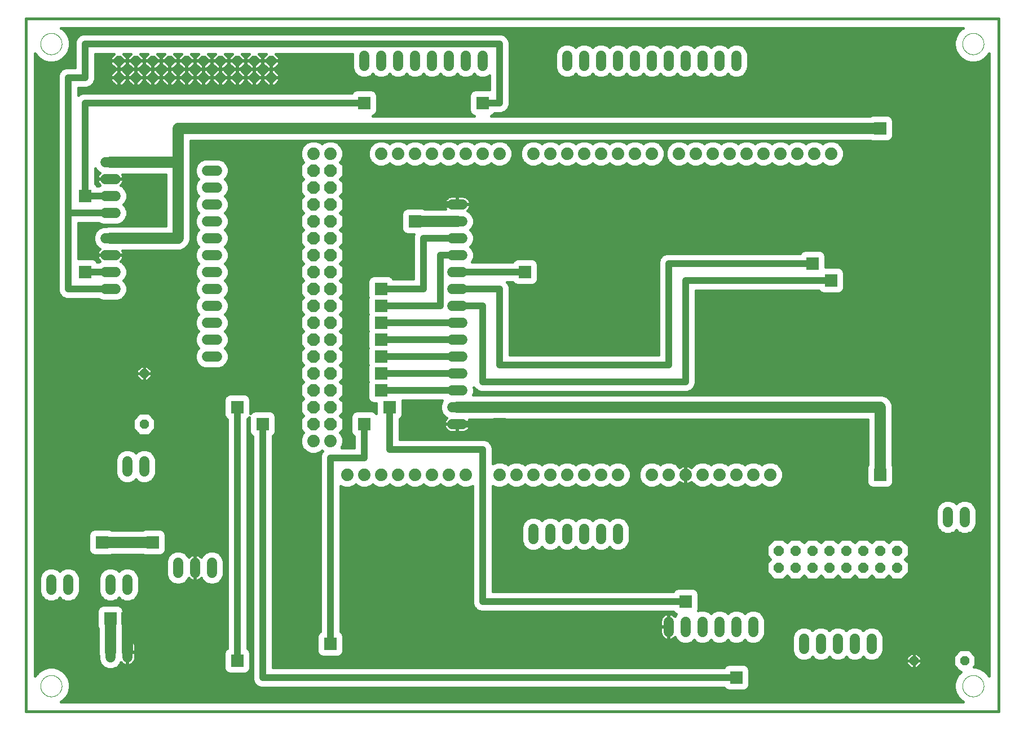
<source format=gtl>
G75*
%MOIN*%
%OFA0B0*%
%FSLAX25Y25*%
%IPPOS*%
%LPD*%
%AMOC8*
5,1,8,0,0,1.08239X$1,22.5*
%
%ADD10C,0.01600*%
%ADD11C,0.00000*%
%ADD12C,0.06000*%
%ADD13OC8,0.06000*%
%ADD14OC8,0.05200*%
%ADD15C,0.07400*%
%ADD16OC8,0.07400*%
%ADD17C,0.04000*%
%ADD18C,0.06600*%
%ADD19R,0.07677X0.07677*%
D10*
X0011800Y0011800D02*
X0586800Y0011800D01*
X0586800Y0421800D01*
X0011800Y0421800D01*
X0011800Y0011800D01*
X0032717Y0017400D02*
X0565883Y0017400D01*
X0564985Y0017918D01*
X0562918Y0019985D01*
X0561457Y0022516D01*
X0560701Y0025339D01*
X0560701Y0028261D01*
X0561457Y0031084D01*
X0562918Y0033615D01*
X0564503Y0035200D01*
X0564066Y0035200D01*
X0560200Y0039066D01*
X0560200Y0044534D01*
X0564066Y0048400D01*
X0569534Y0048400D01*
X0573400Y0044534D01*
X0573400Y0039066D01*
X0572233Y0037899D01*
X0573261Y0037899D01*
X0576084Y0037143D01*
X0578615Y0035682D01*
X0580682Y0033615D01*
X0581200Y0032717D01*
X0581200Y0400883D01*
X0580682Y0399985D01*
X0578615Y0397918D01*
X0576084Y0396457D01*
X0573261Y0395701D01*
X0570339Y0395701D01*
X0567516Y0396457D01*
X0564985Y0397918D01*
X0562918Y0399985D01*
X0561457Y0402516D01*
X0560701Y0405339D01*
X0560701Y0408261D01*
X0561457Y0411084D01*
X0562918Y0413615D01*
X0564985Y0415682D01*
X0565883Y0416200D01*
X0032717Y0416200D01*
X0033615Y0415682D01*
X0035682Y0413615D01*
X0037143Y0411084D01*
X0037899Y0408261D01*
X0037899Y0405339D01*
X0037143Y0402516D01*
X0035682Y0399985D01*
X0033615Y0397918D01*
X0031084Y0396457D01*
X0028261Y0395701D01*
X0025339Y0395701D01*
X0022516Y0396457D01*
X0019985Y0397918D01*
X0017918Y0399985D01*
X0017400Y0400883D01*
X0017400Y0032717D01*
X0017918Y0033615D01*
X0019985Y0035682D01*
X0022516Y0037143D01*
X0025339Y0037899D01*
X0028261Y0037899D01*
X0031084Y0037143D01*
X0033615Y0035682D01*
X0035682Y0033615D01*
X0037143Y0031084D01*
X0037899Y0028261D01*
X0037899Y0025339D01*
X0037143Y0022516D01*
X0035682Y0019985D01*
X0033615Y0017918D01*
X0032717Y0017400D01*
X0033891Y0018194D02*
X0564709Y0018194D01*
X0563111Y0019793D02*
X0035489Y0019793D01*
X0036493Y0021391D02*
X0562107Y0021391D01*
X0561330Y0022990D02*
X0037270Y0022990D01*
X0037698Y0024588D02*
X0425678Y0024588D01*
X0425696Y0024570D02*
X0427166Y0023961D01*
X0436434Y0023961D01*
X0437904Y0024570D01*
X0439030Y0025696D01*
X0439639Y0027166D01*
X0439639Y0036434D01*
X0439030Y0037904D01*
X0437904Y0039030D01*
X0436434Y0039639D01*
X0427166Y0039639D01*
X0425696Y0039030D01*
X0424570Y0037904D01*
X0424527Y0037800D01*
X0157800Y0037800D01*
X0157800Y0174527D01*
X0157904Y0174570D01*
X0159030Y0175696D01*
X0159639Y0177166D01*
X0159639Y0186434D01*
X0159030Y0187904D01*
X0157904Y0189030D01*
X0156434Y0189639D01*
X0147166Y0189639D01*
X0145696Y0189030D01*
X0144639Y0187973D01*
X0144639Y0196434D01*
X0144030Y0197904D01*
X0142904Y0199030D01*
X0141434Y0199639D01*
X0132166Y0199639D01*
X0130696Y0199030D01*
X0129570Y0197904D01*
X0128961Y0196434D01*
X0128961Y0187166D01*
X0129570Y0185696D01*
X0130696Y0184570D01*
X0130800Y0184527D01*
X0130800Y0049073D01*
X0130696Y0049030D01*
X0129570Y0047904D01*
X0128961Y0046434D01*
X0128961Y0037166D01*
X0129570Y0035696D01*
X0130696Y0034570D01*
X0132166Y0033961D01*
X0141434Y0033961D01*
X0142904Y0034570D01*
X0144030Y0035696D01*
X0144639Y0037166D01*
X0144639Y0046434D01*
X0144030Y0047904D01*
X0142904Y0049030D01*
X0142800Y0049073D01*
X0142800Y0184527D01*
X0142904Y0184570D01*
X0143961Y0185627D01*
X0143961Y0177166D01*
X0144570Y0175696D01*
X0145696Y0174570D01*
X0145800Y0174527D01*
X0145800Y0030607D01*
X0146713Y0028401D01*
X0148401Y0026713D01*
X0150607Y0025800D01*
X0424527Y0025800D01*
X0424570Y0025696D01*
X0425696Y0024570D01*
X0437922Y0024588D02*
X0560902Y0024588D01*
X0560701Y0026187D02*
X0439233Y0026187D01*
X0439639Y0027785D02*
X0560701Y0027785D01*
X0561002Y0029384D02*
X0439639Y0029384D01*
X0439639Y0030982D02*
X0561430Y0030982D01*
X0562321Y0032581D02*
X0439639Y0032581D01*
X0439639Y0034179D02*
X0563483Y0034179D01*
X0563489Y0035778D02*
X0439639Y0035778D01*
X0439248Y0037376D02*
X0561890Y0037376D01*
X0560291Y0038975D02*
X0540197Y0038975D01*
X0541200Y0039977D02*
X0541200Y0041800D01*
X0541200Y0043623D01*
X0538623Y0046200D01*
X0536800Y0046200D01*
X0536800Y0041800D01*
X0541200Y0041800D01*
X0536800Y0041800D01*
X0536800Y0041800D01*
X0536800Y0041800D01*
X0536800Y0037400D01*
X0538623Y0037400D01*
X0541200Y0039977D01*
X0541200Y0040573D02*
X0560200Y0040573D01*
X0560200Y0042172D02*
X0541200Y0042172D01*
X0541052Y0043770D02*
X0560200Y0043770D01*
X0561035Y0045369D02*
X0539454Y0045369D01*
X0536800Y0045369D02*
X0536800Y0045369D01*
X0536800Y0046200D02*
X0534977Y0046200D01*
X0532400Y0043623D01*
X0532400Y0041800D01*
X0536800Y0041800D01*
X0536800Y0041800D01*
X0536800Y0041800D01*
X0536800Y0046200D01*
X0536800Y0043770D02*
X0536800Y0043770D01*
X0536800Y0042172D02*
X0536800Y0042172D01*
X0536800Y0041800D02*
X0532400Y0041800D01*
X0532400Y0039977D01*
X0534977Y0037400D01*
X0536800Y0037400D01*
X0536800Y0041800D01*
X0536800Y0040573D02*
X0536800Y0040573D01*
X0536800Y0038975D02*
X0536800Y0038975D01*
X0533403Y0038975D02*
X0437959Y0038975D01*
X0425641Y0038975D02*
X0157800Y0038975D01*
X0157800Y0040573D02*
X0532400Y0040573D01*
X0532400Y0042172D02*
X0514090Y0042172D01*
X0513192Y0041800D02*
X0515765Y0042866D01*
X0517734Y0044835D01*
X0518800Y0047408D01*
X0518800Y0056192D01*
X0517734Y0058765D01*
X0515765Y0060734D01*
X0513192Y0061800D01*
X0510408Y0061800D01*
X0507835Y0060734D01*
X0506800Y0059699D01*
X0505765Y0060734D01*
X0503192Y0061800D01*
X0500408Y0061800D01*
X0497835Y0060734D01*
X0496800Y0059699D01*
X0495765Y0060734D01*
X0493192Y0061800D01*
X0490408Y0061800D01*
X0487835Y0060734D01*
X0486800Y0059699D01*
X0485765Y0060734D01*
X0483192Y0061800D01*
X0480408Y0061800D01*
X0477835Y0060734D01*
X0476800Y0059699D01*
X0475765Y0060734D01*
X0473192Y0061800D01*
X0470408Y0061800D01*
X0467835Y0060734D01*
X0465866Y0058765D01*
X0464800Y0056192D01*
X0464800Y0047408D01*
X0465866Y0044835D01*
X0467835Y0042866D01*
X0470408Y0041800D01*
X0473192Y0041800D01*
X0475765Y0042866D01*
X0476800Y0043901D01*
X0477835Y0042866D01*
X0480408Y0041800D01*
X0483192Y0041800D01*
X0485765Y0042866D01*
X0486800Y0043901D01*
X0487835Y0042866D01*
X0490408Y0041800D01*
X0493192Y0041800D01*
X0495765Y0042866D01*
X0496800Y0043901D01*
X0497835Y0042866D01*
X0500408Y0041800D01*
X0503192Y0041800D01*
X0505765Y0042866D01*
X0506800Y0043901D01*
X0507835Y0042866D01*
X0510408Y0041800D01*
X0513192Y0041800D01*
X0509510Y0042172D02*
X0504090Y0042172D01*
X0506670Y0043770D02*
X0506930Y0043770D01*
X0499510Y0042172D02*
X0494090Y0042172D01*
X0496670Y0043770D02*
X0496930Y0043770D01*
X0489510Y0042172D02*
X0484090Y0042172D01*
X0486670Y0043770D02*
X0486930Y0043770D01*
X0479510Y0042172D02*
X0474090Y0042172D01*
X0476670Y0043770D02*
X0476930Y0043770D01*
X0469510Y0042172D02*
X0157800Y0042172D01*
X0157800Y0043770D02*
X0466930Y0043770D01*
X0465645Y0045369D02*
X0198703Y0045369D01*
X0199030Y0045696D02*
X0199639Y0047166D01*
X0199639Y0056434D01*
X0199030Y0057904D01*
X0197904Y0059030D01*
X0197800Y0059073D01*
X0197800Y0145122D01*
X0200268Y0144100D01*
X0203332Y0144100D01*
X0206162Y0145272D01*
X0206800Y0145911D01*
X0207438Y0145272D01*
X0210268Y0144100D01*
X0213332Y0144100D01*
X0216162Y0145272D01*
X0216800Y0145911D01*
X0217438Y0145272D01*
X0220268Y0144100D01*
X0223332Y0144100D01*
X0226162Y0145272D01*
X0226800Y0145911D01*
X0227438Y0145272D01*
X0230268Y0144100D01*
X0233332Y0144100D01*
X0236162Y0145272D01*
X0236800Y0145911D01*
X0237438Y0145272D01*
X0240268Y0144100D01*
X0243332Y0144100D01*
X0246162Y0145272D01*
X0246800Y0145911D01*
X0247438Y0145272D01*
X0250268Y0144100D01*
X0253332Y0144100D01*
X0256162Y0145272D01*
X0256800Y0145911D01*
X0257438Y0145272D01*
X0260268Y0144100D01*
X0263332Y0144100D01*
X0266162Y0145272D01*
X0266800Y0145911D01*
X0267438Y0145272D01*
X0270268Y0144100D01*
X0273332Y0144100D01*
X0275800Y0145122D01*
X0275800Y0075607D01*
X0276713Y0073401D01*
X0278401Y0071713D01*
X0280607Y0070800D01*
X0394527Y0070800D01*
X0394570Y0070696D01*
X0395696Y0069570D01*
X0396385Y0069285D01*
X0395866Y0068765D01*
X0395498Y0067877D01*
X0395461Y0067927D01*
X0394927Y0068461D01*
X0394316Y0068905D01*
X0393643Y0069248D01*
X0392924Y0069482D01*
X0392178Y0069600D01*
X0392000Y0069600D01*
X0392000Y0062000D01*
X0391600Y0062000D01*
X0391600Y0069600D01*
X0391422Y0069600D01*
X0390676Y0069482D01*
X0389957Y0069248D01*
X0389284Y0068905D01*
X0388673Y0068461D01*
X0388139Y0067927D01*
X0387695Y0067316D01*
X0387352Y0066643D01*
X0387118Y0065924D01*
X0387000Y0065178D01*
X0387000Y0062000D01*
X0391600Y0062000D01*
X0391600Y0061600D01*
X0392000Y0061600D01*
X0392000Y0054000D01*
X0392178Y0054000D01*
X0392924Y0054118D01*
X0393643Y0054352D01*
X0394316Y0054695D01*
X0394927Y0055139D01*
X0395461Y0055673D01*
X0395498Y0055723D01*
X0395866Y0054835D01*
X0397835Y0052866D01*
X0400408Y0051800D01*
X0403192Y0051800D01*
X0405765Y0052866D01*
X0406800Y0053901D01*
X0407835Y0052866D01*
X0410408Y0051800D01*
X0413192Y0051800D01*
X0415765Y0052866D01*
X0416800Y0053901D01*
X0417835Y0052866D01*
X0420408Y0051800D01*
X0423192Y0051800D01*
X0425765Y0052866D01*
X0426800Y0053901D01*
X0427835Y0052866D01*
X0430408Y0051800D01*
X0433192Y0051800D01*
X0435765Y0052866D01*
X0436800Y0053901D01*
X0437835Y0052866D01*
X0440408Y0051800D01*
X0443192Y0051800D01*
X0445765Y0052866D01*
X0447734Y0054835D01*
X0448800Y0057408D01*
X0448800Y0066192D01*
X0447734Y0068765D01*
X0445765Y0070734D01*
X0443192Y0071800D01*
X0440408Y0071800D01*
X0437835Y0070734D01*
X0436800Y0069699D01*
X0435765Y0070734D01*
X0433192Y0071800D01*
X0430408Y0071800D01*
X0427835Y0070734D01*
X0426800Y0069699D01*
X0425765Y0070734D01*
X0423192Y0071800D01*
X0420408Y0071800D01*
X0417835Y0070734D01*
X0416800Y0069699D01*
X0415765Y0070734D01*
X0413192Y0071800D01*
X0410408Y0071800D01*
X0409296Y0071340D01*
X0409639Y0072166D01*
X0409639Y0081434D01*
X0409030Y0082904D01*
X0407904Y0084030D01*
X0406434Y0084639D01*
X0397166Y0084639D01*
X0395696Y0084030D01*
X0394570Y0082904D01*
X0394527Y0082800D01*
X0287800Y0082800D01*
X0287800Y0145122D01*
X0290268Y0144100D01*
X0293332Y0144100D01*
X0296162Y0145272D01*
X0296800Y0145911D01*
X0297438Y0145272D01*
X0300268Y0144100D01*
X0303332Y0144100D01*
X0306162Y0145272D01*
X0306800Y0145911D01*
X0307438Y0145272D01*
X0310268Y0144100D01*
X0313332Y0144100D01*
X0316162Y0145272D01*
X0316800Y0145911D01*
X0317438Y0145272D01*
X0320268Y0144100D01*
X0323332Y0144100D01*
X0326162Y0145272D01*
X0326800Y0145911D01*
X0327438Y0145272D01*
X0330268Y0144100D01*
X0333332Y0144100D01*
X0336162Y0145272D01*
X0336800Y0145911D01*
X0337438Y0145272D01*
X0340268Y0144100D01*
X0343332Y0144100D01*
X0346162Y0145272D01*
X0346800Y0145911D01*
X0347438Y0145272D01*
X0350268Y0144100D01*
X0353332Y0144100D01*
X0356162Y0145272D01*
X0356800Y0145911D01*
X0357438Y0145272D01*
X0360268Y0144100D01*
X0363332Y0144100D01*
X0366162Y0145272D01*
X0368328Y0147438D01*
X0369500Y0150268D01*
X0369500Y0153332D01*
X0368328Y0156162D01*
X0366162Y0158328D01*
X0363332Y0159500D01*
X0360268Y0159500D01*
X0357438Y0158328D01*
X0356800Y0157689D01*
X0356162Y0158328D01*
X0353332Y0159500D01*
X0350268Y0159500D01*
X0347438Y0158328D01*
X0346800Y0157689D01*
X0346162Y0158328D01*
X0343332Y0159500D01*
X0340268Y0159500D01*
X0337438Y0158328D01*
X0336800Y0157689D01*
X0336162Y0158328D01*
X0333332Y0159500D01*
X0330268Y0159500D01*
X0327438Y0158328D01*
X0326800Y0157689D01*
X0326162Y0158328D01*
X0323332Y0159500D01*
X0320268Y0159500D01*
X0317438Y0158328D01*
X0316800Y0157689D01*
X0316162Y0158328D01*
X0313332Y0159500D01*
X0310268Y0159500D01*
X0307438Y0158328D01*
X0306800Y0157689D01*
X0306162Y0158328D01*
X0303332Y0159500D01*
X0300268Y0159500D01*
X0297438Y0158328D01*
X0296800Y0157689D01*
X0296162Y0158328D01*
X0293332Y0159500D01*
X0290268Y0159500D01*
X0287800Y0158478D01*
X0287800Y0167993D01*
X0286887Y0170199D01*
X0285199Y0171887D01*
X0282993Y0172800D01*
X0232800Y0172800D01*
X0232800Y0184527D01*
X0232904Y0184570D01*
X0234030Y0185696D01*
X0234639Y0187166D01*
X0234639Y0195800D01*
X0257901Y0195800D01*
X0257866Y0195765D01*
X0256800Y0193192D01*
X0256800Y0190408D01*
X0257866Y0187835D01*
X0259835Y0185866D01*
X0260723Y0185498D01*
X0260673Y0185461D01*
X0260139Y0184927D01*
X0259695Y0184316D01*
X0259352Y0183643D01*
X0259118Y0182924D01*
X0259000Y0182178D01*
X0259000Y0182000D01*
X0266600Y0182000D01*
X0266600Y0181600D01*
X0267000Y0181600D01*
X0267000Y0182000D01*
X0274600Y0182000D01*
X0274600Y0182178D01*
X0274482Y0182924D01*
X0274248Y0183643D01*
X0273905Y0184316D01*
X0273771Y0184500D01*
X0509500Y0184500D01*
X0509500Y0157734D01*
X0508961Y0156434D01*
X0508961Y0147166D01*
X0509570Y0145696D01*
X0510696Y0144570D01*
X0512166Y0143961D01*
X0521434Y0143961D01*
X0522904Y0144570D01*
X0524030Y0145696D01*
X0524639Y0147166D01*
X0524639Y0156434D01*
X0524100Y0157734D01*
X0524100Y0193252D01*
X0522989Y0195935D01*
X0520935Y0197989D01*
X0518252Y0199100D01*
X0276258Y0199100D01*
X0276800Y0200408D01*
X0276800Y0203192D01*
X0276713Y0203401D01*
X0278401Y0201713D01*
X0280607Y0200800D01*
X0402993Y0200800D01*
X0405199Y0201713D01*
X0406887Y0203401D01*
X0407800Y0205607D01*
X0407800Y0260800D01*
X0480527Y0260800D01*
X0480570Y0260696D01*
X0481696Y0259570D01*
X0483166Y0258961D01*
X0492434Y0258961D01*
X0493904Y0259570D01*
X0495030Y0260696D01*
X0495639Y0262166D01*
X0495639Y0271434D01*
X0495030Y0272904D01*
X0493904Y0274030D01*
X0492434Y0274639D01*
X0484639Y0274639D01*
X0484639Y0281434D01*
X0484030Y0282904D01*
X0482904Y0284030D01*
X0481434Y0284639D01*
X0472166Y0284639D01*
X0470696Y0284030D01*
X0469570Y0282904D01*
X0469527Y0282800D01*
X0390607Y0282800D01*
X0388401Y0281887D01*
X0386713Y0280199D01*
X0385800Y0277993D01*
X0385800Y0222800D01*
X0297800Y0222800D01*
X0297800Y0262993D01*
X0296887Y0265199D01*
X0296285Y0265800D01*
X0299527Y0265800D01*
X0299570Y0265696D01*
X0300696Y0264570D01*
X0302166Y0263961D01*
X0311434Y0263961D01*
X0312904Y0264570D01*
X0314030Y0265696D01*
X0314639Y0267166D01*
X0314639Y0276434D01*
X0314030Y0277904D01*
X0312904Y0279030D01*
X0311434Y0279639D01*
X0302166Y0279639D01*
X0300696Y0279030D01*
X0299570Y0277904D01*
X0299527Y0277800D01*
X0275699Y0277800D01*
X0275734Y0277835D01*
X0276800Y0280408D01*
X0276800Y0283192D01*
X0275734Y0285765D01*
X0274699Y0286800D01*
X0275734Y0287835D01*
X0276800Y0290408D01*
X0276800Y0293192D01*
X0275734Y0295765D01*
X0274699Y0296800D01*
X0275734Y0297835D01*
X0276800Y0300408D01*
X0276800Y0303192D01*
X0275734Y0305765D01*
X0273765Y0307734D01*
X0272877Y0308102D01*
X0272927Y0308139D01*
X0273461Y0308673D01*
X0273905Y0309284D01*
X0274248Y0309957D01*
X0274482Y0310676D01*
X0274600Y0311422D01*
X0274600Y0311600D01*
X0267000Y0311600D01*
X0267000Y0312000D01*
X0266600Y0312000D01*
X0266600Y0316600D01*
X0263422Y0316600D01*
X0262676Y0316482D01*
X0261957Y0316248D01*
X0261284Y0315905D01*
X0260673Y0315461D01*
X0260139Y0314927D01*
X0259695Y0314316D01*
X0259352Y0313643D01*
X0259118Y0312924D01*
X0259000Y0312178D01*
X0259000Y0312000D01*
X0266600Y0312000D01*
X0266600Y0311600D01*
X0259000Y0311600D01*
X0259000Y0311422D01*
X0259118Y0310676D01*
X0259352Y0309957D01*
X0259695Y0309284D01*
X0259829Y0309100D01*
X0247734Y0309100D01*
X0246434Y0309639D01*
X0237166Y0309639D01*
X0235696Y0309030D01*
X0234570Y0307904D01*
X0233961Y0306434D01*
X0233961Y0297166D01*
X0234570Y0295696D01*
X0235696Y0294570D01*
X0237166Y0293961D01*
X0241201Y0293961D01*
X0240800Y0292993D01*
X0240800Y0267800D01*
X0229073Y0267800D01*
X0229030Y0267904D01*
X0227904Y0269030D01*
X0226434Y0269639D01*
X0217166Y0269639D01*
X0215696Y0269030D01*
X0214570Y0267904D01*
X0213961Y0266434D01*
X0213961Y0257166D01*
X0214113Y0256800D01*
X0213961Y0256434D01*
X0213961Y0247166D01*
X0214113Y0246800D01*
X0213961Y0246434D01*
X0213961Y0237166D01*
X0214113Y0236800D01*
X0213961Y0236434D01*
X0213961Y0227166D01*
X0214113Y0226800D01*
X0213961Y0226434D01*
X0213961Y0217166D01*
X0214113Y0216800D01*
X0213961Y0216434D01*
X0213961Y0207166D01*
X0214113Y0206800D01*
X0213961Y0206434D01*
X0213961Y0197166D01*
X0214570Y0195696D01*
X0215696Y0194570D01*
X0217166Y0193961D01*
X0218961Y0193961D01*
X0218961Y0187973D01*
X0217904Y0189030D01*
X0216434Y0189639D01*
X0207166Y0189639D01*
X0205696Y0189030D01*
X0204570Y0187904D01*
X0203961Y0186434D01*
X0203961Y0177166D01*
X0204570Y0175696D01*
X0205696Y0174570D01*
X0205800Y0174527D01*
X0205800Y0167800D01*
X0198478Y0167800D01*
X0199500Y0170268D01*
X0199500Y0173332D01*
X0198328Y0176162D01*
X0197689Y0176800D01*
X0199500Y0178611D01*
X0199500Y0184989D01*
X0197689Y0186800D01*
X0199500Y0188611D01*
X0199500Y0194989D01*
X0197689Y0196800D01*
X0199500Y0198611D01*
X0199500Y0204989D01*
X0197689Y0206800D01*
X0199500Y0208611D01*
X0199500Y0214989D01*
X0197689Y0216800D01*
X0199500Y0218611D01*
X0199500Y0224989D01*
X0197689Y0226800D01*
X0199500Y0228611D01*
X0199500Y0234989D01*
X0197689Y0236800D01*
X0199500Y0238611D01*
X0199500Y0244989D01*
X0197689Y0246800D01*
X0199500Y0248611D01*
X0199500Y0254989D01*
X0197689Y0256800D01*
X0199500Y0258611D01*
X0199500Y0264989D01*
X0197689Y0266800D01*
X0199500Y0268611D01*
X0199500Y0274989D01*
X0197689Y0276800D01*
X0199500Y0278611D01*
X0199500Y0284989D01*
X0197689Y0286800D01*
X0199500Y0288611D01*
X0199500Y0294989D01*
X0197689Y0296800D01*
X0199500Y0298611D01*
X0199500Y0304989D01*
X0197689Y0306800D01*
X0199500Y0308611D01*
X0199500Y0314989D01*
X0197689Y0316800D01*
X0199500Y0318611D01*
X0199500Y0324989D01*
X0197689Y0326800D01*
X0199500Y0328611D01*
X0199500Y0334989D01*
X0197689Y0336800D01*
X0198328Y0337438D01*
X0199500Y0340268D01*
X0199500Y0343332D01*
X0198328Y0346162D01*
X0196162Y0348328D01*
X0193332Y0349500D01*
X0190268Y0349500D01*
X0187438Y0348328D01*
X0186800Y0347689D01*
X0186162Y0348328D01*
X0183332Y0349500D01*
X0180268Y0349500D01*
X0177438Y0348328D01*
X0175272Y0346162D01*
X0174100Y0343332D01*
X0174100Y0340268D01*
X0175272Y0337438D01*
X0175911Y0336800D01*
X0174100Y0334989D01*
X0174100Y0328611D01*
X0175911Y0326800D01*
X0174100Y0324989D01*
X0174100Y0318611D01*
X0175911Y0316800D01*
X0174100Y0314989D01*
X0174100Y0308611D01*
X0175911Y0306800D01*
X0174100Y0304989D01*
X0174100Y0298611D01*
X0175911Y0296800D01*
X0174100Y0294989D01*
X0174100Y0288611D01*
X0175911Y0286800D01*
X0174100Y0284989D01*
X0174100Y0278611D01*
X0175911Y0276800D01*
X0174100Y0274989D01*
X0174100Y0268611D01*
X0175911Y0266800D01*
X0174100Y0264989D01*
X0174100Y0258611D01*
X0175911Y0256800D01*
X0174100Y0254989D01*
X0174100Y0248611D01*
X0175911Y0246800D01*
X0174100Y0244989D01*
X0174100Y0238611D01*
X0175911Y0236800D01*
X0174100Y0234989D01*
X0174100Y0228611D01*
X0175911Y0226800D01*
X0174100Y0224989D01*
X0174100Y0218611D01*
X0175911Y0216800D01*
X0174100Y0214989D01*
X0174100Y0208611D01*
X0175911Y0206800D01*
X0174100Y0204989D01*
X0174100Y0198611D01*
X0175911Y0196800D01*
X0174100Y0194989D01*
X0174100Y0188611D01*
X0175911Y0186800D01*
X0174100Y0184989D01*
X0174100Y0178611D01*
X0175911Y0176800D01*
X0175272Y0176162D01*
X0174100Y0173332D01*
X0174100Y0170268D01*
X0175272Y0167438D01*
X0177438Y0165272D01*
X0180268Y0164100D01*
X0183332Y0164100D01*
X0186162Y0165272D01*
X0186800Y0165911D01*
X0187113Y0165598D01*
X0186713Y0165199D01*
X0185800Y0162993D01*
X0185800Y0059073D01*
X0185696Y0059030D01*
X0184570Y0057904D01*
X0183961Y0056434D01*
X0183961Y0047166D01*
X0184570Y0045696D01*
X0185696Y0044570D01*
X0187166Y0043961D01*
X0196434Y0043961D01*
X0197904Y0044570D01*
X0199030Y0045696D01*
X0199556Y0046967D02*
X0464982Y0046967D01*
X0464800Y0048566D02*
X0199639Y0048566D01*
X0199639Y0050164D02*
X0464800Y0050164D01*
X0464800Y0051763D02*
X0199639Y0051763D01*
X0199639Y0053361D02*
X0397339Y0053361D01*
X0395814Y0054960D02*
X0394681Y0054960D01*
X0392000Y0054960D02*
X0391600Y0054960D01*
X0391600Y0054000D02*
X0391600Y0061600D01*
X0387000Y0061600D01*
X0387000Y0058422D01*
X0387118Y0057676D01*
X0387352Y0056957D01*
X0387695Y0056284D01*
X0388139Y0055673D01*
X0388673Y0055139D01*
X0389284Y0054695D01*
X0389957Y0054352D01*
X0390676Y0054118D01*
X0391422Y0054000D01*
X0391600Y0054000D01*
X0391600Y0056558D02*
X0392000Y0056558D01*
X0392000Y0058157D02*
X0391600Y0058157D01*
X0391600Y0059755D02*
X0392000Y0059755D01*
X0392000Y0061354D02*
X0391600Y0061354D01*
X0391600Y0062952D02*
X0392000Y0062952D01*
X0392000Y0064551D02*
X0391600Y0064551D01*
X0391600Y0066149D02*
X0392000Y0066149D01*
X0392000Y0067748D02*
X0391600Y0067748D01*
X0391600Y0069346D02*
X0392000Y0069346D01*
X0393341Y0069346D02*
X0396236Y0069346D01*
X0390259Y0069346D02*
X0197800Y0069346D01*
X0197800Y0067748D02*
X0388009Y0067748D01*
X0387191Y0066149D02*
X0197800Y0066149D01*
X0197800Y0064551D02*
X0387000Y0064551D01*
X0387000Y0062952D02*
X0197800Y0062952D01*
X0197800Y0061354D02*
X0387000Y0061354D01*
X0387000Y0059755D02*
X0197800Y0059755D01*
X0198777Y0058157D02*
X0387042Y0058157D01*
X0387555Y0056558D02*
X0199587Y0056558D01*
X0199639Y0054960D02*
X0388919Y0054960D01*
X0406261Y0053361D02*
X0407339Y0053361D01*
X0416261Y0053361D02*
X0417339Y0053361D01*
X0426261Y0053361D02*
X0427339Y0053361D01*
X0436261Y0053361D02*
X0437339Y0053361D01*
X0446261Y0053361D02*
X0464800Y0053361D01*
X0464800Y0054960D02*
X0447786Y0054960D01*
X0448448Y0056558D02*
X0464952Y0056558D01*
X0465614Y0058157D02*
X0448800Y0058157D01*
X0448800Y0059755D02*
X0466856Y0059755D01*
X0469331Y0061354D02*
X0448800Y0061354D01*
X0448800Y0062952D02*
X0581200Y0062952D01*
X0581200Y0061354D02*
X0514269Y0061354D01*
X0516744Y0059755D02*
X0581200Y0059755D01*
X0581200Y0058157D02*
X0517986Y0058157D01*
X0518648Y0056558D02*
X0581200Y0056558D01*
X0581200Y0054960D02*
X0518800Y0054960D01*
X0518800Y0053361D02*
X0581200Y0053361D01*
X0581200Y0051763D02*
X0518800Y0051763D01*
X0518800Y0050164D02*
X0581200Y0050164D01*
X0581200Y0048566D02*
X0518800Y0048566D01*
X0518618Y0046967D02*
X0562633Y0046967D01*
X0570967Y0046967D02*
X0581200Y0046967D01*
X0581200Y0045369D02*
X0572565Y0045369D01*
X0573400Y0043770D02*
X0581200Y0043770D01*
X0581200Y0042172D02*
X0573400Y0042172D01*
X0573400Y0040573D02*
X0581200Y0040573D01*
X0581200Y0038975D02*
X0573308Y0038975D01*
X0575213Y0037376D02*
X0581200Y0037376D01*
X0581200Y0035778D02*
X0578449Y0035778D01*
X0580117Y0034179D02*
X0581200Y0034179D01*
X0581200Y0064551D02*
X0448800Y0064551D01*
X0448800Y0066149D02*
X0581200Y0066149D01*
X0581200Y0067748D02*
X0448156Y0067748D01*
X0447153Y0069346D02*
X0581200Y0069346D01*
X0581200Y0070945D02*
X0445257Y0070945D01*
X0438343Y0070945D02*
X0435257Y0070945D01*
X0428343Y0070945D02*
X0425257Y0070945D01*
X0418343Y0070945D02*
X0415257Y0070945D01*
X0409639Y0072543D02*
X0581200Y0072543D01*
X0581200Y0074142D02*
X0409639Y0074142D01*
X0409639Y0075740D02*
X0581200Y0075740D01*
X0581200Y0077339D02*
X0409639Y0077339D01*
X0409639Y0078937D02*
X0581200Y0078937D01*
X0581200Y0080536D02*
X0409639Y0080536D01*
X0409349Y0082134D02*
X0581200Y0082134D01*
X0581200Y0083733D02*
X0408201Y0083733D01*
X0395399Y0083733D02*
X0287800Y0083733D01*
X0287800Y0085332D02*
X0581200Y0085332D01*
X0581200Y0086930D02*
X0287800Y0086930D01*
X0287800Y0088529D02*
X0581200Y0088529D01*
X0581200Y0090127D02*
X0530027Y0090127D01*
X0529699Y0089800D02*
X0533800Y0093901D01*
X0533800Y0099699D01*
X0531699Y0101800D01*
X0533800Y0103901D01*
X0533800Y0109699D01*
X0529699Y0113800D01*
X0523901Y0113800D01*
X0521800Y0111699D01*
X0519699Y0113800D01*
X0513901Y0113800D01*
X0511800Y0111699D01*
X0509699Y0113800D01*
X0503901Y0113800D01*
X0501800Y0111699D01*
X0499699Y0113800D01*
X0493901Y0113800D01*
X0491800Y0111699D01*
X0489699Y0113800D01*
X0483901Y0113800D01*
X0481800Y0111699D01*
X0479699Y0113800D01*
X0473901Y0113800D01*
X0471800Y0111699D01*
X0469699Y0113800D01*
X0463901Y0113800D01*
X0461800Y0111699D01*
X0459699Y0113800D01*
X0453901Y0113800D01*
X0449800Y0109699D01*
X0449800Y0103901D01*
X0451901Y0101800D01*
X0449800Y0099699D01*
X0449800Y0093901D01*
X0453901Y0089800D01*
X0459699Y0089800D01*
X0461800Y0091901D01*
X0463901Y0089800D01*
X0469699Y0089800D01*
X0471800Y0091901D01*
X0473901Y0089800D01*
X0479699Y0089800D01*
X0481800Y0091901D01*
X0483901Y0089800D01*
X0489699Y0089800D01*
X0491800Y0091901D01*
X0493901Y0089800D01*
X0499699Y0089800D01*
X0501800Y0091901D01*
X0503901Y0089800D01*
X0509699Y0089800D01*
X0511800Y0091901D01*
X0513901Y0089800D01*
X0519699Y0089800D01*
X0521800Y0091901D01*
X0523901Y0089800D01*
X0529699Y0089800D01*
X0531625Y0091726D02*
X0581200Y0091726D01*
X0581200Y0093324D02*
X0533224Y0093324D01*
X0533800Y0094923D02*
X0581200Y0094923D01*
X0581200Y0096521D02*
X0533800Y0096521D01*
X0533800Y0098120D02*
X0581200Y0098120D01*
X0581200Y0099718D02*
X0533781Y0099718D01*
X0532183Y0101317D02*
X0581200Y0101317D01*
X0581200Y0102915D02*
X0532815Y0102915D01*
X0533800Y0104514D02*
X0581200Y0104514D01*
X0581200Y0106112D02*
X0533800Y0106112D01*
X0533800Y0107711D02*
X0581200Y0107711D01*
X0581200Y0109309D02*
X0533800Y0109309D01*
X0532592Y0110908D02*
X0581200Y0110908D01*
X0581200Y0112506D02*
X0530993Y0112506D01*
X0522607Y0112506D02*
X0520993Y0112506D01*
X0512607Y0112506D02*
X0510993Y0112506D01*
X0502607Y0112506D02*
X0500993Y0112506D01*
X0492607Y0112506D02*
X0490993Y0112506D01*
X0482607Y0112506D02*
X0480993Y0112506D01*
X0472607Y0112506D02*
X0470993Y0112506D01*
X0462607Y0112506D02*
X0460993Y0112506D01*
X0452607Y0112506D02*
X0368800Y0112506D01*
X0368800Y0112408D02*
X0368800Y0121192D01*
X0367734Y0123765D01*
X0365765Y0125734D01*
X0363192Y0126800D01*
X0360408Y0126800D01*
X0357835Y0125734D01*
X0356800Y0124699D01*
X0355765Y0125734D01*
X0353192Y0126800D01*
X0350408Y0126800D01*
X0347835Y0125734D01*
X0346800Y0124699D01*
X0345765Y0125734D01*
X0343192Y0126800D01*
X0340408Y0126800D01*
X0337835Y0125734D01*
X0336800Y0124699D01*
X0335765Y0125734D01*
X0333192Y0126800D01*
X0330408Y0126800D01*
X0327835Y0125734D01*
X0326800Y0124699D01*
X0325765Y0125734D01*
X0323192Y0126800D01*
X0320408Y0126800D01*
X0317835Y0125734D01*
X0316800Y0124699D01*
X0315765Y0125734D01*
X0313192Y0126800D01*
X0310408Y0126800D01*
X0307835Y0125734D01*
X0305866Y0123765D01*
X0304800Y0121192D01*
X0304800Y0112408D01*
X0305866Y0109835D01*
X0307835Y0107866D01*
X0310408Y0106800D01*
X0313192Y0106800D01*
X0315765Y0107866D01*
X0316800Y0108901D01*
X0317835Y0107866D01*
X0320408Y0106800D01*
X0323192Y0106800D01*
X0325765Y0107866D01*
X0326800Y0108901D01*
X0327835Y0107866D01*
X0330408Y0106800D01*
X0333192Y0106800D01*
X0335765Y0107866D01*
X0336800Y0108901D01*
X0337835Y0107866D01*
X0340408Y0106800D01*
X0343192Y0106800D01*
X0345765Y0107866D01*
X0346800Y0108901D01*
X0347835Y0107866D01*
X0350408Y0106800D01*
X0353192Y0106800D01*
X0355765Y0107866D01*
X0356800Y0108901D01*
X0357835Y0107866D01*
X0360408Y0106800D01*
X0363192Y0106800D01*
X0365765Y0107866D01*
X0367734Y0109835D01*
X0368800Y0112408D01*
X0368179Y0110908D02*
X0451008Y0110908D01*
X0449800Y0109309D02*
X0367209Y0109309D01*
X0365391Y0107711D02*
X0449800Y0107711D01*
X0449800Y0106112D02*
X0287800Y0106112D01*
X0287800Y0104514D02*
X0449800Y0104514D01*
X0450785Y0102915D02*
X0287800Y0102915D01*
X0287800Y0101317D02*
X0451417Y0101317D01*
X0449819Y0099718D02*
X0287800Y0099718D01*
X0287800Y0098120D02*
X0449800Y0098120D01*
X0449800Y0096521D02*
X0287800Y0096521D01*
X0287800Y0094923D02*
X0449800Y0094923D01*
X0450376Y0093324D02*
X0287800Y0093324D01*
X0287800Y0091726D02*
X0451975Y0091726D01*
X0453573Y0090127D02*
X0287800Y0090127D01*
X0275800Y0090127D02*
X0197800Y0090127D01*
X0197800Y0088529D02*
X0275800Y0088529D01*
X0275800Y0086930D02*
X0197800Y0086930D01*
X0197800Y0085332D02*
X0275800Y0085332D01*
X0275800Y0083733D02*
X0197800Y0083733D01*
X0197800Y0082134D02*
X0275800Y0082134D01*
X0275800Y0080536D02*
X0197800Y0080536D01*
X0197800Y0078937D02*
X0275800Y0078937D01*
X0275800Y0077339D02*
X0197800Y0077339D01*
X0197800Y0075740D02*
X0275800Y0075740D01*
X0276407Y0074142D02*
X0197800Y0074142D01*
X0197800Y0072543D02*
X0277571Y0072543D01*
X0280257Y0070945D02*
X0197800Y0070945D01*
X0185800Y0070945D02*
X0157800Y0070945D01*
X0157800Y0072543D02*
X0185800Y0072543D01*
X0185800Y0074142D02*
X0157800Y0074142D01*
X0157800Y0075740D02*
X0185800Y0075740D01*
X0185800Y0077339D02*
X0157800Y0077339D01*
X0157800Y0078937D02*
X0185800Y0078937D01*
X0185800Y0080536D02*
X0157800Y0080536D01*
X0157800Y0082134D02*
X0185800Y0082134D01*
X0185800Y0083733D02*
X0157800Y0083733D01*
X0157800Y0085332D02*
X0185800Y0085332D01*
X0185800Y0086930D02*
X0157800Y0086930D01*
X0157800Y0088529D02*
X0185800Y0088529D01*
X0185800Y0090127D02*
X0157800Y0090127D01*
X0157800Y0091726D02*
X0185800Y0091726D01*
X0185800Y0093324D02*
X0157800Y0093324D01*
X0157800Y0094923D02*
X0185800Y0094923D01*
X0185800Y0096521D02*
X0157800Y0096521D01*
X0157800Y0098120D02*
X0185800Y0098120D01*
X0185800Y0099718D02*
X0157800Y0099718D01*
X0157800Y0101317D02*
X0185800Y0101317D01*
X0185800Y0102915D02*
X0157800Y0102915D01*
X0157800Y0104514D02*
X0185800Y0104514D01*
X0185800Y0106112D02*
X0157800Y0106112D01*
X0157800Y0107711D02*
X0185800Y0107711D01*
X0185800Y0109309D02*
X0157800Y0109309D01*
X0157800Y0110908D02*
X0185800Y0110908D01*
X0185800Y0112506D02*
X0157800Y0112506D01*
X0157800Y0114105D02*
X0185800Y0114105D01*
X0185800Y0115703D02*
X0157800Y0115703D01*
X0157800Y0117302D02*
X0185800Y0117302D01*
X0185800Y0118900D02*
X0157800Y0118900D01*
X0157800Y0120499D02*
X0185800Y0120499D01*
X0185800Y0122097D02*
X0157800Y0122097D01*
X0157800Y0123696D02*
X0185800Y0123696D01*
X0185800Y0125294D02*
X0157800Y0125294D01*
X0157800Y0126893D02*
X0185800Y0126893D01*
X0185800Y0128491D02*
X0157800Y0128491D01*
X0157800Y0130090D02*
X0185800Y0130090D01*
X0185800Y0131688D02*
X0157800Y0131688D01*
X0157800Y0133287D02*
X0185800Y0133287D01*
X0185800Y0134885D02*
X0157800Y0134885D01*
X0157800Y0136484D02*
X0185800Y0136484D01*
X0185800Y0138082D02*
X0157800Y0138082D01*
X0157800Y0139681D02*
X0185800Y0139681D01*
X0185800Y0141279D02*
X0157800Y0141279D01*
X0157800Y0142878D02*
X0185800Y0142878D01*
X0185800Y0144476D02*
X0157800Y0144476D01*
X0157800Y0146075D02*
X0185800Y0146075D01*
X0185800Y0147673D02*
X0157800Y0147673D01*
X0157800Y0149272D02*
X0185800Y0149272D01*
X0185800Y0150870D02*
X0157800Y0150870D01*
X0157800Y0152469D02*
X0185800Y0152469D01*
X0185800Y0154068D02*
X0157800Y0154068D01*
X0157800Y0155666D02*
X0185800Y0155666D01*
X0185800Y0157265D02*
X0157800Y0157265D01*
X0157800Y0158863D02*
X0185800Y0158863D01*
X0185800Y0160462D02*
X0157800Y0160462D01*
X0157800Y0162060D02*
X0185800Y0162060D01*
X0186076Y0163659D02*
X0157800Y0163659D01*
X0157800Y0165257D02*
X0177475Y0165257D01*
X0175855Y0166856D02*
X0157800Y0166856D01*
X0157800Y0168454D02*
X0174851Y0168454D01*
X0174189Y0170053D02*
X0157800Y0170053D01*
X0157800Y0171651D02*
X0174100Y0171651D01*
X0174100Y0173250D02*
X0157800Y0173250D01*
X0158182Y0174848D02*
X0174728Y0174848D01*
X0175557Y0176447D02*
X0159341Y0176447D01*
X0159639Y0178045D02*
X0174665Y0178045D01*
X0174100Y0179644D02*
X0159639Y0179644D01*
X0159639Y0181242D02*
X0174100Y0181242D01*
X0174100Y0182841D02*
X0159639Y0182841D01*
X0159639Y0184439D02*
X0174100Y0184439D01*
X0175148Y0186038D02*
X0159639Y0186038D01*
X0159141Y0187636D02*
X0175074Y0187636D01*
X0174100Y0189235D02*
X0157409Y0189235D01*
X0146191Y0189235D02*
X0144639Y0189235D01*
X0144639Y0190833D02*
X0174100Y0190833D01*
X0174100Y0192432D02*
X0144639Y0192432D01*
X0144639Y0194030D02*
X0174100Y0194030D01*
X0174739Y0195629D02*
X0144639Y0195629D01*
X0144310Y0197227D02*
X0175483Y0197227D01*
X0174100Y0198826D02*
X0143108Y0198826D01*
X0130492Y0198826D02*
X0017400Y0198826D01*
X0017400Y0200424D02*
X0174100Y0200424D01*
X0174100Y0202023D02*
X0017400Y0202023D01*
X0017400Y0203621D02*
X0174100Y0203621D01*
X0174330Y0205220D02*
X0017400Y0205220D01*
X0017400Y0206818D02*
X0175892Y0206818D01*
X0174294Y0208417D02*
X0084639Y0208417D01*
X0083623Y0207400D02*
X0086200Y0209977D01*
X0086200Y0211800D01*
X0086200Y0213623D01*
X0083623Y0216200D01*
X0081800Y0216200D01*
X0081800Y0211800D01*
X0081800Y0211800D01*
X0086200Y0211800D01*
X0081800Y0211800D01*
X0081800Y0211800D01*
X0081800Y0211800D01*
X0077400Y0211800D01*
X0077400Y0213623D01*
X0079977Y0216200D01*
X0081800Y0216200D01*
X0081800Y0211800D01*
X0081800Y0207400D01*
X0083623Y0207400D01*
X0081800Y0207400D02*
X0081800Y0211800D01*
X0081800Y0211800D01*
X0077400Y0211800D01*
X0077400Y0209977D01*
X0079977Y0207400D01*
X0081800Y0207400D01*
X0081800Y0208417D02*
X0081800Y0208417D01*
X0081800Y0210015D02*
X0081800Y0210015D01*
X0081800Y0211614D02*
X0081800Y0211614D01*
X0081800Y0213212D02*
X0081800Y0213212D01*
X0081800Y0214811D02*
X0081800Y0214811D01*
X0085012Y0214811D02*
X0117381Y0214811D01*
X0117408Y0214800D02*
X0126192Y0214800D01*
X0128765Y0215866D01*
X0130734Y0217835D01*
X0131800Y0220408D01*
X0131800Y0223192D01*
X0130734Y0225765D01*
X0129699Y0226800D01*
X0130734Y0227835D01*
X0131800Y0230408D01*
X0131800Y0233192D01*
X0130734Y0235765D01*
X0129699Y0236800D01*
X0130734Y0237835D01*
X0131800Y0240408D01*
X0131800Y0243192D01*
X0130734Y0245765D01*
X0129699Y0246800D01*
X0130734Y0247835D01*
X0131800Y0250408D01*
X0131800Y0253192D01*
X0130734Y0255765D01*
X0129699Y0256800D01*
X0130734Y0257835D01*
X0131800Y0260408D01*
X0131800Y0263192D01*
X0130734Y0265765D01*
X0129699Y0266800D01*
X0130734Y0267835D01*
X0131800Y0270408D01*
X0131800Y0273192D01*
X0130734Y0275765D01*
X0129699Y0276800D01*
X0130734Y0277835D01*
X0131800Y0280408D01*
X0131800Y0283192D01*
X0130734Y0285765D01*
X0129699Y0286800D01*
X0130734Y0287835D01*
X0131800Y0290408D01*
X0131800Y0293192D01*
X0130734Y0295765D01*
X0129699Y0296800D01*
X0130734Y0297835D01*
X0131800Y0300408D01*
X0131800Y0303192D01*
X0130734Y0305765D01*
X0129699Y0306800D01*
X0130734Y0307835D01*
X0131800Y0310408D01*
X0131800Y0313192D01*
X0130734Y0315765D01*
X0129699Y0316800D01*
X0130734Y0317835D01*
X0131800Y0320408D01*
X0131800Y0323192D01*
X0130734Y0325765D01*
X0129699Y0326800D01*
X0130734Y0327835D01*
X0131800Y0330408D01*
X0131800Y0333192D01*
X0130734Y0335765D01*
X0128765Y0337734D01*
X0126192Y0338800D01*
X0117408Y0338800D01*
X0114835Y0337734D01*
X0112866Y0335765D01*
X0111800Y0333192D01*
X0111800Y0330408D01*
X0112866Y0327835D01*
X0113901Y0326800D01*
X0112866Y0325765D01*
X0111800Y0323192D01*
X0111800Y0320408D01*
X0112866Y0317835D01*
X0113901Y0316800D01*
X0112866Y0315765D01*
X0111800Y0313192D01*
X0111800Y0310408D01*
X0112866Y0307835D01*
X0113901Y0306800D01*
X0112866Y0305765D01*
X0111800Y0303192D01*
X0111800Y0300408D01*
X0112866Y0297835D01*
X0113901Y0296800D01*
X0112866Y0295765D01*
X0111800Y0293192D01*
X0111800Y0290408D01*
X0112866Y0287835D01*
X0113901Y0286800D01*
X0112866Y0285765D01*
X0111800Y0283192D01*
X0111800Y0280408D01*
X0112866Y0277835D01*
X0113901Y0276800D01*
X0112866Y0275765D01*
X0111800Y0273192D01*
X0111800Y0270408D01*
X0112866Y0267835D01*
X0113901Y0266800D01*
X0112866Y0265765D01*
X0111800Y0263192D01*
X0111800Y0260408D01*
X0112866Y0257835D01*
X0113901Y0256800D01*
X0112866Y0255765D01*
X0111800Y0253192D01*
X0111800Y0250408D01*
X0112866Y0247835D01*
X0113901Y0246800D01*
X0112866Y0245765D01*
X0111800Y0243192D01*
X0111800Y0240408D01*
X0112866Y0237835D01*
X0113901Y0236800D01*
X0112866Y0235765D01*
X0111800Y0233192D01*
X0111800Y0230408D01*
X0112866Y0227835D01*
X0113901Y0226800D01*
X0112866Y0225765D01*
X0111800Y0223192D01*
X0111800Y0220408D01*
X0112866Y0217835D01*
X0114835Y0215866D01*
X0117408Y0214800D01*
X0114291Y0216409D02*
X0017400Y0216409D01*
X0017400Y0214811D02*
X0078588Y0214811D01*
X0077400Y0213212D02*
X0017400Y0213212D01*
X0017400Y0211614D02*
X0077400Y0211614D01*
X0077400Y0210015D02*
X0017400Y0210015D01*
X0017400Y0208417D02*
X0078961Y0208417D01*
X0086200Y0210015D02*
X0174100Y0210015D01*
X0174100Y0211614D02*
X0086200Y0211614D01*
X0086200Y0213212D02*
X0174100Y0213212D01*
X0174100Y0214811D02*
X0126219Y0214811D01*
X0129309Y0216409D02*
X0175520Y0216409D01*
X0174703Y0218008D02*
X0130806Y0218008D01*
X0131468Y0219606D02*
X0174100Y0219606D01*
X0174100Y0221205D02*
X0131800Y0221205D01*
X0131800Y0222803D02*
X0174100Y0222803D01*
X0174100Y0224402D02*
X0131299Y0224402D01*
X0130499Y0226001D02*
X0175111Y0226001D01*
X0175112Y0227599D02*
X0130498Y0227599D01*
X0131299Y0229198D02*
X0174100Y0229198D01*
X0174100Y0230796D02*
X0131800Y0230796D01*
X0131800Y0232395D02*
X0174100Y0232395D01*
X0174100Y0233993D02*
X0131468Y0233993D01*
X0130806Y0235592D02*
X0174702Y0235592D01*
X0175520Y0237190D02*
X0130090Y0237190D01*
X0131129Y0238789D02*
X0174100Y0238789D01*
X0174100Y0240387D02*
X0131791Y0240387D01*
X0131800Y0241986D02*
X0174100Y0241986D01*
X0174100Y0243584D02*
X0131638Y0243584D01*
X0130976Y0245183D02*
X0174293Y0245183D01*
X0175892Y0246781D02*
X0129718Y0246781D01*
X0130960Y0248380D02*
X0174331Y0248380D01*
X0174100Y0249978D02*
X0131622Y0249978D01*
X0131800Y0251577D02*
X0174100Y0251577D01*
X0174100Y0253175D02*
X0131800Y0253175D01*
X0131145Y0254774D02*
X0174100Y0254774D01*
X0175483Y0256372D02*
X0130127Y0256372D01*
X0130791Y0257971D02*
X0174740Y0257971D01*
X0174100Y0259569D02*
X0131453Y0259569D01*
X0131800Y0261168D02*
X0174100Y0261168D01*
X0174100Y0262766D02*
X0131800Y0262766D01*
X0131314Y0264365D02*
X0174100Y0264365D01*
X0175074Y0265963D02*
X0130536Y0265963D01*
X0130461Y0267562D02*
X0175149Y0267562D01*
X0174100Y0269160D02*
X0131283Y0269160D01*
X0131800Y0270759D02*
X0174100Y0270759D01*
X0174100Y0272357D02*
X0131800Y0272357D01*
X0131484Y0273956D02*
X0174100Y0273956D01*
X0174665Y0275554D02*
X0130822Y0275554D01*
X0130052Y0277153D02*
X0175558Y0277153D01*
X0174100Y0278751D02*
X0131114Y0278751D01*
X0131776Y0280350D02*
X0174100Y0280350D01*
X0174100Y0281948D02*
X0131800Y0281948D01*
X0131653Y0283547D02*
X0174100Y0283547D01*
X0174256Y0285145D02*
X0130991Y0285145D01*
X0129756Y0286744D02*
X0175855Y0286744D01*
X0174368Y0288342D02*
X0130945Y0288342D01*
X0131607Y0289941D02*
X0174100Y0289941D01*
X0174100Y0291539D02*
X0131800Y0291539D01*
X0131800Y0293138D02*
X0174100Y0293138D01*
X0174100Y0294737D02*
X0131160Y0294737D01*
X0130164Y0296335D02*
X0175446Y0296335D01*
X0174777Y0297934D02*
X0130775Y0297934D01*
X0131437Y0299532D02*
X0174100Y0299532D01*
X0174100Y0301131D02*
X0131800Y0301131D01*
X0131800Y0302729D02*
X0174100Y0302729D01*
X0174100Y0304328D02*
X0131330Y0304328D01*
X0130573Y0305926D02*
X0175037Y0305926D01*
X0175186Y0307525D02*
X0130424Y0307525D01*
X0131268Y0309123D02*
X0174100Y0309123D01*
X0174100Y0310722D02*
X0131800Y0310722D01*
X0131800Y0312320D02*
X0174100Y0312320D01*
X0174100Y0313919D02*
X0131499Y0313919D01*
X0130837Y0315517D02*
X0174628Y0315517D01*
X0175595Y0317116D02*
X0130015Y0317116D01*
X0131099Y0318714D02*
X0174100Y0318714D01*
X0174100Y0320313D02*
X0131761Y0320313D01*
X0131800Y0321911D02*
X0174100Y0321911D01*
X0174100Y0323510D02*
X0131669Y0323510D01*
X0131006Y0325108D02*
X0174219Y0325108D01*
X0175817Y0326707D02*
X0129793Y0326707D01*
X0130929Y0328305D02*
X0174405Y0328305D01*
X0174100Y0329904D02*
X0131591Y0329904D01*
X0131800Y0331502D02*
X0174100Y0331502D01*
X0174100Y0333101D02*
X0131800Y0333101D01*
X0131176Y0334699D02*
X0174100Y0334699D01*
X0175408Y0336298D02*
X0130202Y0336298D01*
X0128374Y0337896D02*
X0175083Y0337896D01*
X0174420Y0339495D02*
X0109100Y0339495D01*
X0109100Y0341093D02*
X0174100Y0341093D01*
X0174100Y0342692D02*
X0109100Y0342692D01*
X0109100Y0344290D02*
X0174497Y0344290D01*
X0175159Y0345889D02*
X0109100Y0345889D01*
X0109100Y0347487D02*
X0176598Y0347487D01*
X0179269Y0349086D02*
X0109100Y0349086D01*
X0109100Y0349500D02*
X0510866Y0349500D01*
X0512166Y0348961D01*
X0521434Y0348961D01*
X0522904Y0349570D01*
X0524030Y0350696D01*
X0524639Y0352166D01*
X0524639Y0361434D01*
X0524030Y0362904D01*
X0522904Y0364030D01*
X0521434Y0364639D01*
X0512166Y0364639D01*
X0510866Y0364100D01*
X0286769Y0364100D01*
X0287904Y0364570D01*
X0289030Y0365696D01*
X0289073Y0365800D01*
X0292993Y0365800D01*
X0295199Y0366713D01*
X0296887Y0368401D01*
X0297800Y0370607D01*
X0297800Y0407993D01*
X0296887Y0410199D01*
X0295199Y0411887D01*
X0292993Y0412800D01*
X0045607Y0412800D01*
X0043401Y0411887D01*
X0041713Y0410199D01*
X0040800Y0407993D01*
X0040800Y0392800D01*
X0035607Y0392800D01*
X0033401Y0391887D01*
X0031713Y0390199D01*
X0030800Y0387993D01*
X0030800Y0260607D01*
X0031713Y0258401D01*
X0033401Y0256713D01*
X0035607Y0255800D01*
X0054993Y0255800D01*
X0057408Y0254800D01*
X0066192Y0254800D01*
X0068765Y0255866D01*
X0070734Y0257835D01*
X0071800Y0260408D01*
X0071800Y0263192D01*
X0070734Y0265765D01*
X0069699Y0266800D01*
X0070734Y0267835D01*
X0071800Y0270408D01*
X0071800Y0273192D01*
X0070734Y0275765D01*
X0068765Y0277734D01*
X0067877Y0278102D01*
X0067927Y0278139D01*
X0068461Y0278673D01*
X0068905Y0279284D01*
X0069248Y0279957D01*
X0069482Y0280676D01*
X0069600Y0281422D01*
X0069600Y0281600D01*
X0062000Y0281600D01*
X0062000Y0282000D01*
X0069600Y0282000D01*
X0069600Y0282178D01*
X0069482Y0282924D01*
X0069248Y0283643D01*
X0068905Y0284316D01*
X0068771Y0284500D01*
X0103252Y0284500D01*
X0105935Y0285611D01*
X0107989Y0287665D01*
X0109100Y0290348D01*
X0109100Y0349500D01*
X0109100Y0337896D02*
X0115226Y0337896D01*
X0113398Y0336298D02*
X0109100Y0336298D01*
X0109100Y0334699D02*
X0112424Y0334699D01*
X0111800Y0333101D02*
X0109100Y0333101D01*
X0109100Y0331502D02*
X0111800Y0331502D01*
X0112009Y0329904D02*
X0109100Y0329904D01*
X0109100Y0328305D02*
X0112671Y0328305D01*
X0113807Y0326707D02*
X0109100Y0326707D01*
X0109100Y0325108D02*
X0112594Y0325108D01*
X0111931Y0323510D02*
X0109100Y0323510D01*
X0109100Y0321911D02*
X0111800Y0321911D01*
X0111839Y0320313D02*
X0109100Y0320313D01*
X0109100Y0318714D02*
X0112501Y0318714D01*
X0113585Y0317116D02*
X0109100Y0317116D01*
X0109100Y0315517D02*
X0112763Y0315517D01*
X0112101Y0313919D02*
X0109100Y0313919D01*
X0109100Y0312320D02*
X0111800Y0312320D01*
X0111800Y0310722D02*
X0109100Y0310722D01*
X0109100Y0309123D02*
X0112332Y0309123D01*
X0113176Y0307525D02*
X0109100Y0307525D01*
X0109100Y0305926D02*
X0113027Y0305926D01*
X0112270Y0304328D02*
X0109100Y0304328D01*
X0109100Y0302729D02*
X0111800Y0302729D01*
X0111800Y0301131D02*
X0109100Y0301131D01*
X0109100Y0299532D02*
X0112163Y0299532D01*
X0112825Y0297934D02*
X0109100Y0297934D01*
X0109100Y0296335D02*
X0113436Y0296335D01*
X0112440Y0294737D02*
X0109100Y0294737D01*
X0109100Y0293138D02*
X0111800Y0293138D01*
X0111800Y0291539D02*
X0109100Y0291539D01*
X0108931Y0289941D02*
X0111993Y0289941D01*
X0112655Y0288342D02*
X0108269Y0288342D01*
X0107068Y0286744D02*
X0113844Y0286744D01*
X0112609Y0285145D02*
X0104810Y0285145D01*
X0111947Y0283547D02*
X0069279Y0283547D01*
X0069376Y0280350D02*
X0111824Y0280350D01*
X0111800Y0281948D02*
X0062000Y0281948D01*
X0061600Y0281948D02*
X0042800Y0281948D01*
X0042800Y0280350D02*
X0054224Y0280350D01*
X0054118Y0280676D02*
X0054352Y0279957D01*
X0054695Y0279284D01*
X0055139Y0278673D01*
X0055673Y0278139D01*
X0055723Y0278102D01*
X0054993Y0277800D01*
X0054073Y0277800D01*
X0054030Y0277904D01*
X0052904Y0279030D01*
X0051434Y0279639D01*
X0042800Y0279639D01*
X0042800Y0300800D01*
X0054993Y0300800D01*
X0057408Y0299800D01*
X0066192Y0299800D01*
X0068765Y0300866D01*
X0070734Y0302835D01*
X0071800Y0305408D01*
X0071800Y0308192D01*
X0070734Y0310765D01*
X0069699Y0311800D01*
X0070734Y0312835D01*
X0071800Y0315408D01*
X0071800Y0318192D01*
X0070734Y0320765D01*
X0068765Y0322734D01*
X0067877Y0323102D01*
X0067927Y0323139D01*
X0068461Y0323673D01*
X0068905Y0324284D01*
X0069248Y0324957D01*
X0069482Y0325676D01*
X0069600Y0326422D01*
X0069600Y0326600D01*
X0062000Y0326600D01*
X0062000Y0327000D01*
X0069600Y0327000D01*
X0069600Y0327178D01*
X0069482Y0327924D01*
X0069248Y0328643D01*
X0068905Y0329316D01*
X0068771Y0329500D01*
X0094500Y0329500D01*
X0094500Y0299100D01*
X0060348Y0299100D01*
X0059624Y0298800D01*
X0057408Y0298800D01*
X0054835Y0297734D01*
X0052866Y0295765D01*
X0051800Y0293192D01*
X0051800Y0290408D01*
X0052866Y0287835D01*
X0054835Y0285866D01*
X0055723Y0285498D01*
X0055673Y0285461D01*
X0055139Y0284927D01*
X0054695Y0284316D01*
X0054352Y0283643D01*
X0054118Y0282924D01*
X0054000Y0282178D01*
X0054000Y0282000D01*
X0061600Y0282000D01*
X0061600Y0281600D01*
X0054000Y0281600D01*
X0054000Y0281422D01*
X0054118Y0280676D01*
X0053183Y0278751D02*
X0055082Y0278751D01*
X0054321Y0283547D02*
X0042800Y0283547D01*
X0042800Y0285145D02*
X0055357Y0285145D01*
X0053957Y0286744D02*
X0042800Y0286744D01*
X0042800Y0288342D02*
X0052655Y0288342D01*
X0051993Y0289941D02*
X0042800Y0289941D01*
X0042800Y0291539D02*
X0051800Y0291539D01*
X0051800Y0293138D02*
X0042800Y0293138D01*
X0042800Y0294737D02*
X0052440Y0294737D01*
X0053436Y0296335D02*
X0042800Y0296335D01*
X0042800Y0297934D02*
X0055316Y0297934D01*
X0042800Y0299532D02*
X0094500Y0299532D01*
X0094500Y0301131D02*
X0069030Y0301131D01*
X0070629Y0302729D02*
X0094500Y0302729D01*
X0094500Y0304328D02*
X0071353Y0304328D01*
X0071800Y0305926D02*
X0094500Y0305926D01*
X0094500Y0307525D02*
X0071800Y0307525D01*
X0071414Y0309123D02*
X0094500Y0309123D01*
X0094500Y0310722D02*
X0070752Y0310722D01*
X0070220Y0312320D02*
X0094500Y0312320D01*
X0094500Y0313919D02*
X0071183Y0313919D01*
X0071800Y0315517D02*
X0094500Y0315517D01*
X0094500Y0317116D02*
X0071800Y0317116D01*
X0071584Y0318714D02*
X0094500Y0318714D01*
X0094500Y0320313D02*
X0070922Y0320313D01*
X0069588Y0321911D02*
X0094500Y0321911D01*
X0094500Y0323510D02*
X0068298Y0323510D01*
X0069297Y0325108D02*
X0094500Y0325108D01*
X0094500Y0326707D02*
X0062000Y0326707D01*
X0061600Y0326707D02*
X0052800Y0326707D01*
X0054000Y0326600D02*
X0054000Y0326422D01*
X0054118Y0325676D01*
X0054352Y0324957D01*
X0054695Y0324284D01*
X0055139Y0323673D01*
X0055673Y0323139D01*
X0055723Y0323102D01*
X0054993Y0322800D01*
X0054073Y0322800D01*
X0054030Y0322904D01*
X0052904Y0324030D01*
X0052800Y0324073D01*
X0052800Y0332993D01*
X0052866Y0332835D01*
X0054835Y0330866D01*
X0055723Y0330498D01*
X0055673Y0330461D01*
X0055139Y0329927D01*
X0054695Y0329316D01*
X0054352Y0328643D01*
X0054118Y0327924D01*
X0054000Y0327178D01*
X0054000Y0327000D01*
X0061600Y0327000D01*
X0061600Y0326600D01*
X0054000Y0326600D01*
X0054303Y0325108D02*
X0052800Y0325108D01*
X0053424Y0323510D02*
X0055302Y0323510D01*
X0054242Y0328305D02*
X0052800Y0328305D01*
X0052800Y0329904D02*
X0055122Y0329904D01*
X0054198Y0331502D02*
X0052800Y0331502D01*
X0069358Y0328305D02*
X0094500Y0328305D01*
X0030800Y0328305D02*
X0017400Y0328305D01*
X0017400Y0326707D02*
X0030800Y0326707D01*
X0030800Y0325108D02*
X0017400Y0325108D01*
X0017400Y0323510D02*
X0030800Y0323510D01*
X0030800Y0321911D02*
X0017400Y0321911D01*
X0017400Y0320313D02*
X0030800Y0320313D01*
X0030800Y0318714D02*
X0017400Y0318714D01*
X0017400Y0317116D02*
X0030800Y0317116D01*
X0030800Y0315517D02*
X0017400Y0315517D01*
X0017400Y0313919D02*
X0030800Y0313919D01*
X0030800Y0312320D02*
X0017400Y0312320D01*
X0017400Y0310722D02*
X0030800Y0310722D01*
X0030800Y0309123D02*
X0017400Y0309123D01*
X0017400Y0307525D02*
X0030800Y0307525D01*
X0030800Y0305926D02*
X0017400Y0305926D01*
X0017400Y0304328D02*
X0030800Y0304328D01*
X0030800Y0302729D02*
X0017400Y0302729D01*
X0017400Y0301131D02*
X0030800Y0301131D01*
X0030800Y0299532D02*
X0017400Y0299532D01*
X0017400Y0297934D02*
X0030800Y0297934D01*
X0030800Y0296335D02*
X0017400Y0296335D01*
X0017400Y0294737D02*
X0030800Y0294737D01*
X0030800Y0293138D02*
X0017400Y0293138D01*
X0017400Y0291539D02*
X0030800Y0291539D01*
X0030800Y0289941D02*
X0017400Y0289941D01*
X0017400Y0288342D02*
X0030800Y0288342D01*
X0030800Y0286744D02*
X0017400Y0286744D01*
X0017400Y0285145D02*
X0030800Y0285145D01*
X0030800Y0283547D02*
X0017400Y0283547D01*
X0017400Y0281948D02*
X0030800Y0281948D01*
X0030800Y0280350D02*
X0017400Y0280350D01*
X0017400Y0278751D02*
X0030800Y0278751D01*
X0030800Y0277153D02*
X0017400Y0277153D01*
X0017400Y0275554D02*
X0030800Y0275554D01*
X0030800Y0273956D02*
X0017400Y0273956D01*
X0017400Y0272357D02*
X0030800Y0272357D01*
X0030800Y0270759D02*
X0017400Y0270759D01*
X0017400Y0269160D02*
X0030800Y0269160D01*
X0030800Y0267562D02*
X0017400Y0267562D01*
X0017400Y0265963D02*
X0030800Y0265963D01*
X0030800Y0264365D02*
X0017400Y0264365D01*
X0017400Y0262766D02*
X0030800Y0262766D01*
X0030800Y0261168D02*
X0017400Y0261168D01*
X0017400Y0259569D02*
X0031230Y0259569D01*
X0032144Y0257971D02*
X0017400Y0257971D01*
X0017400Y0256372D02*
X0034225Y0256372D01*
X0017400Y0254774D02*
X0112455Y0254774D01*
X0111800Y0253175D02*
X0017400Y0253175D01*
X0017400Y0251577D02*
X0111800Y0251577D01*
X0111978Y0249978D02*
X0017400Y0249978D01*
X0017400Y0248380D02*
X0112640Y0248380D01*
X0113882Y0246781D02*
X0017400Y0246781D01*
X0017400Y0245183D02*
X0112624Y0245183D01*
X0111962Y0243584D02*
X0017400Y0243584D01*
X0017400Y0241986D02*
X0111800Y0241986D01*
X0111808Y0240387D02*
X0017400Y0240387D01*
X0017400Y0238789D02*
X0112471Y0238789D01*
X0113510Y0237190D02*
X0017400Y0237190D01*
X0017400Y0235592D02*
X0112794Y0235592D01*
X0112132Y0233993D02*
X0017400Y0233993D01*
X0017400Y0232395D02*
X0111800Y0232395D01*
X0111800Y0230796D02*
X0017400Y0230796D01*
X0017400Y0229198D02*
X0112301Y0229198D01*
X0113101Y0227599D02*
X0017400Y0227599D01*
X0017400Y0226001D02*
X0113101Y0226001D01*
X0112301Y0224402D02*
X0017400Y0224402D01*
X0017400Y0222803D02*
X0111800Y0222803D01*
X0111800Y0221205D02*
X0017400Y0221205D01*
X0017400Y0219606D02*
X0112132Y0219606D01*
X0112794Y0218008D02*
X0017400Y0218008D01*
X0017400Y0197227D02*
X0129290Y0197227D01*
X0128961Y0195629D02*
X0017400Y0195629D01*
X0017400Y0194030D02*
X0128961Y0194030D01*
X0128961Y0192432D02*
X0017400Y0192432D01*
X0017400Y0190833D02*
X0128961Y0190833D01*
X0128961Y0189235D02*
X0017400Y0189235D01*
X0017400Y0187636D02*
X0078302Y0187636D01*
X0079066Y0188400D02*
X0075200Y0184534D01*
X0075200Y0179066D01*
X0079066Y0175200D01*
X0084534Y0175200D01*
X0088400Y0179066D01*
X0088400Y0184534D01*
X0084534Y0188400D01*
X0079066Y0188400D01*
X0076704Y0186038D02*
X0017400Y0186038D01*
X0017400Y0184439D02*
X0075200Y0184439D01*
X0075200Y0182841D02*
X0017400Y0182841D01*
X0017400Y0181242D02*
X0075200Y0181242D01*
X0075200Y0179644D02*
X0017400Y0179644D01*
X0017400Y0178045D02*
X0076221Y0178045D01*
X0077820Y0176447D02*
X0017400Y0176447D01*
X0017400Y0174848D02*
X0130800Y0174848D01*
X0130800Y0173250D02*
X0017400Y0173250D01*
X0017400Y0171651D02*
X0130800Y0171651D01*
X0130800Y0170053D02*
X0017400Y0170053D01*
X0017400Y0168454D02*
X0130800Y0168454D01*
X0130800Y0166856D02*
X0017400Y0166856D01*
X0017400Y0165257D02*
X0067358Y0165257D01*
X0067835Y0165734D02*
X0065866Y0163765D01*
X0064800Y0161192D01*
X0064800Y0152408D01*
X0065866Y0149835D01*
X0067835Y0147866D01*
X0070408Y0146800D01*
X0073192Y0146800D01*
X0075765Y0147866D01*
X0076800Y0148901D01*
X0077835Y0147866D01*
X0080408Y0146800D01*
X0083192Y0146800D01*
X0085765Y0147866D01*
X0087734Y0149835D01*
X0088800Y0152408D01*
X0088800Y0161192D01*
X0087734Y0163765D01*
X0085765Y0165734D01*
X0083192Y0166800D01*
X0080408Y0166800D01*
X0077835Y0165734D01*
X0076800Y0164699D01*
X0075765Y0165734D01*
X0073192Y0166800D01*
X0070408Y0166800D01*
X0067835Y0165734D01*
X0065822Y0163659D02*
X0017400Y0163659D01*
X0017400Y0162060D02*
X0065159Y0162060D01*
X0064800Y0160462D02*
X0017400Y0160462D01*
X0017400Y0158863D02*
X0064800Y0158863D01*
X0064800Y0157265D02*
X0017400Y0157265D01*
X0017400Y0155666D02*
X0064800Y0155666D01*
X0064800Y0154068D02*
X0017400Y0154068D01*
X0017400Y0152469D02*
X0064800Y0152469D01*
X0065437Y0150870D02*
X0017400Y0150870D01*
X0017400Y0149272D02*
X0066429Y0149272D01*
X0068299Y0147673D02*
X0017400Y0147673D01*
X0017400Y0146075D02*
X0130800Y0146075D01*
X0130800Y0147673D02*
X0085301Y0147673D01*
X0087171Y0149272D02*
X0130800Y0149272D01*
X0130800Y0150870D02*
X0088163Y0150870D01*
X0088800Y0152469D02*
X0130800Y0152469D01*
X0130800Y0154068D02*
X0088800Y0154068D01*
X0088800Y0155666D02*
X0130800Y0155666D01*
X0130800Y0157265D02*
X0088800Y0157265D01*
X0088800Y0158863D02*
X0130800Y0158863D01*
X0130800Y0160462D02*
X0088800Y0160462D01*
X0088441Y0162060D02*
X0130800Y0162060D01*
X0130800Y0163659D02*
X0087778Y0163659D01*
X0086242Y0165257D02*
X0130800Y0165257D01*
X0130800Y0176447D02*
X0085780Y0176447D01*
X0087379Y0178045D02*
X0130800Y0178045D01*
X0130800Y0179644D02*
X0088400Y0179644D01*
X0088400Y0181242D02*
X0130800Y0181242D01*
X0130800Y0182841D02*
X0088400Y0182841D01*
X0088400Y0184439D02*
X0130800Y0184439D01*
X0129429Y0186038D02*
X0086896Y0186038D01*
X0085298Y0187636D02*
X0128961Y0187636D01*
X0142800Y0184439D02*
X0143961Y0184439D01*
X0143961Y0182841D02*
X0142800Y0182841D01*
X0142800Y0181242D02*
X0143961Y0181242D01*
X0143961Y0179644D02*
X0142800Y0179644D01*
X0142800Y0178045D02*
X0143961Y0178045D01*
X0144259Y0176447D02*
X0142800Y0176447D01*
X0142800Y0174848D02*
X0145418Y0174848D01*
X0145800Y0173250D02*
X0142800Y0173250D01*
X0142800Y0171651D02*
X0145800Y0171651D01*
X0145800Y0170053D02*
X0142800Y0170053D01*
X0142800Y0168454D02*
X0145800Y0168454D01*
X0145800Y0166856D02*
X0142800Y0166856D01*
X0142800Y0165257D02*
X0145800Y0165257D01*
X0145800Y0163659D02*
X0142800Y0163659D01*
X0142800Y0162060D02*
X0145800Y0162060D01*
X0145800Y0160462D02*
X0142800Y0160462D01*
X0142800Y0158863D02*
X0145800Y0158863D01*
X0145800Y0157265D02*
X0142800Y0157265D01*
X0142800Y0155666D02*
X0145800Y0155666D01*
X0145800Y0154068D02*
X0142800Y0154068D01*
X0142800Y0152469D02*
X0145800Y0152469D01*
X0145800Y0150870D02*
X0142800Y0150870D01*
X0142800Y0149272D02*
X0145800Y0149272D01*
X0145800Y0147673D02*
X0142800Y0147673D01*
X0142800Y0146075D02*
X0145800Y0146075D01*
X0145800Y0144476D02*
X0142800Y0144476D01*
X0142800Y0142878D02*
X0145800Y0142878D01*
X0145800Y0141279D02*
X0142800Y0141279D01*
X0142800Y0139681D02*
X0145800Y0139681D01*
X0145800Y0138082D02*
X0142800Y0138082D01*
X0142800Y0136484D02*
X0145800Y0136484D01*
X0145800Y0134885D02*
X0142800Y0134885D01*
X0142800Y0133287D02*
X0145800Y0133287D01*
X0145800Y0131688D02*
X0142800Y0131688D01*
X0142800Y0130090D02*
X0145800Y0130090D01*
X0145800Y0128491D02*
X0142800Y0128491D01*
X0142800Y0126893D02*
X0145800Y0126893D01*
X0145800Y0125294D02*
X0142800Y0125294D01*
X0142800Y0123696D02*
X0145800Y0123696D01*
X0145800Y0122097D02*
X0142800Y0122097D01*
X0142800Y0120499D02*
X0145800Y0120499D01*
X0145800Y0118900D02*
X0142800Y0118900D01*
X0142800Y0117302D02*
X0145800Y0117302D01*
X0145800Y0115703D02*
X0142800Y0115703D01*
X0142800Y0114105D02*
X0145800Y0114105D01*
X0145800Y0112506D02*
X0142800Y0112506D01*
X0142800Y0110908D02*
X0145800Y0110908D01*
X0145800Y0109309D02*
X0142800Y0109309D01*
X0142800Y0107711D02*
X0145800Y0107711D01*
X0145800Y0106112D02*
X0142800Y0106112D01*
X0142800Y0104514D02*
X0145800Y0104514D01*
X0145800Y0102915D02*
X0142800Y0102915D01*
X0142800Y0101317D02*
X0145800Y0101317D01*
X0145800Y0099718D02*
X0142800Y0099718D01*
X0142800Y0098120D02*
X0145800Y0098120D01*
X0145800Y0096521D02*
X0142800Y0096521D01*
X0142800Y0094923D02*
X0145800Y0094923D01*
X0145800Y0093324D02*
X0142800Y0093324D01*
X0142800Y0091726D02*
X0145800Y0091726D01*
X0145800Y0090127D02*
X0142800Y0090127D01*
X0142800Y0088529D02*
X0145800Y0088529D01*
X0145800Y0086930D02*
X0142800Y0086930D01*
X0142800Y0085332D02*
X0145800Y0085332D01*
X0145800Y0083733D02*
X0142800Y0083733D01*
X0142800Y0082134D02*
X0145800Y0082134D01*
X0145800Y0080536D02*
X0142800Y0080536D01*
X0142800Y0078937D02*
X0145800Y0078937D01*
X0145800Y0077339D02*
X0142800Y0077339D01*
X0142800Y0075740D02*
X0145800Y0075740D01*
X0145800Y0074142D02*
X0142800Y0074142D01*
X0142800Y0072543D02*
X0145800Y0072543D01*
X0145800Y0070945D02*
X0142800Y0070945D01*
X0142800Y0069346D02*
X0145800Y0069346D01*
X0145800Y0067748D02*
X0142800Y0067748D01*
X0142800Y0066149D02*
X0145800Y0066149D01*
X0145800Y0064551D02*
X0142800Y0064551D01*
X0142800Y0062952D02*
X0145800Y0062952D01*
X0145800Y0061354D02*
X0142800Y0061354D01*
X0142800Y0059755D02*
X0145800Y0059755D01*
X0145800Y0058157D02*
X0142800Y0058157D01*
X0142800Y0056558D02*
X0145800Y0056558D01*
X0145800Y0054960D02*
X0142800Y0054960D01*
X0142800Y0053361D02*
X0145800Y0053361D01*
X0145800Y0051763D02*
X0142800Y0051763D01*
X0142800Y0050164D02*
X0145800Y0050164D01*
X0145800Y0048566D02*
X0143368Y0048566D01*
X0144418Y0046967D02*
X0145800Y0046967D01*
X0145800Y0045369D02*
X0144639Y0045369D01*
X0144639Y0043770D02*
X0145800Y0043770D01*
X0145800Y0042172D02*
X0144639Y0042172D01*
X0144639Y0040573D02*
X0145800Y0040573D01*
X0145800Y0038975D02*
X0144639Y0038975D01*
X0144639Y0037376D02*
X0145800Y0037376D01*
X0145800Y0035778D02*
X0144064Y0035778D01*
X0145800Y0034179D02*
X0141960Y0034179D01*
X0145800Y0032581D02*
X0036279Y0032581D01*
X0037170Y0030982D02*
X0145800Y0030982D01*
X0146307Y0029384D02*
X0037598Y0029384D01*
X0037899Y0027785D02*
X0147330Y0027785D01*
X0149673Y0026187D02*
X0037899Y0026187D01*
X0035117Y0034179D02*
X0131640Y0034179D01*
X0129536Y0035778D02*
X0033449Y0035778D01*
X0030213Y0037376D02*
X0059017Y0037376D01*
X0057835Y0037866D02*
X0060408Y0036800D01*
X0063192Y0036800D01*
X0065765Y0037866D01*
X0067734Y0039835D01*
X0068102Y0040723D01*
X0068139Y0040673D01*
X0068673Y0040139D01*
X0069284Y0039695D01*
X0069957Y0039352D01*
X0070676Y0039118D01*
X0071422Y0039000D01*
X0071600Y0039000D01*
X0071600Y0046600D01*
X0072000Y0046600D01*
X0072000Y0047000D01*
X0071600Y0047000D01*
X0071600Y0054600D01*
X0071422Y0054600D01*
X0070676Y0054482D01*
X0069957Y0054248D01*
X0069284Y0053905D01*
X0069100Y0053771D01*
X0069100Y0060866D01*
X0069639Y0062166D01*
X0069639Y0071434D01*
X0069030Y0072904D01*
X0067904Y0074030D01*
X0066434Y0074639D01*
X0057166Y0074639D01*
X0055696Y0074030D01*
X0054570Y0072904D01*
X0053961Y0071434D01*
X0053961Y0062166D01*
X0054500Y0060866D01*
X0054500Y0045348D01*
X0054800Y0044624D01*
X0054800Y0042408D01*
X0055866Y0039835D01*
X0057835Y0037866D01*
X0056726Y0038975D02*
X0017400Y0038975D01*
X0017400Y0040573D02*
X0055560Y0040573D01*
X0054898Y0042172D02*
X0017400Y0042172D01*
X0017400Y0043770D02*
X0054800Y0043770D01*
X0054500Y0045369D02*
X0017400Y0045369D01*
X0017400Y0046967D02*
X0054500Y0046967D01*
X0054500Y0048566D02*
X0017400Y0048566D01*
X0017400Y0050164D02*
X0054500Y0050164D01*
X0054500Y0051763D02*
X0017400Y0051763D01*
X0017400Y0053361D02*
X0054500Y0053361D01*
X0054500Y0054960D02*
X0017400Y0054960D01*
X0017400Y0056558D02*
X0054500Y0056558D01*
X0054500Y0058157D02*
X0017400Y0058157D01*
X0017400Y0059755D02*
X0054500Y0059755D01*
X0054298Y0061354D02*
X0017400Y0061354D01*
X0017400Y0062952D02*
X0053961Y0062952D01*
X0053961Y0064551D02*
X0017400Y0064551D01*
X0017400Y0066149D02*
X0053961Y0066149D01*
X0053961Y0067748D02*
X0017400Y0067748D01*
X0017400Y0069346D02*
X0053961Y0069346D01*
X0053961Y0070945D02*
X0017400Y0070945D01*
X0017400Y0072543D02*
X0054421Y0072543D01*
X0055967Y0074142D02*
X0017400Y0074142D01*
X0017400Y0075740D02*
X0130800Y0075740D01*
X0130800Y0074142D02*
X0067633Y0074142D01*
X0069179Y0072543D02*
X0130800Y0072543D01*
X0130800Y0070945D02*
X0069639Y0070945D01*
X0069639Y0069346D02*
X0130800Y0069346D01*
X0130800Y0067748D02*
X0069639Y0067748D01*
X0069639Y0066149D02*
X0130800Y0066149D01*
X0130800Y0064551D02*
X0069639Y0064551D01*
X0069639Y0062952D02*
X0130800Y0062952D01*
X0130800Y0061354D02*
X0069302Y0061354D01*
X0069100Y0059755D02*
X0130800Y0059755D01*
X0130800Y0058157D02*
X0069100Y0058157D01*
X0069100Y0056558D02*
X0130800Y0056558D01*
X0130800Y0054960D02*
X0069100Y0054960D01*
X0072000Y0054600D02*
X0072000Y0047000D01*
X0076600Y0047000D01*
X0076600Y0050178D01*
X0076482Y0050924D01*
X0076248Y0051643D01*
X0075905Y0052316D01*
X0075461Y0052927D01*
X0074927Y0053461D01*
X0074316Y0053905D01*
X0073643Y0054248D01*
X0072924Y0054482D01*
X0072178Y0054600D01*
X0072000Y0054600D01*
X0072000Y0053361D02*
X0071600Y0053361D01*
X0071600Y0051763D02*
X0072000Y0051763D01*
X0072000Y0050164D02*
X0071600Y0050164D01*
X0071600Y0048566D02*
X0072000Y0048566D01*
X0072000Y0046967D02*
X0129182Y0046967D01*
X0128961Y0045369D02*
X0076600Y0045369D01*
X0076600Y0046600D02*
X0072000Y0046600D01*
X0072000Y0039000D01*
X0072178Y0039000D01*
X0072924Y0039118D01*
X0073643Y0039352D01*
X0074316Y0039695D01*
X0074927Y0040139D01*
X0075461Y0040673D01*
X0075905Y0041284D01*
X0076248Y0041957D01*
X0076482Y0042676D01*
X0076600Y0043422D01*
X0076600Y0046600D01*
X0076600Y0048566D02*
X0130232Y0048566D01*
X0130800Y0050164D02*
X0076600Y0050164D01*
X0076187Y0051763D02*
X0130800Y0051763D01*
X0130800Y0053361D02*
X0075027Y0053361D01*
X0072000Y0045369D02*
X0071600Y0045369D01*
X0071600Y0043770D02*
X0072000Y0043770D01*
X0072000Y0042172D02*
X0071600Y0042172D01*
X0071600Y0040573D02*
X0072000Y0040573D01*
X0075361Y0040573D02*
X0128961Y0040573D01*
X0128961Y0038975D02*
X0066874Y0038975D01*
X0068040Y0040573D02*
X0068239Y0040573D01*
X0064583Y0037376D02*
X0128961Y0037376D01*
X0128961Y0042172D02*
X0076318Y0042172D01*
X0076600Y0043770D02*
X0128961Y0043770D01*
X0157800Y0045369D02*
X0184897Y0045369D01*
X0184044Y0046967D02*
X0157800Y0046967D01*
X0157800Y0048566D02*
X0183961Y0048566D01*
X0183961Y0050164D02*
X0157800Y0050164D01*
X0157800Y0051763D02*
X0183961Y0051763D01*
X0183961Y0053361D02*
X0157800Y0053361D01*
X0157800Y0054960D02*
X0183961Y0054960D01*
X0184013Y0056558D02*
X0157800Y0056558D01*
X0157800Y0058157D02*
X0184823Y0058157D01*
X0185800Y0059755D02*
X0157800Y0059755D01*
X0157800Y0061354D02*
X0185800Y0061354D01*
X0185800Y0062952D02*
X0157800Y0062952D01*
X0157800Y0064551D02*
X0185800Y0064551D01*
X0185800Y0066149D02*
X0157800Y0066149D01*
X0157800Y0067748D02*
X0185800Y0067748D01*
X0185800Y0069346D02*
X0157800Y0069346D01*
X0130800Y0077339D02*
X0074494Y0077339D01*
X0075765Y0077866D02*
X0077734Y0079835D01*
X0078800Y0082408D01*
X0078800Y0091192D01*
X0077734Y0093765D01*
X0075765Y0095734D01*
X0073192Y0096800D01*
X0070408Y0096800D01*
X0067835Y0095734D01*
X0066800Y0094699D01*
X0065765Y0095734D01*
X0063192Y0096800D01*
X0060408Y0096800D01*
X0057835Y0095734D01*
X0055866Y0093765D01*
X0054800Y0091192D01*
X0054800Y0082408D01*
X0055866Y0079835D01*
X0057835Y0077866D01*
X0060408Y0076800D01*
X0063192Y0076800D01*
X0065765Y0077866D01*
X0066800Y0078901D01*
X0067835Y0077866D01*
X0070408Y0076800D01*
X0073192Y0076800D01*
X0075765Y0077866D01*
X0076837Y0078937D02*
X0130800Y0078937D01*
X0130800Y0080536D02*
X0078025Y0080536D01*
X0078687Y0082134D02*
X0130800Y0082134D01*
X0130800Y0083733D02*
X0078800Y0083733D01*
X0078800Y0085332D02*
X0130800Y0085332D01*
X0130800Y0086930D02*
X0123506Y0086930D01*
X0123192Y0086800D02*
X0125765Y0087866D01*
X0127734Y0089835D01*
X0128800Y0092408D01*
X0128800Y0101192D01*
X0127734Y0103765D01*
X0125765Y0105734D01*
X0123192Y0106800D01*
X0120408Y0106800D01*
X0117835Y0105734D01*
X0115866Y0103765D01*
X0115498Y0102877D01*
X0115461Y0102927D01*
X0114927Y0103461D01*
X0114316Y0103905D01*
X0113643Y0104248D01*
X0112924Y0104482D01*
X0112178Y0104600D01*
X0112000Y0104600D01*
X0112000Y0097000D01*
X0111600Y0097000D01*
X0111600Y0104600D01*
X0111422Y0104600D01*
X0110676Y0104482D01*
X0109957Y0104248D01*
X0109284Y0103905D01*
X0108673Y0103461D01*
X0108139Y0102927D01*
X0108102Y0102877D01*
X0107734Y0103765D01*
X0105765Y0105734D01*
X0103192Y0106800D01*
X0100408Y0106800D01*
X0097835Y0105734D01*
X0095866Y0103765D01*
X0094800Y0101192D01*
X0094800Y0092408D01*
X0095866Y0089835D01*
X0097835Y0087866D01*
X0100408Y0086800D01*
X0103192Y0086800D01*
X0105765Y0087866D01*
X0107734Y0089835D01*
X0108102Y0090723D01*
X0108139Y0090673D01*
X0108673Y0090139D01*
X0109284Y0089695D01*
X0109957Y0089352D01*
X0110676Y0089118D01*
X0111422Y0089000D01*
X0111600Y0089000D01*
X0111600Y0096600D01*
X0112000Y0096600D01*
X0112000Y0089000D01*
X0112178Y0089000D01*
X0112924Y0089118D01*
X0113643Y0089352D01*
X0114316Y0089695D01*
X0114927Y0090139D01*
X0115461Y0090673D01*
X0115498Y0090723D01*
X0115866Y0089835D01*
X0117835Y0087866D01*
X0120408Y0086800D01*
X0123192Y0086800D01*
X0120094Y0086930D02*
X0103506Y0086930D01*
X0106428Y0088529D02*
X0117172Y0088529D01*
X0115745Y0090127D02*
X0114911Y0090127D01*
X0112000Y0090127D02*
X0111600Y0090127D01*
X0111600Y0091726D02*
X0112000Y0091726D01*
X0112000Y0093324D02*
X0111600Y0093324D01*
X0111600Y0094923D02*
X0112000Y0094923D01*
X0112000Y0096521D02*
X0111600Y0096521D01*
X0111600Y0098120D02*
X0112000Y0098120D01*
X0112000Y0099718D02*
X0111600Y0099718D01*
X0111600Y0101317D02*
X0112000Y0101317D01*
X0112000Y0102915D02*
X0111600Y0102915D01*
X0111600Y0104514D02*
X0112000Y0104514D01*
X0112723Y0104514D02*
X0116614Y0104514D01*
X0115514Y0102915D02*
X0115470Y0102915D01*
X0118747Y0106112D02*
X0104853Y0106112D01*
X0106986Y0104514D02*
X0110877Y0104514D01*
X0108130Y0102915D02*
X0108086Y0102915D01*
X0098747Y0106112D02*
X0094202Y0106112D01*
X0094030Y0105696D02*
X0094639Y0107166D01*
X0094639Y0116434D01*
X0094030Y0117904D01*
X0092904Y0119030D01*
X0091434Y0119639D01*
X0082166Y0119639D01*
X0080866Y0119100D01*
X0062734Y0119100D01*
X0061434Y0119639D01*
X0052166Y0119639D01*
X0050696Y0119030D01*
X0049570Y0117904D01*
X0048961Y0116434D01*
X0048961Y0107166D01*
X0049570Y0105696D01*
X0050696Y0104570D01*
X0052166Y0103961D01*
X0061434Y0103961D01*
X0062734Y0104500D01*
X0080866Y0104500D01*
X0082166Y0103961D01*
X0091434Y0103961D01*
X0092904Y0104570D01*
X0094030Y0105696D01*
X0092767Y0104514D02*
X0096614Y0104514D01*
X0095514Y0102915D02*
X0017400Y0102915D01*
X0017400Y0101317D02*
X0094851Y0101317D01*
X0094800Y0099718D02*
X0017400Y0099718D01*
X0017400Y0098120D02*
X0094800Y0098120D01*
X0094800Y0096521D02*
X0073866Y0096521D01*
X0076577Y0094923D02*
X0094800Y0094923D01*
X0094800Y0093324D02*
X0077917Y0093324D01*
X0078579Y0091726D02*
X0095083Y0091726D01*
X0095745Y0090127D02*
X0078800Y0090127D01*
X0078800Y0088529D02*
X0097172Y0088529D01*
X0100094Y0086930D02*
X0078800Y0086930D01*
X0069734Y0096521D02*
X0063866Y0096521D01*
X0066577Y0094923D02*
X0067023Y0094923D01*
X0059734Y0096521D02*
X0038866Y0096521D01*
X0038192Y0096800D02*
X0035408Y0096800D01*
X0032835Y0095734D01*
X0031800Y0094699D01*
X0030765Y0095734D01*
X0028192Y0096800D01*
X0025408Y0096800D01*
X0022835Y0095734D01*
X0020866Y0093765D01*
X0019800Y0091192D01*
X0019800Y0082408D01*
X0020866Y0079835D01*
X0022835Y0077866D01*
X0025408Y0076800D01*
X0028192Y0076800D01*
X0030765Y0077866D01*
X0031800Y0078901D01*
X0032835Y0077866D01*
X0035408Y0076800D01*
X0038192Y0076800D01*
X0040765Y0077866D01*
X0042734Y0079835D01*
X0043800Y0082408D01*
X0043800Y0091192D01*
X0042734Y0093765D01*
X0040765Y0095734D01*
X0038192Y0096800D01*
X0034734Y0096521D02*
X0028866Y0096521D01*
X0031577Y0094923D02*
X0032023Y0094923D01*
X0024734Y0096521D02*
X0017400Y0096521D01*
X0017400Y0094923D02*
X0022023Y0094923D01*
X0020683Y0093324D02*
X0017400Y0093324D01*
X0017400Y0091726D02*
X0020021Y0091726D01*
X0019800Y0090127D02*
X0017400Y0090127D01*
X0017400Y0088529D02*
X0019800Y0088529D01*
X0019800Y0086930D02*
X0017400Y0086930D01*
X0017400Y0085332D02*
X0019800Y0085332D01*
X0019800Y0083733D02*
X0017400Y0083733D01*
X0017400Y0082134D02*
X0019913Y0082134D01*
X0020575Y0080536D02*
X0017400Y0080536D01*
X0017400Y0078937D02*
X0021763Y0078937D01*
X0024106Y0077339D02*
X0017400Y0077339D01*
X0029494Y0077339D02*
X0034106Y0077339D01*
X0039494Y0077339D02*
X0059106Y0077339D01*
X0056763Y0078937D02*
X0041837Y0078937D01*
X0043025Y0080536D02*
X0055575Y0080536D01*
X0054913Y0082134D02*
X0043687Y0082134D01*
X0043800Y0083733D02*
X0054800Y0083733D01*
X0054800Y0085332D02*
X0043800Y0085332D01*
X0043800Y0086930D02*
X0054800Y0086930D01*
X0054800Y0088529D02*
X0043800Y0088529D01*
X0043800Y0090127D02*
X0054800Y0090127D01*
X0055021Y0091726D02*
X0043579Y0091726D01*
X0042917Y0093324D02*
X0055683Y0093324D01*
X0057023Y0094923D02*
X0041577Y0094923D01*
X0050833Y0104514D02*
X0017400Y0104514D01*
X0017400Y0106112D02*
X0049398Y0106112D01*
X0048961Y0107711D02*
X0017400Y0107711D01*
X0017400Y0109309D02*
X0048961Y0109309D01*
X0048961Y0110908D02*
X0017400Y0110908D01*
X0017400Y0112506D02*
X0048961Y0112506D01*
X0048961Y0114105D02*
X0017400Y0114105D01*
X0017400Y0115703D02*
X0048961Y0115703D01*
X0049321Y0117302D02*
X0017400Y0117302D01*
X0017400Y0118900D02*
X0050566Y0118900D01*
X0017400Y0120499D02*
X0130800Y0120499D01*
X0130800Y0122097D02*
X0017400Y0122097D01*
X0017400Y0123696D02*
X0130800Y0123696D01*
X0130800Y0125294D02*
X0017400Y0125294D01*
X0017400Y0126893D02*
X0130800Y0126893D01*
X0130800Y0128491D02*
X0017400Y0128491D01*
X0017400Y0130090D02*
X0130800Y0130090D01*
X0130800Y0131688D02*
X0017400Y0131688D01*
X0017400Y0133287D02*
X0130800Y0133287D01*
X0130800Y0134885D02*
X0017400Y0134885D01*
X0017400Y0136484D02*
X0130800Y0136484D01*
X0130800Y0138082D02*
X0017400Y0138082D01*
X0017400Y0139681D02*
X0130800Y0139681D01*
X0130800Y0141279D02*
X0017400Y0141279D01*
X0017400Y0142878D02*
X0130800Y0142878D01*
X0130800Y0144476D02*
X0017400Y0144476D01*
X0075301Y0147673D02*
X0078299Y0147673D01*
X0077358Y0165257D02*
X0076242Y0165257D01*
X0093034Y0118900D02*
X0130800Y0118900D01*
X0130800Y0117302D02*
X0094279Y0117302D01*
X0094639Y0115703D02*
X0130800Y0115703D01*
X0130800Y0114105D02*
X0094639Y0114105D01*
X0094639Y0112506D02*
X0130800Y0112506D01*
X0130800Y0110908D02*
X0094639Y0110908D01*
X0094639Y0109309D02*
X0130800Y0109309D01*
X0130800Y0107711D02*
X0094639Y0107711D01*
X0107855Y0090127D02*
X0108689Y0090127D01*
X0126428Y0088529D02*
X0130800Y0088529D01*
X0130800Y0090127D02*
X0127855Y0090127D01*
X0128517Y0091726D02*
X0130800Y0091726D01*
X0130800Y0093324D02*
X0128800Y0093324D01*
X0128800Y0094923D02*
X0130800Y0094923D01*
X0130800Y0096521D02*
X0128800Y0096521D01*
X0128800Y0098120D02*
X0130800Y0098120D01*
X0130800Y0099718D02*
X0128800Y0099718D01*
X0128749Y0101317D02*
X0130800Y0101317D01*
X0130800Y0102915D02*
X0128086Y0102915D01*
X0126986Y0104514D02*
X0130800Y0104514D01*
X0130800Y0106112D02*
X0124853Y0106112D01*
X0069106Y0077339D02*
X0064494Y0077339D01*
X0023387Y0037376D02*
X0017400Y0037376D01*
X0017400Y0035778D02*
X0020151Y0035778D01*
X0018483Y0034179D02*
X0017400Y0034179D01*
X0197800Y0091726D02*
X0275800Y0091726D01*
X0275800Y0093324D02*
X0197800Y0093324D01*
X0197800Y0094923D02*
X0275800Y0094923D01*
X0275800Y0096521D02*
X0197800Y0096521D01*
X0197800Y0098120D02*
X0275800Y0098120D01*
X0275800Y0099718D02*
X0197800Y0099718D01*
X0197800Y0101317D02*
X0275800Y0101317D01*
X0275800Y0102915D02*
X0197800Y0102915D01*
X0197800Y0104514D02*
X0275800Y0104514D01*
X0275800Y0106112D02*
X0197800Y0106112D01*
X0197800Y0107711D02*
X0275800Y0107711D01*
X0275800Y0109309D02*
X0197800Y0109309D01*
X0197800Y0110908D02*
X0275800Y0110908D01*
X0275800Y0112506D02*
X0197800Y0112506D01*
X0197800Y0114105D02*
X0275800Y0114105D01*
X0275800Y0115703D02*
X0197800Y0115703D01*
X0197800Y0117302D02*
X0275800Y0117302D01*
X0275800Y0118900D02*
X0197800Y0118900D01*
X0197800Y0120499D02*
X0275800Y0120499D01*
X0275800Y0122097D02*
X0197800Y0122097D01*
X0197800Y0123696D02*
X0275800Y0123696D01*
X0275800Y0125294D02*
X0197800Y0125294D01*
X0197800Y0126893D02*
X0275800Y0126893D01*
X0275800Y0128491D02*
X0197800Y0128491D01*
X0197800Y0130090D02*
X0275800Y0130090D01*
X0275800Y0131688D02*
X0197800Y0131688D01*
X0197800Y0133287D02*
X0275800Y0133287D01*
X0275800Y0134885D02*
X0197800Y0134885D01*
X0197800Y0136484D02*
X0275800Y0136484D01*
X0275800Y0138082D02*
X0197800Y0138082D01*
X0197800Y0139681D02*
X0275800Y0139681D01*
X0275800Y0141279D02*
X0197800Y0141279D01*
X0197800Y0142878D02*
X0275800Y0142878D01*
X0275800Y0144476D02*
X0274240Y0144476D01*
X0269360Y0144476D02*
X0264240Y0144476D01*
X0259360Y0144476D02*
X0254240Y0144476D01*
X0249360Y0144476D02*
X0244240Y0144476D01*
X0239360Y0144476D02*
X0234240Y0144476D01*
X0229360Y0144476D02*
X0224240Y0144476D01*
X0219360Y0144476D02*
X0214240Y0144476D01*
X0209360Y0144476D02*
X0204240Y0144476D01*
X0199360Y0144476D02*
X0197800Y0144476D01*
X0186772Y0165257D02*
X0186125Y0165257D01*
X0198748Y0168454D02*
X0205800Y0168454D01*
X0205800Y0170053D02*
X0199411Y0170053D01*
X0199500Y0171651D02*
X0205800Y0171651D01*
X0205800Y0173250D02*
X0199500Y0173250D01*
X0198872Y0174848D02*
X0205418Y0174848D01*
X0204259Y0176447D02*
X0198043Y0176447D01*
X0198935Y0178045D02*
X0203961Y0178045D01*
X0203961Y0179644D02*
X0199500Y0179644D01*
X0199500Y0181242D02*
X0203961Y0181242D01*
X0203961Y0182841D02*
X0199500Y0182841D01*
X0199500Y0184439D02*
X0203961Y0184439D01*
X0203961Y0186038D02*
X0198452Y0186038D01*
X0198526Y0187636D02*
X0204459Y0187636D01*
X0206191Y0189235D02*
X0199500Y0189235D01*
X0199500Y0190833D02*
X0218961Y0190833D01*
X0218961Y0189235D02*
X0217409Y0189235D01*
X0218961Y0192432D02*
X0199500Y0192432D01*
X0199500Y0194030D02*
X0216999Y0194030D01*
X0214637Y0195629D02*
X0198861Y0195629D01*
X0198117Y0197227D02*
X0213961Y0197227D01*
X0213961Y0198826D02*
X0199500Y0198826D01*
X0199500Y0200424D02*
X0213961Y0200424D01*
X0213961Y0202023D02*
X0199500Y0202023D01*
X0199500Y0203621D02*
X0213961Y0203621D01*
X0213961Y0205220D02*
X0199270Y0205220D01*
X0197708Y0206818D02*
X0214105Y0206818D01*
X0213961Y0208417D02*
X0199306Y0208417D01*
X0199500Y0210015D02*
X0213961Y0210015D01*
X0213961Y0211614D02*
X0199500Y0211614D01*
X0199500Y0213212D02*
X0213961Y0213212D01*
X0213961Y0214811D02*
X0199500Y0214811D01*
X0198080Y0216409D02*
X0213961Y0216409D01*
X0213961Y0218008D02*
X0198897Y0218008D01*
X0199500Y0219606D02*
X0213961Y0219606D01*
X0213961Y0221205D02*
X0199500Y0221205D01*
X0199500Y0222803D02*
X0213961Y0222803D01*
X0213961Y0224402D02*
X0199500Y0224402D01*
X0198489Y0226001D02*
X0213961Y0226001D01*
X0213961Y0227599D02*
X0198488Y0227599D01*
X0199500Y0229198D02*
X0213961Y0229198D01*
X0213961Y0230796D02*
X0199500Y0230796D01*
X0199500Y0232395D02*
X0213961Y0232395D01*
X0213961Y0233993D02*
X0199500Y0233993D01*
X0198898Y0235592D02*
X0213961Y0235592D01*
X0213961Y0237190D02*
X0198080Y0237190D01*
X0199500Y0238789D02*
X0213961Y0238789D01*
X0213961Y0240387D02*
X0199500Y0240387D01*
X0199500Y0241986D02*
X0213961Y0241986D01*
X0213961Y0243584D02*
X0199500Y0243584D01*
X0199307Y0245183D02*
X0213961Y0245183D01*
X0214105Y0246781D02*
X0197708Y0246781D01*
X0199269Y0248380D02*
X0213961Y0248380D01*
X0213961Y0249978D02*
X0199500Y0249978D01*
X0199500Y0251577D02*
X0213961Y0251577D01*
X0213961Y0253175D02*
X0199500Y0253175D01*
X0199500Y0254774D02*
X0213961Y0254774D01*
X0213961Y0256372D02*
X0198117Y0256372D01*
X0198860Y0257971D02*
X0213961Y0257971D01*
X0213961Y0259569D02*
X0199500Y0259569D01*
X0199500Y0261168D02*
X0213961Y0261168D01*
X0213961Y0262766D02*
X0199500Y0262766D01*
X0199500Y0264365D02*
X0213961Y0264365D01*
X0213961Y0265963D02*
X0198526Y0265963D01*
X0198451Y0267562D02*
X0214428Y0267562D01*
X0216011Y0269160D02*
X0199500Y0269160D01*
X0199500Y0270759D02*
X0240800Y0270759D01*
X0240800Y0272357D02*
X0199500Y0272357D01*
X0199500Y0273956D02*
X0240800Y0273956D01*
X0240800Y0275554D02*
X0198935Y0275554D01*
X0198042Y0277153D02*
X0240800Y0277153D01*
X0240800Y0278751D02*
X0199500Y0278751D01*
X0199500Y0280350D02*
X0240800Y0280350D01*
X0240800Y0281948D02*
X0199500Y0281948D01*
X0199500Y0283547D02*
X0240800Y0283547D01*
X0240800Y0285145D02*
X0199344Y0285145D01*
X0197745Y0286744D02*
X0240800Y0286744D01*
X0240800Y0288342D02*
X0199232Y0288342D01*
X0199500Y0289941D02*
X0240800Y0289941D01*
X0240800Y0291539D02*
X0199500Y0291539D01*
X0199500Y0293138D02*
X0240860Y0293138D01*
X0235529Y0294737D02*
X0199500Y0294737D01*
X0198154Y0296335D02*
X0234306Y0296335D01*
X0233961Y0297934D02*
X0198823Y0297934D01*
X0199500Y0299532D02*
X0233961Y0299532D01*
X0233961Y0301131D02*
X0199500Y0301131D01*
X0199500Y0302729D02*
X0233961Y0302729D01*
X0233961Y0304328D02*
X0199500Y0304328D01*
X0198563Y0305926D02*
X0233961Y0305926D01*
X0234413Y0307525D02*
X0198414Y0307525D01*
X0199500Y0309123D02*
X0235921Y0309123D01*
X0247679Y0309123D02*
X0259812Y0309123D01*
X0259111Y0310722D02*
X0199500Y0310722D01*
X0199500Y0312320D02*
X0259023Y0312320D01*
X0259492Y0313919D02*
X0199500Y0313919D01*
X0198972Y0315517D02*
X0260750Y0315517D01*
X0266600Y0315517D02*
X0267000Y0315517D01*
X0267000Y0316600D02*
X0267000Y0312000D01*
X0274600Y0312000D01*
X0274600Y0312178D01*
X0274482Y0312924D01*
X0274248Y0313643D01*
X0273905Y0314316D01*
X0273461Y0314927D01*
X0272927Y0315461D01*
X0272316Y0315905D01*
X0271643Y0316248D01*
X0270924Y0316482D01*
X0270178Y0316600D01*
X0267000Y0316600D01*
X0267000Y0313919D02*
X0266600Y0313919D01*
X0266600Y0312320D02*
X0267000Y0312320D01*
X0272850Y0315517D02*
X0581200Y0315517D01*
X0581200Y0313919D02*
X0274108Y0313919D01*
X0274577Y0312320D02*
X0581200Y0312320D01*
X0581200Y0310722D02*
X0274489Y0310722D01*
X0273788Y0309123D02*
X0581200Y0309123D01*
X0581200Y0307525D02*
X0273975Y0307525D01*
X0275573Y0305926D02*
X0581200Y0305926D01*
X0581200Y0304328D02*
X0276330Y0304328D01*
X0276800Y0302729D02*
X0581200Y0302729D01*
X0581200Y0301131D02*
X0276800Y0301131D01*
X0276437Y0299532D02*
X0581200Y0299532D01*
X0581200Y0297934D02*
X0275775Y0297934D01*
X0275164Y0296335D02*
X0581200Y0296335D01*
X0581200Y0294737D02*
X0276160Y0294737D01*
X0276800Y0293138D02*
X0581200Y0293138D01*
X0581200Y0291539D02*
X0276800Y0291539D01*
X0276607Y0289941D02*
X0581200Y0289941D01*
X0581200Y0288342D02*
X0275945Y0288342D01*
X0274756Y0286744D02*
X0581200Y0286744D01*
X0581200Y0285145D02*
X0275991Y0285145D01*
X0276653Y0283547D02*
X0470213Y0283547D01*
X0483387Y0283547D02*
X0581200Y0283547D01*
X0581200Y0281948D02*
X0484426Y0281948D01*
X0484639Y0280350D02*
X0581200Y0280350D01*
X0581200Y0278751D02*
X0484639Y0278751D01*
X0484639Y0277153D02*
X0581200Y0277153D01*
X0581200Y0275554D02*
X0484639Y0275554D01*
X0493978Y0273956D02*
X0581200Y0273956D01*
X0581200Y0272357D02*
X0495256Y0272357D01*
X0495639Y0270759D02*
X0581200Y0270759D01*
X0581200Y0269160D02*
X0495639Y0269160D01*
X0495639Y0267562D02*
X0581200Y0267562D01*
X0581200Y0265963D02*
X0495639Y0265963D01*
X0495639Y0264365D02*
X0581200Y0264365D01*
X0581200Y0262766D02*
X0495639Y0262766D01*
X0495225Y0261168D02*
X0581200Y0261168D01*
X0581200Y0259569D02*
X0493902Y0259569D01*
X0481698Y0259569D02*
X0407800Y0259569D01*
X0407800Y0257971D02*
X0581200Y0257971D01*
X0581200Y0256372D02*
X0407800Y0256372D01*
X0407800Y0254774D02*
X0581200Y0254774D01*
X0581200Y0253175D02*
X0407800Y0253175D01*
X0407800Y0251577D02*
X0581200Y0251577D01*
X0581200Y0249978D02*
X0407800Y0249978D01*
X0407800Y0248380D02*
X0581200Y0248380D01*
X0581200Y0246781D02*
X0407800Y0246781D01*
X0407800Y0245183D02*
X0581200Y0245183D01*
X0581200Y0243584D02*
X0407800Y0243584D01*
X0407800Y0241986D02*
X0581200Y0241986D01*
X0581200Y0240387D02*
X0407800Y0240387D01*
X0407800Y0238789D02*
X0581200Y0238789D01*
X0581200Y0237190D02*
X0407800Y0237190D01*
X0407800Y0235592D02*
X0581200Y0235592D01*
X0581200Y0233993D02*
X0407800Y0233993D01*
X0407800Y0232395D02*
X0581200Y0232395D01*
X0581200Y0230796D02*
X0407800Y0230796D01*
X0407800Y0229198D02*
X0581200Y0229198D01*
X0581200Y0227599D02*
X0407800Y0227599D01*
X0407800Y0226001D02*
X0581200Y0226001D01*
X0581200Y0224402D02*
X0407800Y0224402D01*
X0407800Y0222803D02*
X0581200Y0222803D01*
X0581200Y0221205D02*
X0407800Y0221205D01*
X0407800Y0219606D02*
X0581200Y0219606D01*
X0581200Y0218008D02*
X0407800Y0218008D01*
X0407800Y0216409D02*
X0581200Y0216409D01*
X0581200Y0214811D02*
X0407800Y0214811D01*
X0407800Y0213212D02*
X0581200Y0213212D01*
X0581200Y0211614D02*
X0407800Y0211614D01*
X0407800Y0210015D02*
X0581200Y0210015D01*
X0581200Y0208417D02*
X0407800Y0208417D01*
X0407800Y0206818D02*
X0581200Y0206818D01*
X0581200Y0205220D02*
X0407640Y0205220D01*
X0406978Y0203621D02*
X0581200Y0203621D01*
X0581200Y0202023D02*
X0405508Y0202023D01*
X0385800Y0222803D02*
X0297800Y0222803D01*
X0297800Y0224402D02*
X0385800Y0224402D01*
X0385800Y0226001D02*
X0297800Y0226001D01*
X0297800Y0227599D02*
X0385800Y0227599D01*
X0385800Y0229198D02*
X0297800Y0229198D01*
X0297800Y0230796D02*
X0385800Y0230796D01*
X0385800Y0232395D02*
X0297800Y0232395D01*
X0297800Y0233993D02*
X0385800Y0233993D01*
X0385800Y0235592D02*
X0297800Y0235592D01*
X0297800Y0237190D02*
X0385800Y0237190D01*
X0385800Y0238789D02*
X0297800Y0238789D01*
X0297800Y0240387D02*
X0385800Y0240387D01*
X0385800Y0241986D02*
X0297800Y0241986D01*
X0297800Y0243584D02*
X0385800Y0243584D01*
X0385800Y0245183D02*
X0297800Y0245183D01*
X0297800Y0246781D02*
X0385800Y0246781D01*
X0385800Y0248380D02*
X0297800Y0248380D01*
X0297800Y0249978D02*
X0385800Y0249978D01*
X0385800Y0251577D02*
X0297800Y0251577D01*
X0297800Y0253175D02*
X0385800Y0253175D01*
X0385800Y0254774D02*
X0297800Y0254774D01*
X0297800Y0256372D02*
X0385800Y0256372D01*
X0385800Y0257971D02*
X0297800Y0257971D01*
X0297800Y0259569D02*
X0385800Y0259569D01*
X0385800Y0261168D02*
X0297800Y0261168D01*
X0297800Y0262766D02*
X0385800Y0262766D01*
X0385800Y0264365D02*
X0312408Y0264365D01*
X0314140Y0265963D02*
X0385800Y0265963D01*
X0385800Y0267562D02*
X0314639Y0267562D01*
X0314639Y0269160D02*
X0385800Y0269160D01*
X0385800Y0270759D02*
X0314639Y0270759D01*
X0314639Y0272357D02*
X0385800Y0272357D01*
X0385800Y0273956D02*
X0314639Y0273956D01*
X0314639Y0275554D02*
X0385800Y0275554D01*
X0385800Y0277153D02*
X0314341Y0277153D01*
X0313183Y0278751D02*
X0386114Y0278751D01*
X0386865Y0280350D02*
X0276776Y0280350D01*
X0276800Y0281948D02*
X0388551Y0281948D01*
X0383332Y0334100D02*
X0380268Y0334100D01*
X0377438Y0335272D01*
X0376800Y0335911D01*
X0376162Y0335272D01*
X0373332Y0334100D01*
X0370268Y0334100D01*
X0367438Y0335272D01*
X0366800Y0335911D01*
X0366162Y0335272D01*
X0363332Y0334100D01*
X0360268Y0334100D01*
X0357438Y0335272D01*
X0356800Y0335911D01*
X0356162Y0335272D01*
X0353332Y0334100D01*
X0350268Y0334100D01*
X0347438Y0335272D01*
X0346800Y0335911D01*
X0346162Y0335272D01*
X0343332Y0334100D01*
X0340268Y0334100D01*
X0337438Y0335272D01*
X0336800Y0335911D01*
X0336162Y0335272D01*
X0333332Y0334100D01*
X0330268Y0334100D01*
X0327438Y0335272D01*
X0326800Y0335911D01*
X0326162Y0335272D01*
X0323332Y0334100D01*
X0320268Y0334100D01*
X0317438Y0335272D01*
X0316800Y0335911D01*
X0316162Y0335272D01*
X0313332Y0334100D01*
X0310268Y0334100D01*
X0307438Y0335272D01*
X0305272Y0337438D01*
X0304100Y0340268D01*
X0304100Y0343332D01*
X0305272Y0346162D01*
X0307438Y0348328D01*
X0310268Y0349500D01*
X0313332Y0349500D01*
X0316162Y0348328D01*
X0316800Y0347689D01*
X0317438Y0348328D01*
X0320268Y0349500D01*
X0323332Y0349500D01*
X0326162Y0348328D01*
X0326800Y0347689D01*
X0327438Y0348328D01*
X0330268Y0349500D01*
X0333332Y0349500D01*
X0336162Y0348328D01*
X0336800Y0347689D01*
X0337438Y0348328D01*
X0340268Y0349500D01*
X0343332Y0349500D01*
X0346162Y0348328D01*
X0346800Y0347689D01*
X0347438Y0348328D01*
X0350268Y0349500D01*
X0353332Y0349500D01*
X0356162Y0348328D01*
X0356800Y0347689D01*
X0357438Y0348328D01*
X0360268Y0349500D01*
X0363332Y0349500D01*
X0366162Y0348328D01*
X0366800Y0347689D01*
X0367438Y0348328D01*
X0370268Y0349500D01*
X0373332Y0349500D01*
X0376162Y0348328D01*
X0376800Y0347689D01*
X0377438Y0348328D01*
X0380268Y0349500D01*
X0383332Y0349500D01*
X0386162Y0348328D01*
X0388328Y0346162D01*
X0389500Y0343332D01*
X0389500Y0340268D01*
X0388328Y0337438D01*
X0386162Y0335272D01*
X0383332Y0334100D01*
X0384778Y0334699D02*
X0394822Y0334699D01*
X0393438Y0335272D02*
X0396268Y0334100D01*
X0399332Y0334100D01*
X0402162Y0335272D01*
X0402800Y0335911D01*
X0403438Y0335272D01*
X0406268Y0334100D01*
X0409332Y0334100D01*
X0412162Y0335272D01*
X0412800Y0335911D01*
X0413438Y0335272D01*
X0416268Y0334100D01*
X0419332Y0334100D01*
X0422162Y0335272D01*
X0422800Y0335911D01*
X0423438Y0335272D01*
X0426268Y0334100D01*
X0429332Y0334100D01*
X0432162Y0335272D01*
X0432800Y0335911D01*
X0433438Y0335272D01*
X0436268Y0334100D01*
X0439332Y0334100D01*
X0442162Y0335272D01*
X0442800Y0335911D01*
X0443438Y0335272D01*
X0446268Y0334100D01*
X0449332Y0334100D01*
X0452162Y0335272D01*
X0452800Y0335911D01*
X0453438Y0335272D01*
X0456268Y0334100D01*
X0459332Y0334100D01*
X0462162Y0335272D01*
X0462800Y0335911D01*
X0463438Y0335272D01*
X0466268Y0334100D01*
X0469332Y0334100D01*
X0472162Y0335272D01*
X0472800Y0335911D01*
X0473438Y0335272D01*
X0476268Y0334100D01*
X0479332Y0334100D01*
X0482162Y0335272D01*
X0482800Y0335911D01*
X0483438Y0335272D01*
X0486268Y0334100D01*
X0489332Y0334100D01*
X0492162Y0335272D01*
X0494328Y0337438D01*
X0495500Y0340268D01*
X0495500Y0343332D01*
X0494328Y0346162D01*
X0492162Y0348328D01*
X0489332Y0349500D01*
X0486268Y0349500D01*
X0483438Y0348328D01*
X0482800Y0347689D01*
X0482162Y0348328D01*
X0479332Y0349500D01*
X0476268Y0349500D01*
X0473438Y0348328D01*
X0472800Y0347689D01*
X0472162Y0348328D01*
X0469332Y0349500D01*
X0466268Y0349500D01*
X0463438Y0348328D01*
X0462800Y0347689D01*
X0462162Y0348328D01*
X0459332Y0349500D01*
X0456268Y0349500D01*
X0453438Y0348328D01*
X0452800Y0347689D01*
X0452162Y0348328D01*
X0449332Y0349500D01*
X0446268Y0349500D01*
X0443438Y0348328D01*
X0442800Y0347689D01*
X0442162Y0348328D01*
X0439332Y0349500D01*
X0436268Y0349500D01*
X0433438Y0348328D01*
X0432800Y0347689D01*
X0432162Y0348328D01*
X0429332Y0349500D01*
X0426268Y0349500D01*
X0423438Y0348328D01*
X0422800Y0347689D01*
X0422162Y0348328D01*
X0419332Y0349500D01*
X0416268Y0349500D01*
X0413438Y0348328D01*
X0412800Y0347689D01*
X0412162Y0348328D01*
X0409332Y0349500D01*
X0406268Y0349500D01*
X0403438Y0348328D01*
X0402800Y0347689D01*
X0402162Y0348328D01*
X0399332Y0349500D01*
X0396268Y0349500D01*
X0393438Y0348328D01*
X0391272Y0346162D01*
X0390100Y0343332D01*
X0390100Y0340268D01*
X0391272Y0337438D01*
X0393438Y0335272D01*
X0392413Y0336298D02*
X0387187Y0336298D01*
X0388517Y0337896D02*
X0391083Y0337896D01*
X0390420Y0339495D02*
X0389180Y0339495D01*
X0389500Y0341093D02*
X0390100Y0341093D01*
X0390100Y0342692D02*
X0389500Y0342692D01*
X0389103Y0344290D02*
X0390497Y0344290D01*
X0391159Y0345889D02*
X0388441Y0345889D01*
X0387002Y0347487D02*
X0392598Y0347487D01*
X0395269Y0349086D02*
X0384331Y0349086D01*
X0379269Y0349086D02*
X0374331Y0349086D01*
X0369269Y0349086D02*
X0364331Y0349086D01*
X0359269Y0349086D02*
X0354331Y0349086D01*
X0349269Y0349086D02*
X0344331Y0349086D01*
X0339269Y0349086D02*
X0334331Y0349086D01*
X0329269Y0349086D02*
X0324331Y0349086D01*
X0319269Y0349086D02*
X0314331Y0349086D01*
X0309269Y0349086D02*
X0294331Y0349086D01*
X0293332Y0349500D02*
X0290268Y0349500D01*
X0287438Y0348328D01*
X0286800Y0347689D01*
X0286162Y0348328D01*
X0283332Y0349500D01*
X0280268Y0349500D01*
X0277438Y0348328D01*
X0276800Y0347689D01*
X0276162Y0348328D01*
X0273332Y0349500D01*
X0270268Y0349500D01*
X0267438Y0348328D01*
X0266800Y0347689D01*
X0266162Y0348328D01*
X0263332Y0349500D01*
X0260268Y0349500D01*
X0257438Y0348328D01*
X0256800Y0347689D01*
X0256162Y0348328D01*
X0253332Y0349500D01*
X0250268Y0349500D01*
X0247438Y0348328D01*
X0246800Y0347689D01*
X0246162Y0348328D01*
X0243332Y0349500D01*
X0240268Y0349500D01*
X0237438Y0348328D01*
X0236800Y0347689D01*
X0236162Y0348328D01*
X0233332Y0349500D01*
X0230268Y0349500D01*
X0227438Y0348328D01*
X0226800Y0347689D01*
X0226162Y0348328D01*
X0223332Y0349500D01*
X0220268Y0349500D01*
X0217438Y0348328D01*
X0215272Y0346162D01*
X0214100Y0343332D01*
X0214100Y0340268D01*
X0215272Y0337438D01*
X0217438Y0335272D01*
X0220268Y0334100D01*
X0223332Y0334100D01*
X0226162Y0335272D01*
X0226800Y0335911D01*
X0227438Y0335272D01*
X0230268Y0334100D01*
X0233332Y0334100D01*
X0236162Y0335272D01*
X0236800Y0335911D01*
X0237438Y0335272D01*
X0240268Y0334100D01*
X0243332Y0334100D01*
X0246162Y0335272D01*
X0246800Y0335911D01*
X0247438Y0335272D01*
X0250268Y0334100D01*
X0253332Y0334100D01*
X0256162Y0335272D01*
X0256800Y0335911D01*
X0257438Y0335272D01*
X0260268Y0334100D01*
X0263332Y0334100D01*
X0266162Y0335272D01*
X0266800Y0335911D01*
X0267438Y0335272D01*
X0270268Y0334100D01*
X0273332Y0334100D01*
X0276162Y0335272D01*
X0276800Y0335911D01*
X0277438Y0335272D01*
X0280268Y0334100D01*
X0283332Y0334100D01*
X0286162Y0335272D01*
X0286800Y0335911D01*
X0287438Y0335272D01*
X0290268Y0334100D01*
X0293332Y0334100D01*
X0296162Y0335272D01*
X0298328Y0337438D01*
X0299500Y0340268D01*
X0299500Y0343332D01*
X0298328Y0346162D01*
X0296162Y0348328D01*
X0293332Y0349500D01*
X0289269Y0349086D02*
X0284331Y0349086D01*
X0279269Y0349086D02*
X0274331Y0349086D01*
X0269269Y0349086D02*
X0264331Y0349086D01*
X0259269Y0349086D02*
X0254331Y0349086D01*
X0249269Y0349086D02*
X0244331Y0349086D01*
X0239269Y0349086D02*
X0234331Y0349086D01*
X0229269Y0349086D02*
X0224331Y0349086D01*
X0219269Y0349086D02*
X0194331Y0349086D01*
X0197002Y0347487D02*
X0216598Y0347487D01*
X0215159Y0345889D02*
X0198441Y0345889D01*
X0199103Y0344290D02*
X0214497Y0344290D01*
X0214100Y0342692D02*
X0199500Y0342692D01*
X0199500Y0341093D02*
X0214100Y0341093D01*
X0214420Y0339495D02*
X0199180Y0339495D01*
X0198517Y0337896D02*
X0215083Y0337896D01*
X0216413Y0336298D02*
X0198192Y0336298D01*
X0199500Y0334699D02*
X0218822Y0334699D01*
X0224778Y0334699D02*
X0228822Y0334699D01*
X0234778Y0334699D02*
X0238822Y0334699D01*
X0244778Y0334699D02*
X0248822Y0334699D01*
X0254778Y0334699D02*
X0258822Y0334699D01*
X0264778Y0334699D02*
X0268822Y0334699D01*
X0274778Y0334699D02*
X0278822Y0334699D01*
X0284778Y0334699D02*
X0288822Y0334699D01*
X0294778Y0334699D02*
X0308822Y0334699D01*
X0306413Y0336298D02*
X0297187Y0336298D01*
X0298517Y0337896D02*
X0305083Y0337896D01*
X0304420Y0339495D02*
X0299180Y0339495D01*
X0299500Y0341093D02*
X0304100Y0341093D01*
X0304100Y0342692D02*
X0299500Y0342692D01*
X0299103Y0344290D02*
X0304497Y0344290D01*
X0305159Y0345889D02*
X0298441Y0345889D01*
X0297002Y0347487D02*
X0306598Y0347487D01*
X0314778Y0334699D02*
X0318822Y0334699D01*
X0324778Y0334699D02*
X0328822Y0334699D01*
X0334778Y0334699D02*
X0338822Y0334699D01*
X0344778Y0334699D02*
X0348822Y0334699D01*
X0354778Y0334699D02*
X0358822Y0334699D01*
X0364778Y0334699D02*
X0368822Y0334699D01*
X0374778Y0334699D02*
X0378822Y0334699D01*
X0400778Y0334699D02*
X0404822Y0334699D01*
X0410778Y0334699D02*
X0414822Y0334699D01*
X0420778Y0334699D02*
X0424822Y0334699D01*
X0430778Y0334699D02*
X0434822Y0334699D01*
X0440778Y0334699D02*
X0444822Y0334699D01*
X0450778Y0334699D02*
X0454822Y0334699D01*
X0460778Y0334699D02*
X0464822Y0334699D01*
X0470778Y0334699D02*
X0474822Y0334699D01*
X0480778Y0334699D02*
X0484822Y0334699D01*
X0490778Y0334699D02*
X0581200Y0334699D01*
X0581200Y0333101D02*
X0199500Y0333101D01*
X0199500Y0331502D02*
X0581200Y0331502D01*
X0581200Y0329904D02*
X0199500Y0329904D01*
X0199195Y0328305D02*
X0581200Y0328305D01*
X0581200Y0326707D02*
X0197783Y0326707D01*
X0199381Y0325108D02*
X0581200Y0325108D01*
X0581200Y0323510D02*
X0199500Y0323510D01*
X0199500Y0321911D02*
X0581200Y0321911D01*
X0581200Y0320313D02*
X0199500Y0320313D01*
X0199500Y0318714D02*
X0581200Y0318714D01*
X0581200Y0317116D02*
X0198005Y0317116D01*
X0189269Y0349086D02*
X0184331Y0349086D01*
X0216769Y0364100D02*
X0217904Y0364570D01*
X0219030Y0365696D01*
X0219639Y0367166D01*
X0219639Y0376434D01*
X0219030Y0377904D01*
X0217904Y0379030D01*
X0216434Y0379639D01*
X0207166Y0379639D01*
X0205696Y0379030D01*
X0204570Y0377904D01*
X0204527Y0377800D01*
X0045607Y0377800D01*
X0043401Y0376887D01*
X0042800Y0376285D01*
X0042800Y0380800D01*
X0047993Y0380800D01*
X0050199Y0381713D01*
X0051887Y0383401D01*
X0052800Y0385607D01*
X0052800Y0400800D01*
X0064012Y0400800D01*
X0062000Y0398788D01*
X0062000Y0397000D01*
X0066600Y0397000D01*
X0066600Y0396600D01*
X0067000Y0396600D01*
X0067000Y0397000D01*
X0071600Y0397000D01*
X0071600Y0398788D01*
X0069588Y0400800D01*
X0074012Y0400800D01*
X0072000Y0398788D01*
X0072000Y0397000D01*
X0076600Y0397000D01*
X0076600Y0396600D01*
X0077000Y0396600D01*
X0077000Y0397000D01*
X0081600Y0397000D01*
X0081600Y0398788D01*
X0079588Y0400800D01*
X0084012Y0400800D01*
X0082000Y0398788D01*
X0082000Y0397000D01*
X0086600Y0397000D01*
X0086600Y0396600D01*
X0087000Y0396600D01*
X0087000Y0397000D01*
X0091600Y0397000D01*
X0091600Y0398788D01*
X0089588Y0400800D01*
X0094012Y0400800D01*
X0092000Y0398788D01*
X0092000Y0397000D01*
X0096600Y0397000D01*
X0096600Y0396600D01*
X0097000Y0396600D01*
X0097000Y0397000D01*
X0101600Y0397000D01*
X0101600Y0398788D01*
X0099588Y0400800D01*
X0104012Y0400800D01*
X0102000Y0398788D01*
X0102000Y0397000D01*
X0106600Y0397000D01*
X0106600Y0396600D01*
X0107000Y0396600D01*
X0107000Y0397000D01*
X0111600Y0397000D01*
X0111600Y0398788D01*
X0109588Y0400800D01*
X0114012Y0400800D01*
X0112000Y0398788D01*
X0112000Y0397000D01*
X0116600Y0397000D01*
X0116600Y0396600D01*
X0117000Y0396600D01*
X0117000Y0397000D01*
X0121600Y0397000D01*
X0121600Y0398788D01*
X0119588Y0400800D01*
X0124012Y0400800D01*
X0122000Y0398788D01*
X0122000Y0397000D01*
X0126600Y0397000D01*
X0126600Y0396600D01*
X0127000Y0396600D01*
X0127000Y0397000D01*
X0131600Y0397000D01*
X0131600Y0398788D01*
X0129588Y0400800D01*
X0134012Y0400800D01*
X0132000Y0398788D01*
X0132000Y0397000D01*
X0136600Y0397000D01*
X0136600Y0396600D01*
X0137000Y0396600D01*
X0137000Y0397000D01*
X0141600Y0397000D01*
X0141600Y0398788D01*
X0139588Y0400800D01*
X0144012Y0400800D01*
X0142000Y0398788D01*
X0142000Y0397000D01*
X0146600Y0397000D01*
X0146600Y0396600D01*
X0147000Y0396600D01*
X0147000Y0397000D01*
X0151600Y0397000D01*
X0151600Y0398788D01*
X0149588Y0400800D01*
X0154012Y0400800D01*
X0152000Y0398788D01*
X0152000Y0397000D01*
X0156600Y0397000D01*
X0156600Y0396600D01*
X0157000Y0396600D01*
X0157000Y0397000D01*
X0161600Y0397000D01*
X0161600Y0398788D01*
X0159588Y0400800D01*
X0204800Y0400800D01*
X0204800Y0392408D01*
X0205866Y0389835D01*
X0207835Y0387866D01*
X0210408Y0386800D01*
X0213192Y0386800D01*
X0215765Y0387866D01*
X0216800Y0388901D01*
X0217835Y0387866D01*
X0220408Y0386800D01*
X0223192Y0386800D01*
X0225765Y0387866D01*
X0226800Y0388901D01*
X0227835Y0387866D01*
X0230408Y0386800D01*
X0233192Y0386800D01*
X0235765Y0387866D01*
X0236800Y0388901D01*
X0237835Y0387866D01*
X0240408Y0386800D01*
X0243192Y0386800D01*
X0245765Y0387866D01*
X0246800Y0388901D01*
X0247835Y0387866D01*
X0250408Y0386800D01*
X0253192Y0386800D01*
X0255765Y0387866D01*
X0256800Y0388901D01*
X0257835Y0387866D01*
X0260408Y0386800D01*
X0263192Y0386800D01*
X0265765Y0387866D01*
X0266800Y0388901D01*
X0267835Y0387866D01*
X0270408Y0386800D01*
X0273192Y0386800D01*
X0275765Y0387866D01*
X0276800Y0388901D01*
X0277835Y0387866D01*
X0280408Y0386800D01*
X0283192Y0386800D01*
X0285765Y0387866D01*
X0285800Y0387901D01*
X0285800Y0379639D01*
X0277166Y0379639D01*
X0275696Y0379030D01*
X0274570Y0377904D01*
X0273961Y0376434D01*
X0273961Y0367166D01*
X0274570Y0365696D01*
X0275696Y0364570D01*
X0276831Y0364100D01*
X0216769Y0364100D01*
X0218405Y0365071D02*
X0275195Y0365071D01*
X0274167Y0366670D02*
X0219433Y0366670D01*
X0219639Y0368268D02*
X0273961Y0368268D01*
X0273961Y0369867D02*
X0219639Y0369867D01*
X0219639Y0371465D02*
X0273961Y0371465D01*
X0273961Y0373064D02*
X0219639Y0373064D01*
X0219639Y0374662D02*
X0273961Y0374662D01*
X0273961Y0376261D02*
X0219639Y0376261D01*
X0219048Y0377859D02*
X0274552Y0377859D01*
X0276729Y0379458D02*
X0216871Y0379458D01*
X0218838Y0387450D02*
X0214762Y0387450D01*
X0208838Y0387450D02*
X0161600Y0387450D01*
X0161600Y0387000D02*
X0161600Y0388788D01*
X0158788Y0391600D01*
X0157000Y0391600D01*
X0157000Y0387000D01*
X0161600Y0387000D01*
X0161600Y0386600D02*
X0157000Y0386600D01*
X0157000Y0387000D01*
X0156600Y0387000D01*
X0156600Y0391600D01*
X0154812Y0391600D01*
X0152000Y0388788D01*
X0152000Y0387000D01*
X0156600Y0387000D01*
X0156600Y0386600D01*
X0157000Y0386600D01*
X0157000Y0382000D01*
X0158788Y0382000D01*
X0161600Y0384812D01*
X0161600Y0386600D01*
X0161600Y0385852D02*
X0285800Y0385852D01*
X0285800Y0387450D02*
X0284762Y0387450D01*
X0285800Y0384253D02*
X0161041Y0384253D01*
X0159443Y0382655D02*
X0285800Y0382655D01*
X0285800Y0381056D02*
X0048612Y0381056D01*
X0051140Y0382655D02*
X0064157Y0382655D01*
X0064812Y0382000D02*
X0066600Y0382000D01*
X0066600Y0386600D01*
X0067000Y0386600D01*
X0067000Y0387000D01*
X0071600Y0387000D01*
X0071600Y0388788D01*
X0068788Y0391600D01*
X0067000Y0391600D01*
X0067000Y0387000D01*
X0066600Y0387000D01*
X0066600Y0391600D01*
X0064812Y0391600D01*
X0062000Y0388788D01*
X0062000Y0387000D01*
X0066600Y0387000D01*
X0066600Y0386600D01*
X0062000Y0386600D01*
X0062000Y0384812D01*
X0064812Y0382000D01*
X0066600Y0382655D02*
X0067000Y0382655D01*
X0067000Y0382000D02*
X0068788Y0382000D01*
X0071600Y0384812D01*
X0071600Y0386600D01*
X0067000Y0386600D01*
X0067000Y0382000D01*
X0067000Y0384253D02*
X0066600Y0384253D01*
X0066600Y0385852D02*
X0067000Y0385852D01*
X0067000Y0387450D02*
X0066600Y0387450D01*
X0066600Y0389049D02*
X0067000Y0389049D01*
X0067000Y0390647D02*
X0066600Y0390647D01*
X0066600Y0392000D02*
X0066600Y0396600D01*
X0062000Y0396600D01*
X0062000Y0394812D01*
X0064812Y0392000D01*
X0066600Y0392000D01*
X0066600Y0392246D02*
X0067000Y0392246D01*
X0067000Y0392000D02*
X0068788Y0392000D01*
X0071600Y0394812D01*
X0071600Y0396600D01*
X0067000Y0396600D01*
X0067000Y0392000D01*
X0067000Y0393844D02*
X0066600Y0393844D01*
X0066600Y0395443D02*
X0067000Y0395443D01*
X0069034Y0392246D02*
X0074566Y0392246D01*
X0074812Y0392000D02*
X0076600Y0392000D01*
X0076600Y0396600D01*
X0072000Y0396600D01*
X0072000Y0394812D01*
X0074812Y0392000D01*
X0074812Y0391600D02*
X0072000Y0388788D01*
X0072000Y0387000D01*
X0076600Y0387000D01*
X0076600Y0391600D01*
X0074812Y0391600D01*
X0073859Y0390647D02*
X0069741Y0390647D01*
X0071340Y0389049D02*
X0072260Y0389049D01*
X0072000Y0387450D02*
X0071600Y0387450D01*
X0072000Y0386600D02*
X0072000Y0384812D01*
X0074812Y0382000D01*
X0076600Y0382000D01*
X0076600Y0386600D01*
X0077000Y0386600D01*
X0077000Y0387000D01*
X0081600Y0387000D01*
X0081600Y0388788D01*
X0078788Y0391600D01*
X0077000Y0391600D01*
X0077000Y0387000D01*
X0076600Y0387000D01*
X0076600Y0386600D01*
X0072000Y0386600D01*
X0072000Y0385852D02*
X0071600Y0385852D01*
X0071041Y0384253D02*
X0072559Y0384253D01*
X0074157Y0382655D02*
X0069443Y0382655D01*
X0062559Y0384253D02*
X0052239Y0384253D01*
X0052800Y0385852D02*
X0062000Y0385852D01*
X0062000Y0387450D02*
X0052800Y0387450D01*
X0052800Y0389049D02*
X0062260Y0389049D01*
X0063859Y0390647D02*
X0052800Y0390647D01*
X0052800Y0392246D02*
X0064566Y0392246D01*
X0062968Y0393844D02*
X0052800Y0393844D01*
X0052800Y0395443D02*
X0062000Y0395443D01*
X0062000Y0397041D02*
X0052800Y0397041D01*
X0052800Y0398640D02*
X0062000Y0398640D01*
X0063450Y0400238D02*
X0052800Y0400238D01*
X0040800Y0400238D02*
X0035828Y0400238D01*
X0036751Y0401837D02*
X0040800Y0401837D01*
X0040800Y0403435D02*
X0037389Y0403435D01*
X0037817Y0405034D02*
X0040800Y0405034D01*
X0040800Y0406632D02*
X0037899Y0406632D01*
X0037899Y0408231D02*
X0040898Y0408231D01*
X0041560Y0409829D02*
X0037479Y0409829D01*
X0036944Y0411428D02*
X0042943Y0411428D01*
X0036021Y0413026D02*
X0562579Y0413026D01*
X0561656Y0411428D02*
X0295657Y0411428D01*
X0297040Y0409829D02*
X0561121Y0409829D01*
X0560701Y0408231D02*
X0297702Y0408231D01*
X0297800Y0406632D02*
X0330003Y0406632D01*
X0330408Y0406800D02*
X0327835Y0405734D01*
X0325866Y0403765D01*
X0324800Y0401192D01*
X0324800Y0392408D01*
X0325866Y0389835D01*
X0327835Y0387866D01*
X0330408Y0386800D01*
X0333192Y0386800D01*
X0335765Y0387866D01*
X0336800Y0388901D01*
X0337835Y0387866D01*
X0340408Y0386800D01*
X0343192Y0386800D01*
X0345765Y0387866D01*
X0346800Y0388901D01*
X0347835Y0387866D01*
X0350408Y0386800D01*
X0353192Y0386800D01*
X0355765Y0387866D01*
X0356800Y0388901D01*
X0357835Y0387866D01*
X0360408Y0386800D01*
X0363192Y0386800D01*
X0365765Y0387866D01*
X0366800Y0388901D01*
X0367835Y0387866D01*
X0370408Y0386800D01*
X0373192Y0386800D01*
X0375765Y0387866D01*
X0376800Y0388901D01*
X0377835Y0387866D01*
X0380408Y0386800D01*
X0383192Y0386800D01*
X0385765Y0387866D01*
X0386800Y0388901D01*
X0387835Y0387866D01*
X0390408Y0386800D01*
X0393192Y0386800D01*
X0395765Y0387866D01*
X0396800Y0388901D01*
X0397835Y0387866D01*
X0400408Y0386800D01*
X0403192Y0386800D01*
X0405765Y0387866D01*
X0406800Y0388901D01*
X0407835Y0387866D01*
X0410408Y0386800D01*
X0413192Y0386800D01*
X0415765Y0387866D01*
X0416800Y0388901D01*
X0417835Y0387866D01*
X0420408Y0386800D01*
X0423192Y0386800D01*
X0425765Y0387866D01*
X0426800Y0388901D01*
X0427835Y0387866D01*
X0430408Y0386800D01*
X0433192Y0386800D01*
X0435765Y0387866D01*
X0437734Y0389835D01*
X0438800Y0392408D01*
X0438800Y0401192D01*
X0437734Y0403765D01*
X0435765Y0405734D01*
X0433192Y0406800D01*
X0430408Y0406800D01*
X0427835Y0405734D01*
X0426800Y0404699D01*
X0425765Y0405734D01*
X0423192Y0406800D01*
X0420408Y0406800D01*
X0417835Y0405734D01*
X0416800Y0404699D01*
X0415765Y0405734D01*
X0413192Y0406800D01*
X0410408Y0406800D01*
X0407835Y0405734D01*
X0406800Y0404699D01*
X0405765Y0405734D01*
X0403192Y0406800D01*
X0400408Y0406800D01*
X0397835Y0405734D01*
X0396800Y0404699D01*
X0395765Y0405734D01*
X0393192Y0406800D01*
X0390408Y0406800D01*
X0387835Y0405734D01*
X0386800Y0404699D01*
X0385765Y0405734D01*
X0383192Y0406800D01*
X0380408Y0406800D01*
X0377835Y0405734D01*
X0376800Y0404699D01*
X0375765Y0405734D01*
X0373192Y0406800D01*
X0370408Y0406800D01*
X0367835Y0405734D01*
X0366800Y0404699D01*
X0365765Y0405734D01*
X0363192Y0406800D01*
X0360408Y0406800D01*
X0357835Y0405734D01*
X0356800Y0404699D01*
X0355765Y0405734D01*
X0353192Y0406800D01*
X0350408Y0406800D01*
X0347835Y0405734D01*
X0346800Y0404699D01*
X0345765Y0405734D01*
X0343192Y0406800D01*
X0340408Y0406800D01*
X0337835Y0405734D01*
X0336800Y0404699D01*
X0335765Y0405734D01*
X0333192Y0406800D01*
X0330408Y0406800D01*
X0333597Y0406632D02*
X0340003Y0406632D01*
X0337134Y0405034D02*
X0336466Y0405034D01*
X0343597Y0406632D02*
X0350003Y0406632D01*
X0347134Y0405034D02*
X0346466Y0405034D01*
X0353597Y0406632D02*
X0360003Y0406632D01*
X0357134Y0405034D02*
X0356466Y0405034D01*
X0363597Y0406632D02*
X0370003Y0406632D01*
X0367134Y0405034D02*
X0366466Y0405034D01*
X0373597Y0406632D02*
X0380003Y0406632D01*
X0377134Y0405034D02*
X0376466Y0405034D01*
X0383597Y0406632D02*
X0390003Y0406632D01*
X0387134Y0405034D02*
X0386466Y0405034D01*
X0393597Y0406632D02*
X0400003Y0406632D01*
X0397134Y0405034D02*
X0396466Y0405034D01*
X0403597Y0406632D02*
X0410003Y0406632D01*
X0407134Y0405034D02*
X0406466Y0405034D01*
X0413597Y0406632D02*
X0420003Y0406632D01*
X0417134Y0405034D02*
X0416466Y0405034D01*
X0423597Y0406632D02*
X0430003Y0406632D01*
X0427134Y0405034D02*
X0426466Y0405034D01*
X0433597Y0406632D02*
X0560701Y0406632D01*
X0560782Y0405034D02*
X0436466Y0405034D01*
X0437871Y0403435D02*
X0561211Y0403435D01*
X0561849Y0401837D02*
X0438533Y0401837D01*
X0438800Y0400238D02*
X0562772Y0400238D01*
X0564264Y0398640D02*
X0438800Y0398640D01*
X0438800Y0397041D02*
X0566504Y0397041D01*
X0577096Y0397041D02*
X0581200Y0397041D01*
X0581200Y0395443D02*
X0438800Y0395443D01*
X0438800Y0393844D02*
X0581200Y0393844D01*
X0581200Y0392246D02*
X0438733Y0392246D01*
X0438071Y0390647D02*
X0581200Y0390647D01*
X0581200Y0389049D02*
X0436948Y0389049D01*
X0434762Y0387450D02*
X0581200Y0387450D01*
X0581200Y0385852D02*
X0297800Y0385852D01*
X0297800Y0387450D02*
X0328838Y0387450D01*
X0326652Y0389049D02*
X0297800Y0389049D01*
X0297800Y0390647D02*
X0325529Y0390647D01*
X0324867Y0392246D02*
X0297800Y0392246D01*
X0297800Y0393844D02*
X0324800Y0393844D01*
X0324800Y0395443D02*
X0297800Y0395443D01*
X0297800Y0397041D02*
X0324800Y0397041D01*
X0324800Y0398640D02*
X0297800Y0398640D01*
X0297800Y0400238D02*
X0324800Y0400238D01*
X0325067Y0401837D02*
X0297800Y0401837D01*
X0297800Y0403435D02*
X0325729Y0403435D01*
X0327134Y0405034D02*
X0297800Y0405034D01*
X0278838Y0387450D02*
X0274762Y0387450D01*
X0268838Y0387450D02*
X0264762Y0387450D01*
X0258838Y0387450D02*
X0254762Y0387450D01*
X0248838Y0387450D02*
X0244762Y0387450D01*
X0238838Y0387450D02*
X0234762Y0387450D01*
X0228838Y0387450D02*
X0224762Y0387450D01*
X0206652Y0389049D02*
X0161340Y0389049D01*
X0159741Y0390647D02*
X0205529Y0390647D01*
X0204867Y0392246D02*
X0159034Y0392246D01*
X0158788Y0392000D02*
X0161600Y0394812D01*
X0161600Y0396600D01*
X0157000Y0396600D01*
X0157000Y0392000D01*
X0158788Y0392000D01*
X0157000Y0392246D02*
X0156600Y0392246D01*
X0156600Y0392000D02*
X0156600Y0396600D01*
X0152000Y0396600D01*
X0152000Y0394812D01*
X0154812Y0392000D01*
X0156600Y0392000D01*
X0156600Y0390647D02*
X0157000Y0390647D01*
X0157000Y0389049D02*
X0156600Y0389049D01*
X0156600Y0387450D02*
X0157000Y0387450D01*
X0156600Y0386600D02*
X0152000Y0386600D01*
X0152000Y0384812D01*
X0154812Y0382000D01*
X0156600Y0382000D01*
X0156600Y0386600D01*
X0156600Y0385852D02*
X0157000Y0385852D01*
X0157000Y0384253D02*
X0156600Y0384253D01*
X0156600Y0382655D02*
X0157000Y0382655D01*
X0154157Y0382655D02*
X0149443Y0382655D01*
X0148788Y0382000D02*
X0151600Y0384812D01*
X0151600Y0386600D01*
X0147000Y0386600D01*
X0147000Y0387000D01*
X0151600Y0387000D01*
X0151600Y0388788D01*
X0148788Y0391600D01*
X0147000Y0391600D01*
X0147000Y0387000D01*
X0146600Y0387000D01*
X0146600Y0391600D01*
X0144812Y0391600D01*
X0142000Y0388788D01*
X0142000Y0387000D01*
X0146600Y0387000D01*
X0146600Y0386600D01*
X0147000Y0386600D01*
X0147000Y0382000D01*
X0148788Y0382000D01*
X0147000Y0382655D02*
X0146600Y0382655D01*
X0146600Y0382000D02*
X0146600Y0386600D01*
X0142000Y0386600D01*
X0142000Y0384812D01*
X0144812Y0382000D01*
X0146600Y0382000D01*
X0146600Y0384253D02*
X0147000Y0384253D01*
X0147000Y0385852D02*
X0146600Y0385852D01*
X0146600Y0387450D02*
X0147000Y0387450D01*
X0147000Y0389049D02*
X0146600Y0389049D01*
X0146600Y0390647D02*
X0147000Y0390647D01*
X0147000Y0392000D02*
X0148788Y0392000D01*
X0151600Y0394812D01*
X0151600Y0396600D01*
X0147000Y0396600D01*
X0147000Y0392000D01*
X0147000Y0392246D02*
X0146600Y0392246D01*
X0146600Y0392000D02*
X0146600Y0396600D01*
X0142000Y0396600D01*
X0142000Y0394812D01*
X0144812Y0392000D01*
X0146600Y0392000D01*
X0146600Y0393844D02*
X0147000Y0393844D01*
X0147000Y0395443D02*
X0146600Y0395443D01*
X0144566Y0392246D02*
X0139034Y0392246D01*
X0138788Y0392000D02*
X0141600Y0394812D01*
X0141600Y0396600D01*
X0137000Y0396600D01*
X0137000Y0392000D01*
X0138788Y0392000D01*
X0138788Y0391600D02*
X0137000Y0391600D01*
X0137000Y0387000D01*
X0141600Y0387000D01*
X0141600Y0388788D01*
X0138788Y0391600D01*
X0139741Y0390647D02*
X0143859Y0390647D01*
X0142260Y0389049D02*
X0141340Y0389049D01*
X0141600Y0387450D02*
X0142000Y0387450D01*
X0141600Y0386600D02*
X0137000Y0386600D01*
X0137000Y0387000D01*
X0136600Y0387000D01*
X0136600Y0391600D01*
X0134812Y0391600D01*
X0132000Y0388788D01*
X0132000Y0387000D01*
X0136600Y0387000D01*
X0136600Y0386600D01*
X0137000Y0386600D01*
X0137000Y0382000D01*
X0138788Y0382000D01*
X0141600Y0384812D01*
X0141600Y0386600D01*
X0141600Y0385852D02*
X0142000Y0385852D01*
X0142559Y0384253D02*
X0141041Y0384253D01*
X0139443Y0382655D02*
X0144157Y0382655D01*
X0151041Y0384253D02*
X0152559Y0384253D01*
X0152000Y0385852D02*
X0151600Y0385852D01*
X0151600Y0387450D02*
X0152000Y0387450D01*
X0152260Y0389049D02*
X0151340Y0389049D01*
X0149741Y0390647D02*
X0153859Y0390647D01*
X0154566Y0392246D02*
X0149034Y0392246D01*
X0150632Y0393844D02*
X0152968Y0393844D01*
X0152000Y0395443D02*
X0151600Y0395443D01*
X0151600Y0397041D02*
X0152000Y0397041D01*
X0152000Y0398640D02*
X0151600Y0398640D01*
X0150150Y0400238D02*
X0153450Y0400238D01*
X0156600Y0395443D02*
X0157000Y0395443D01*
X0157000Y0393844D02*
X0156600Y0393844D01*
X0160632Y0393844D02*
X0204800Y0393844D01*
X0204800Y0395443D02*
X0161600Y0395443D01*
X0161600Y0397041D02*
X0204800Y0397041D01*
X0204800Y0398640D02*
X0161600Y0398640D01*
X0160150Y0400238D02*
X0204800Y0400238D01*
X0206729Y0379458D02*
X0042800Y0379458D01*
X0042800Y0377859D02*
X0204552Y0377859D01*
X0142968Y0393844D02*
X0140632Y0393844D01*
X0141600Y0395443D02*
X0142000Y0395443D01*
X0142000Y0397041D02*
X0141600Y0397041D01*
X0141600Y0398640D02*
X0142000Y0398640D01*
X0143450Y0400238D02*
X0140150Y0400238D01*
X0136600Y0396600D02*
X0136600Y0392000D01*
X0134812Y0392000D01*
X0132000Y0394812D01*
X0132000Y0396600D01*
X0136600Y0396600D01*
X0136600Y0395443D02*
X0137000Y0395443D01*
X0137000Y0393844D02*
X0136600Y0393844D01*
X0136600Y0392246D02*
X0137000Y0392246D01*
X0137000Y0390647D02*
X0136600Y0390647D01*
X0136600Y0389049D02*
X0137000Y0389049D01*
X0137000Y0387450D02*
X0136600Y0387450D01*
X0136600Y0386600D02*
X0132000Y0386600D01*
X0132000Y0384812D01*
X0134812Y0382000D01*
X0136600Y0382000D01*
X0136600Y0386600D01*
X0136600Y0385852D02*
X0137000Y0385852D01*
X0137000Y0384253D02*
X0136600Y0384253D01*
X0136600Y0382655D02*
X0137000Y0382655D01*
X0134157Y0382655D02*
X0129443Y0382655D01*
X0128788Y0382000D02*
X0131600Y0384812D01*
X0131600Y0386600D01*
X0127000Y0386600D01*
X0127000Y0387000D01*
X0131600Y0387000D01*
X0131600Y0388788D01*
X0128788Y0391600D01*
X0127000Y0391600D01*
X0127000Y0387000D01*
X0126600Y0387000D01*
X0126600Y0391600D01*
X0124812Y0391600D01*
X0122000Y0388788D01*
X0122000Y0387000D01*
X0126600Y0387000D01*
X0126600Y0386600D01*
X0127000Y0386600D01*
X0127000Y0382000D01*
X0128788Y0382000D01*
X0127000Y0382655D02*
X0126600Y0382655D01*
X0126600Y0382000D02*
X0126600Y0386600D01*
X0122000Y0386600D01*
X0122000Y0384812D01*
X0124812Y0382000D01*
X0126600Y0382000D01*
X0126600Y0384253D02*
X0127000Y0384253D01*
X0127000Y0385852D02*
X0126600Y0385852D01*
X0126600Y0387450D02*
X0127000Y0387450D01*
X0127000Y0389049D02*
X0126600Y0389049D01*
X0126600Y0390647D02*
X0127000Y0390647D01*
X0127000Y0392000D02*
X0128788Y0392000D01*
X0131600Y0394812D01*
X0131600Y0396600D01*
X0127000Y0396600D01*
X0127000Y0392000D01*
X0127000Y0392246D02*
X0126600Y0392246D01*
X0126600Y0392000D02*
X0126600Y0396600D01*
X0122000Y0396600D01*
X0122000Y0394812D01*
X0124812Y0392000D01*
X0126600Y0392000D01*
X0126600Y0393844D02*
X0127000Y0393844D01*
X0127000Y0395443D02*
X0126600Y0395443D01*
X0124566Y0392246D02*
X0119034Y0392246D01*
X0118788Y0392000D02*
X0121600Y0394812D01*
X0121600Y0396600D01*
X0117000Y0396600D01*
X0117000Y0392000D01*
X0118788Y0392000D01*
X0118788Y0391600D02*
X0117000Y0391600D01*
X0117000Y0387000D01*
X0121600Y0387000D01*
X0121600Y0388788D01*
X0118788Y0391600D01*
X0119741Y0390647D02*
X0123859Y0390647D01*
X0122260Y0389049D02*
X0121340Y0389049D01*
X0121600Y0387450D02*
X0122000Y0387450D01*
X0121600Y0386600D02*
X0117000Y0386600D01*
X0117000Y0387000D01*
X0116600Y0387000D01*
X0116600Y0391600D01*
X0114812Y0391600D01*
X0112000Y0388788D01*
X0112000Y0387000D01*
X0116600Y0387000D01*
X0116600Y0386600D01*
X0117000Y0386600D01*
X0117000Y0382000D01*
X0118788Y0382000D01*
X0121600Y0384812D01*
X0121600Y0386600D01*
X0121600Y0385852D02*
X0122000Y0385852D01*
X0122559Y0384253D02*
X0121041Y0384253D01*
X0119443Y0382655D02*
X0124157Y0382655D01*
X0131041Y0384253D02*
X0132559Y0384253D01*
X0132000Y0385852D02*
X0131600Y0385852D01*
X0131600Y0387450D02*
X0132000Y0387450D01*
X0132260Y0389049D02*
X0131340Y0389049D01*
X0129741Y0390647D02*
X0133859Y0390647D01*
X0134566Y0392246D02*
X0129034Y0392246D01*
X0130632Y0393844D02*
X0132968Y0393844D01*
X0132000Y0395443D02*
X0131600Y0395443D01*
X0131600Y0397041D02*
X0132000Y0397041D01*
X0132000Y0398640D02*
X0131600Y0398640D01*
X0130150Y0400238D02*
X0133450Y0400238D01*
X0123450Y0400238D02*
X0120150Y0400238D01*
X0121600Y0398640D02*
X0122000Y0398640D01*
X0122000Y0397041D02*
X0121600Y0397041D01*
X0121600Y0395443D02*
X0122000Y0395443D01*
X0122968Y0393844D02*
X0120632Y0393844D01*
X0117000Y0393844D02*
X0116600Y0393844D01*
X0116600Y0392246D02*
X0117000Y0392246D01*
X0116600Y0392000D02*
X0116600Y0396600D01*
X0112000Y0396600D01*
X0112000Y0394812D01*
X0114812Y0392000D01*
X0116600Y0392000D01*
X0116600Y0390647D02*
X0117000Y0390647D01*
X0117000Y0389049D02*
X0116600Y0389049D01*
X0116600Y0387450D02*
X0117000Y0387450D01*
X0116600Y0386600D02*
X0112000Y0386600D01*
X0112000Y0384812D01*
X0114812Y0382000D01*
X0116600Y0382000D01*
X0116600Y0386600D01*
X0116600Y0385852D02*
X0117000Y0385852D01*
X0117000Y0384253D02*
X0116600Y0384253D01*
X0116600Y0382655D02*
X0117000Y0382655D01*
X0114157Y0382655D02*
X0109443Y0382655D01*
X0108788Y0382000D02*
X0111600Y0384812D01*
X0111600Y0386600D01*
X0107000Y0386600D01*
X0107000Y0387000D01*
X0111600Y0387000D01*
X0111600Y0388788D01*
X0108788Y0391600D01*
X0107000Y0391600D01*
X0107000Y0387000D01*
X0106600Y0387000D01*
X0106600Y0391600D01*
X0104812Y0391600D01*
X0102000Y0388788D01*
X0102000Y0387000D01*
X0106600Y0387000D01*
X0106600Y0386600D01*
X0107000Y0386600D01*
X0107000Y0382000D01*
X0108788Y0382000D01*
X0107000Y0382655D02*
X0106600Y0382655D01*
X0106600Y0382000D02*
X0106600Y0386600D01*
X0102000Y0386600D01*
X0102000Y0384812D01*
X0104812Y0382000D01*
X0106600Y0382000D01*
X0106600Y0384253D02*
X0107000Y0384253D01*
X0107000Y0385852D02*
X0106600Y0385852D01*
X0106600Y0387450D02*
X0107000Y0387450D01*
X0107000Y0389049D02*
X0106600Y0389049D01*
X0106600Y0390647D02*
X0107000Y0390647D01*
X0107000Y0392000D02*
X0108788Y0392000D01*
X0111600Y0394812D01*
X0111600Y0396600D01*
X0107000Y0396600D01*
X0107000Y0392000D01*
X0107000Y0392246D02*
X0106600Y0392246D01*
X0106600Y0392000D02*
X0106600Y0396600D01*
X0102000Y0396600D01*
X0102000Y0394812D01*
X0104812Y0392000D01*
X0106600Y0392000D01*
X0106600Y0393844D02*
X0107000Y0393844D01*
X0107000Y0395443D02*
X0106600Y0395443D01*
X0104566Y0392246D02*
X0099034Y0392246D01*
X0098788Y0392000D02*
X0101600Y0394812D01*
X0101600Y0396600D01*
X0097000Y0396600D01*
X0097000Y0392000D01*
X0098788Y0392000D01*
X0098788Y0391600D02*
X0097000Y0391600D01*
X0097000Y0387000D01*
X0101600Y0387000D01*
X0101600Y0388788D01*
X0098788Y0391600D01*
X0099741Y0390647D02*
X0103859Y0390647D01*
X0102260Y0389049D02*
X0101340Y0389049D01*
X0101600Y0387450D02*
X0102000Y0387450D01*
X0101600Y0386600D02*
X0101600Y0384812D01*
X0098788Y0382000D01*
X0097000Y0382000D01*
X0097000Y0386600D01*
X0097000Y0387000D01*
X0096600Y0387000D01*
X0096600Y0391600D01*
X0094812Y0391600D01*
X0092000Y0388788D01*
X0092000Y0387000D01*
X0096600Y0387000D01*
X0096600Y0386600D01*
X0097000Y0386600D01*
X0101600Y0386600D01*
X0101600Y0385852D02*
X0102000Y0385852D01*
X0102559Y0384253D02*
X0101041Y0384253D01*
X0099443Y0382655D02*
X0104157Y0382655D01*
X0111041Y0384253D02*
X0112559Y0384253D01*
X0112000Y0385852D02*
X0111600Y0385852D01*
X0111600Y0387450D02*
X0112000Y0387450D01*
X0112260Y0389049D02*
X0111340Y0389049D01*
X0109741Y0390647D02*
X0113859Y0390647D01*
X0114566Y0392246D02*
X0109034Y0392246D01*
X0110632Y0393844D02*
X0112968Y0393844D01*
X0112000Y0395443D02*
X0111600Y0395443D01*
X0111600Y0397041D02*
X0112000Y0397041D01*
X0112000Y0398640D02*
X0111600Y0398640D01*
X0110150Y0400238D02*
X0113450Y0400238D01*
X0116600Y0395443D02*
X0117000Y0395443D01*
X0102968Y0393844D02*
X0100632Y0393844D01*
X0101600Y0395443D02*
X0102000Y0395443D01*
X0102000Y0397041D02*
X0101600Y0397041D01*
X0101600Y0398640D02*
X0102000Y0398640D01*
X0103450Y0400238D02*
X0100150Y0400238D01*
X0096600Y0396600D02*
X0092000Y0396600D01*
X0092000Y0394812D01*
X0094812Y0392000D01*
X0096600Y0392000D01*
X0096600Y0396600D01*
X0096600Y0395443D02*
X0097000Y0395443D01*
X0097000Y0393844D02*
X0096600Y0393844D01*
X0096600Y0392246D02*
X0097000Y0392246D01*
X0097000Y0390647D02*
X0096600Y0390647D01*
X0096600Y0389049D02*
X0097000Y0389049D01*
X0097000Y0387450D02*
X0096600Y0387450D01*
X0096600Y0386600D02*
X0092000Y0386600D01*
X0092000Y0384812D01*
X0094812Y0382000D01*
X0096600Y0382000D01*
X0096600Y0386600D01*
X0096600Y0385852D02*
X0097000Y0385852D01*
X0097000Y0384253D02*
X0096600Y0384253D01*
X0096600Y0382655D02*
X0097000Y0382655D01*
X0094157Y0382655D02*
X0089443Y0382655D01*
X0088788Y0382000D02*
X0091600Y0384812D01*
X0091600Y0386600D01*
X0087000Y0386600D01*
X0087000Y0387000D01*
X0091600Y0387000D01*
X0091600Y0388788D01*
X0088788Y0391600D01*
X0087000Y0391600D01*
X0087000Y0387000D01*
X0086600Y0387000D01*
X0086600Y0391600D01*
X0084812Y0391600D01*
X0082000Y0388788D01*
X0082000Y0387000D01*
X0086600Y0387000D01*
X0086600Y0386600D01*
X0087000Y0386600D01*
X0087000Y0382000D01*
X0088788Y0382000D01*
X0087000Y0382655D02*
X0086600Y0382655D01*
X0086600Y0382000D02*
X0086600Y0386600D01*
X0082000Y0386600D01*
X0082000Y0384812D01*
X0084812Y0382000D01*
X0086600Y0382000D01*
X0086600Y0384253D02*
X0087000Y0384253D01*
X0087000Y0385852D02*
X0086600Y0385852D01*
X0086600Y0387450D02*
X0087000Y0387450D01*
X0087000Y0389049D02*
X0086600Y0389049D01*
X0086600Y0390647D02*
X0087000Y0390647D01*
X0087000Y0392000D02*
X0088788Y0392000D01*
X0091600Y0394812D01*
X0091600Y0396600D01*
X0087000Y0396600D01*
X0087000Y0392000D01*
X0087000Y0392246D02*
X0086600Y0392246D01*
X0086600Y0392000D02*
X0086600Y0396600D01*
X0082000Y0396600D01*
X0082000Y0394812D01*
X0084812Y0392000D01*
X0086600Y0392000D01*
X0086600Y0393844D02*
X0087000Y0393844D01*
X0087000Y0395443D02*
X0086600Y0395443D01*
X0084566Y0392246D02*
X0079034Y0392246D01*
X0078788Y0392000D02*
X0081600Y0394812D01*
X0081600Y0396600D01*
X0077000Y0396600D01*
X0077000Y0392000D01*
X0078788Y0392000D01*
X0079741Y0390647D02*
X0083859Y0390647D01*
X0082260Y0389049D02*
X0081340Y0389049D01*
X0081600Y0387450D02*
X0082000Y0387450D01*
X0081600Y0386600D02*
X0077000Y0386600D01*
X0077000Y0382000D01*
X0078788Y0382000D01*
X0081600Y0384812D01*
X0081600Y0386600D01*
X0081600Y0385852D02*
X0082000Y0385852D01*
X0082559Y0384253D02*
X0081041Y0384253D01*
X0079443Y0382655D02*
X0084157Y0382655D01*
X0091041Y0384253D02*
X0092559Y0384253D01*
X0092000Y0385852D02*
X0091600Y0385852D01*
X0091600Y0387450D02*
X0092000Y0387450D01*
X0092260Y0389049D02*
X0091340Y0389049D01*
X0089741Y0390647D02*
X0093859Y0390647D01*
X0094566Y0392246D02*
X0089034Y0392246D01*
X0090632Y0393844D02*
X0092968Y0393844D01*
X0092000Y0395443D02*
X0091600Y0395443D01*
X0091600Y0397041D02*
X0092000Y0397041D01*
X0092000Y0398640D02*
X0091600Y0398640D01*
X0090150Y0400238D02*
X0093450Y0400238D01*
X0083450Y0400238D02*
X0080150Y0400238D01*
X0081600Y0398640D02*
X0082000Y0398640D01*
X0082000Y0397041D02*
X0081600Y0397041D01*
X0081600Y0395443D02*
X0082000Y0395443D01*
X0082968Y0393844D02*
X0080632Y0393844D01*
X0077000Y0393844D02*
X0076600Y0393844D01*
X0076600Y0392246D02*
X0077000Y0392246D01*
X0077000Y0390647D02*
X0076600Y0390647D01*
X0076600Y0389049D02*
X0077000Y0389049D01*
X0077000Y0387450D02*
X0076600Y0387450D01*
X0076600Y0385852D02*
X0077000Y0385852D01*
X0077000Y0384253D02*
X0076600Y0384253D01*
X0076600Y0382655D02*
X0077000Y0382655D01*
X0072968Y0393844D02*
X0070632Y0393844D01*
X0071600Y0395443D02*
X0072000Y0395443D01*
X0072000Y0397041D02*
X0071600Y0397041D01*
X0071600Y0398640D02*
X0072000Y0398640D01*
X0073450Y0400238D02*
X0070150Y0400238D01*
X0076600Y0395443D02*
X0077000Y0395443D01*
X0040800Y0395443D02*
X0017400Y0395443D01*
X0017400Y0397041D02*
X0021504Y0397041D01*
X0019264Y0398640D02*
X0017400Y0398640D01*
X0017400Y0400238D02*
X0017772Y0400238D01*
X0017400Y0393844D02*
X0040800Y0393844D01*
X0040800Y0397041D02*
X0032096Y0397041D01*
X0034336Y0398640D02*
X0040800Y0398640D01*
X0034268Y0392246D02*
X0017400Y0392246D01*
X0017400Y0390647D02*
X0032162Y0390647D01*
X0031237Y0389049D02*
X0017400Y0389049D01*
X0017400Y0387450D02*
X0030800Y0387450D01*
X0030800Y0385852D02*
X0017400Y0385852D01*
X0017400Y0384253D02*
X0030800Y0384253D01*
X0030800Y0382655D02*
X0017400Y0382655D01*
X0017400Y0381056D02*
X0030800Y0381056D01*
X0030800Y0379458D02*
X0017400Y0379458D01*
X0017400Y0377859D02*
X0030800Y0377859D01*
X0030800Y0376261D02*
X0017400Y0376261D01*
X0017400Y0374662D02*
X0030800Y0374662D01*
X0030800Y0373064D02*
X0017400Y0373064D01*
X0017400Y0371465D02*
X0030800Y0371465D01*
X0030800Y0369867D02*
X0017400Y0369867D01*
X0017400Y0368268D02*
X0030800Y0368268D01*
X0030800Y0366670D02*
X0017400Y0366670D01*
X0017400Y0365071D02*
X0030800Y0365071D01*
X0030800Y0363472D02*
X0017400Y0363472D01*
X0017400Y0361874D02*
X0030800Y0361874D01*
X0030800Y0360275D02*
X0017400Y0360275D01*
X0017400Y0358677D02*
X0030800Y0358677D01*
X0030800Y0357078D02*
X0017400Y0357078D01*
X0017400Y0355480D02*
X0030800Y0355480D01*
X0030800Y0353881D02*
X0017400Y0353881D01*
X0017400Y0352283D02*
X0030800Y0352283D01*
X0030800Y0350684D02*
X0017400Y0350684D01*
X0017400Y0349086D02*
X0030800Y0349086D01*
X0030800Y0347487D02*
X0017400Y0347487D01*
X0017400Y0345889D02*
X0030800Y0345889D01*
X0030800Y0344290D02*
X0017400Y0344290D01*
X0017400Y0342692D02*
X0030800Y0342692D01*
X0030800Y0341093D02*
X0017400Y0341093D01*
X0017400Y0339495D02*
X0030800Y0339495D01*
X0030800Y0337896D02*
X0017400Y0337896D01*
X0017400Y0336298D02*
X0030800Y0336298D01*
X0030800Y0334699D02*
X0017400Y0334699D01*
X0017400Y0333101D02*
X0030800Y0333101D01*
X0030800Y0331502D02*
X0017400Y0331502D01*
X0017400Y0329904D02*
X0030800Y0329904D01*
X0068518Y0278751D02*
X0112486Y0278751D01*
X0113548Y0277153D02*
X0069347Y0277153D01*
X0070822Y0275554D02*
X0112778Y0275554D01*
X0112116Y0273956D02*
X0071484Y0273956D01*
X0071800Y0272357D02*
X0111800Y0272357D01*
X0111800Y0270759D02*
X0071800Y0270759D01*
X0071283Y0269160D02*
X0112317Y0269160D01*
X0113139Y0267562D02*
X0070461Y0267562D01*
X0070536Y0265963D02*
X0113064Y0265963D01*
X0112286Y0264365D02*
X0071314Y0264365D01*
X0071800Y0262766D02*
X0111800Y0262766D01*
X0111800Y0261168D02*
X0071800Y0261168D01*
X0071453Y0259569D02*
X0112147Y0259569D01*
X0112809Y0257971D02*
X0070791Y0257971D01*
X0069272Y0256372D02*
X0113473Y0256372D01*
X0227589Y0269160D02*
X0240800Y0269160D01*
X0276114Y0278751D02*
X0300417Y0278751D01*
X0301192Y0264365D02*
X0297232Y0264365D01*
X0278092Y0202023D02*
X0276800Y0202023D01*
X0276800Y0200424D02*
X0581200Y0200424D01*
X0581200Y0198826D02*
X0518914Y0198826D01*
X0521696Y0197227D02*
X0581200Y0197227D01*
X0581200Y0195629D02*
X0523116Y0195629D01*
X0523778Y0194030D02*
X0581200Y0194030D01*
X0581200Y0192432D02*
X0524100Y0192432D01*
X0524100Y0190833D02*
X0581200Y0190833D01*
X0581200Y0189235D02*
X0524100Y0189235D01*
X0524100Y0187636D02*
X0581200Y0187636D01*
X0581200Y0186038D02*
X0524100Y0186038D01*
X0524100Y0184439D02*
X0581200Y0184439D01*
X0581200Y0182841D02*
X0524100Y0182841D01*
X0524100Y0181242D02*
X0581200Y0181242D01*
X0581200Y0179644D02*
X0524100Y0179644D01*
X0524100Y0178045D02*
X0581200Y0178045D01*
X0581200Y0176447D02*
X0524100Y0176447D01*
X0524100Y0174848D02*
X0581200Y0174848D01*
X0581200Y0173250D02*
X0524100Y0173250D01*
X0524100Y0171651D02*
X0581200Y0171651D01*
X0581200Y0170053D02*
X0524100Y0170053D01*
X0524100Y0168454D02*
X0581200Y0168454D01*
X0581200Y0166856D02*
X0524100Y0166856D01*
X0524100Y0165257D02*
X0581200Y0165257D01*
X0581200Y0163659D02*
X0524100Y0163659D01*
X0524100Y0162060D02*
X0581200Y0162060D01*
X0581200Y0160462D02*
X0524100Y0160462D01*
X0524100Y0158863D02*
X0581200Y0158863D01*
X0581200Y0157265D02*
X0524295Y0157265D01*
X0524639Y0155666D02*
X0581200Y0155666D01*
X0581200Y0154068D02*
X0524639Y0154068D01*
X0524639Y0152469D02*
X0581200Y0152469D01*
X0581200Y0150870D02*
X0524639Y0150870D01*
X0524639Y0149272D02*
X0581200Y0149272D01*
X0581200Y0147673D02*
X0524639Y0147673D01*
X0524187Y0146075D02*
X0581200Y0146075D01*
X0581200Y0144476D02*
X0522678Y0144476D01*
X0510922Y0144476D02*
X0454240Y0144476D01*
X0453332Y0144100D02*
X0456162Y0145272D01*
X0458328Y0147438D01*
X0459500Y0150268D01*
X0459500Y0153332D01*
X0458328Y0156162D01*
X0456162Y0158328D01*
X0453332Y0159500D01*
X0450268Y0159500D01*
X0447438Y0158328D01*
X0446800Y0157689D01*
X0446162Y0158328D01*
X0443332Y0159500D01*
X0440268Y0159500D01*
X0437438Y0158328D01*
X0436800Y0157689D01*
X0436162Y0158328D01*
X0433332Y0159500D01*
X0430268Y0159500D01*
X0427438Y0158328D01*
X0426800Y0157689D01*
X0426162Y0158328D01*
X0423332Y0159500D01*
X0420268Y0159500D01*
X0417438Y0158328D01*
X0416800Y0157689D01*
X0416162Y0158328D01*
X0413332Y0159500D01*
X0410268Y0159500D01*
X0407438Y0158328D01*
X0405272Y0156162D01*
X0405245Y0156096D01*
X0404683Y0156504D01*
X0403911Y0156897D01*
X0403088Y0157165D01*
X0402233Y0157300D01*
X0402000Y0157300D01*
X0402000Y0152000D01*
X0401600Y0152000D01*
X0401600Y0157300D01*
X0401367Y0157300D01*
X0400512Y0157165D01*
X0399689Y0156897D01*
X0398917Y0156504D01*
X0398355Y0156096D01*
X0398328Y0156162D01*
X0396162Y0158328D01*
X0393332Y0159500D01*
X0390268Y0159500D01*
X0387438Y0158328D01*
X0386800Y0157689D01*
X0386162Y0158328D01*
X0383332Y0159500D01*
X0380268Y0159500D01*
X0377438Y0158328D01*
X0375272Y0156162D01*
X0374100Y0153332D01*
X0374100Y0150268D01*
X0375272Y0147438D01*
X0377438Y0145272D01*
X0380268Y0144100D01*
X0383332Y0144100D01*
X0386162Y0145272D01*
X0386800Y0145911D01*
X0387438Y0145272D01*
X0390268Y0144100D01*
X0393332Y0144100D01*
X0396162Y0145272D01*
X0398328Y0147438D01*
X0398355Y0147504D01*
X0398917Y0147096D01*
X0399689Y0146703D01*
X0400512Y0146435D01*
X0401367Y0146300D01*
X0401600Y0146300D01*
X0401600Y0151600D01*
X0402000Y0151600D01*
X0402000Y0146300D01*
X0402233Y0146300D01*
X0403088Y0146435D01*
X0403911Y0146703D01*
X0404683Y0147096D01*
X0405245Y0147504D01*
X0405272Y0147438D01*
X0407438Y0145272D01*
X0410268Y0144100D01*
X0413332Y0144100D01*
X0416162Y0145272D01*
X0416800Y0145911D01*
X0417438Y0145272D01*
X0420268Y0144100D01*
X0423332Y0144100D01*
X0426162Y0145272D01*
X0426800Y0145911D01*
X0427438Y0145272D01*
X0430268Y0144100D01*
X0433332Y0144100D01*
X0436162Y0145272D01*
X0436800Y0145911D01*
X0437438Y0145272D01*
X0440268Y0144100D01*
X0443332Y0144100D01*
X0446162Y0145272D01*
X0446800Y0145911D01*
X0447438Y0145272D01*
X0450268Y0144100D01*
X0453332Y0144100D01*
X0449360Y0144476D02*
X0444240Y0144476D01*
X0439360Y0144476D02*
X0434240Y0144476D01*
X0429360Y0144476D02*
X0424240Y0144476D01*
X0419360Y0144476D02*
X0414240Y0144476D01*
X0409360Y0144476D02*
X0394240Y0144476D01*
X0396964Y0146075D02*
X0406636Y0146075D01*
X0402000Y0147673D02*
X0401600Y0147673D01*
X0401600Y0149272D02*
X0402000Y0149272D01*
X0402000Y0150870D02*
X0401600Y0150870D01*
X0401600Y0152469D02*
X0402000Y0152469D01*
X0402000Y0154068D02*
X0401600Y0154068D01*
X0401600Y0155666D02*
X0402000Y0155666D01*
X0402000Y0157265D02*
X0401600Y0157265D01*
X0401143Y0157265D02*
X0397225Y0157265D01*
X0394869Y0158863D02*
X0408731Y0158863D01*
X0406375Y0157265D02*
X0402457Y0157265D01*
X0414869Y0158863D02*
X0418731Y0158863D01*
X0424869Y0158863D02*
X0428731Y0158863D01*
X0434869Y0158863D02*
X0438731Y0158863D01*
X0444869Y0158863D02*
X0448731Y0158863D01*
X0454869Y0158863D02*
X0509500Y0158863D01*
X0509500Y0160462D02*
X0287800Y0160462D01*
X0287800Y0162060D02*
X0509500Y0162060D01*
X0509500Y0163659D02*
X0287800Y0163659D01*
X0287800Y0165257D02*
X0509500Y0165257D01*
X0509500Y0166856D02*
X0287800Y0166856D01*
X0287609Y0168454D02*
X0509500Y0168454D01*
X0509500Y0170053D02*
X0286947Y0170053D01*
X0285434Y0171651D02*
X0509500Y0171651D01*
X0509500Y0173250D02*
X0232800Y0173250D01*
X0232800Y0174848D02*
X0509500Y0174848D01*
X0509500Y0176447D02*
X0232800Y0176447D01*
X0232800Y0178045D02*
X0260802Y0178045D01*
X0260673Y0178139D02*
X0261284Y0177695D01*
X0261957Y0177352D01*
X0262676Y0177118D01*
X0263422Y0177000D01*
X0266600Y0177000D01*
X0266600Y0181600D01*
X0259000Y0181600D01*
X0259000Y0181422D01*
X0259118Y0180676D01*
X0259352Y0179957D01*
X0259695Y0179284D01*
X0260139Y0178673D01*
X0260673Y0178139D01*
X0259512Y0179644D02*
X0232800Y0179644D01*
X0232800Y0181242D02*
X0259029Y0181242D01*
X0259105Y0182841D02*
X0232800Y0182841D01*
X0232800Y0184439D02*
X0259784Y0184439D01*
X0259663Y0186038D02*
X0234171Y0186038D01*
X0234639Y0187636D02*
X0258064Y0187636D01*
X0257286Y0189235D02*
X0234639Y0189235D01*
X0234639Y0190833D02*
X0256800Y0190833D01*
X0256800Y0192432D02*
X0234639Y0192432D01*
X0234639Y0194030D02*
X0257147Y0194030D01*
X0257809Y0195629D02*
X0234639Y0195629D01*
X0266600Y0181242D02*
X0267000Y0181242D01*
X0267000Y0181600D02*
X0267000Y0177000D01*
X0270178Y0177000D01*
X0270924Y0177118D01*
X0271643Y0177352D01*
X0272316Y0177695D01*
X0272927Y0178139D01*
X0273461Y0178673D01*
X0273905Y0179284D01*
X0274248Y0179957D01*
X0274482Y0180676D01*
X0274600Y0181422D01*
X0274600Y0181600D01*
X0267000Y0181600D01*
X0267000Y0179644D02*
X0266600Y0179644D01*
X0266600Y0178045D02*
X0267000Y0178045D01*
X0272798Y0178045D02*
X0509500Y0178045D01*
X0509500Y0179644D02*
X0274088Y0179644D01*
X0274571Y0181242D02*
X0509500Y0181242D01*
X0509500Y0182841D02*
X0274495Y0182841D01*
X0273816Y0184439D02*
X0509500Y0184439D01*
X0509305Y0157265D02*
X0457225Y0157265D01*
X0458533Y0155666D02*
X0508961Y0155666D01*
X0508961Y0154068D02*
X0459195Y0154068D01*
X0459500Y0152469D02*
X0508961Y0152469D01*
X0508961Y0150870D02*
X0459500Y0150870D01*
X0459087Y0149272D02*
X0508961Y0149272D01*
X0508961Y0147673D02*
X0458425Y0147673D01*
X0456964Y0146075D02*
X0509413Y0146075D01*
X0549800Y0131192D02*
X0549800Y0122408D01*
X0550866Y0119835D01*
X0552835Y0117866D01*
X0555408Y0116800D01*
X0558192Y0116800D01*
X0560765Y0117866D01*
X0561800Y0118901D01*
X0562835Y0117866D01*
X0565408Y0116800D01*
X0568192Y0116800D01*
X0570765Y0117866D01*
X0572734Y0119835D01*
X0573800Y0122408D01*
X0573800Y0131192D01*
X0572734Y0133765D01*
X0570765Y0135734D01*
X0568192Y0136800D01*
X0565408Y0136800D01*
X0562835Y0135734D01*
X0561800Y0134699D01*
X0560765Y0135734D01*
X0558192Y0136800D01*
X0555408Y0136800D01*
X0552835Y0135734D01*
X0550866Y0133765D01*
X0549800Y0131192D01*
X0550005Y0131688D02*
X0287800Y0131688D01*
X0287800Y0130090D02*
X0549800Y0130090D01*
X0549800Y0128491D02*
X0287800Y0128491D01*
X0287800Y0126893D02*
X0549800Y0126893D01*
X0549800Y0125294D02*
X0366205Y0125294D01*
X0367763Y0123696D02*
X0549800Y0123696D01*
X0549929Y0122097D02*
X0368425Y0122097D01*
X0368800Y0120499D02*
X0550591Y0120499D01*
X0551800Y0118900D02*
X0368800Y0118900D01*
X0368800Y0117302D02*
X0554196Y0117302D01*
X0559404Y0117302D02*
X0564196Y0117302D01*
X0561800Y0118900D02*
X0561800Y0118900D01*
X0569404Y0117302D02*
X0581200Y0117302D01*
X0581200Y0118900D02*
X0571800Y0118900D01*
X0573009Y0120499D02*
X0581200Y0120499D01*
X0581200Y0122097D02*
X0573671Y0122097D01*
X0573800Y0123696D02*
X0581200Y0123696D01*
X0581200Y0125294D02*
X0573800Y0125294D01*
X0573800Y0126893D02*
X0581200Y0126893D01*
X0581200Y0128491D02*
X0573800Y0128491D01*
X0573800Y0130090D02*
X0581200Y0130090D01*
X0581200Y0131688D02*
X0573595Y0131688D01*
X0572932Y0133287D02*
X0581200Y0133287D01*
X0581200Y0134885D02*
X0571614Y0134885D01*
X0568956Y0136484D02*
X0581200Y0136484D01*
X0581200Y0138082D02*
X0287800Y0138082D01*
X0287800Y0136484D02*
X0554644Y0136484D01*
X0551986Y0134885D02*
X0287800Y0134885D01*
X0287800Y0133287D02*
X0550668Y0133287D01*
X0558956Y0136484D02*
X0564644Y0136484D01*
X0561986Y0134885D02*
X0561614Y0134885D01*
X0581200Y0139681D02*
X0287800Y0139681D01*
X0287800Y0141279D02*
X0581200Y0141279D01*
X0581200Y0142878D02*
X0287800Y0142878D01*
X0287800Y0144476D02*
X0289360Y0144476D01*
X0294240Y0144476D02*
X0299360Y0144476D01*
X0304240Y0144476D02*
X0309360Y0144476D01*
X0314240Y0144476D02*
X0319360Y0144476D01*
X0324240Y0144476D02*
X0329360Y0144476D01*
X0334240Y0144476D02*
X0339360Y0144476D01*
X0344240Y0144476D02*
X0349360Y0144476D01*
X0354240Y0144476D02*
X0359360Y0144476D01*
X0364240Y0144476D02*
X0379360Y0144476D01*
X0376636Y0146075D02*
X0366964Y0146075D01*
X0368425Y0147673D02*
X0375175Y0147673D01*
X0374513Y0149272D02*
X0369087Y0149272D01*
X0369500Y0150870D02*
X0374100Y0150870D01*
X0374100Y0152469D02*
X0369500Y0152469D01*
X0369195Y0154068D02*
X0374405Y0154068D01*
X0375067Y0155666D02*
X0368533Y0155666D01*
X0367225Y0157265D02*
X0376375Y0157265D01*
X0378731Y0158863D02*
X0364869Y0158863D01*
X0358731Y0158863D02*
X0354869Y0158863D01*
X0348731Y0158863D02*
X0344869Y0158863D01*
X0338731Y0158863D02*
X0334869Y0158863D01*
X0328731Y0158863D02*
X0324869Y0158863D01*
X0318731Y0158863D02*
X0314869Y0158863D01*
X0308731Y0158863D02*
X0304869Y0158863D01*
X0298731Y0158863D02*
X0294869Y0158863D01*
X0288731Y0158863D02*
X0287800Y0158863D01*
X0287800Y0125294D02*
X0307395Y0125294D01*
X0305837Y0123696D02*
X0287800Y0123696D01*
X0287800Y0122097D02*
X0305175Y0122097D01*
X0304800Y0120499D02*
X0287800Y0120499D01*
X0287800Y0118900D02*
X0304800Y0118900D01*
X0304800Y0117302D02*
X0287800Y0117302D01*
X0287800Y0115703D02*
X0304800Y0115703D01*
X0304800Y0114105D02*
X0287800Y0114105D01*
X0287800Y0112506D02*
X0304800Y0112506D01*
X0305421Y0110908D02*
X0287800Y0110908D01*
X0287800Y0109309D02*
X0306391Y0109309D01*
X0308209Y0107711D02*
X0287800Y0107711D01*
X0315391Y0107711D02*
X0318209Y0107711D01*
X0325391Y0107711D02*
X0328209Y0107711D01*
X0335391Y0107711D02*
X0338209Y0107711D01*
X0345391Y0107711D02*
X0348209Y0107711D01*
X0355391Y0107711D02*
X0358209Y0107711D01*
X0368800Y0114105D02*
X0581200Y0114105D01*
X0581200Y0115703D02*
X0368800Y0115703D01*
X0357395Y0125294D02*
X0356205Y0125294D01*
X0347395Y0125294D02*
X0346205Y0125294D01*
X0337395Y0125294D02*
X0336205Y0125294D01*
X0327395Y0125294D02*
X0326205Y0125294D01*
X0317395Y0125294D02*
X0316205Y0125294D01*
X0384240Y0144476D02*
X0389360Y0144476D01*
X0388731Y0158863D02*
X0384869Y0158863D01*
X0461625Y0091726D02*
X0461975Y0091726D01*
X0463573Y0090127D02*
X0460027Y0090127D01*
X0470027Y0090127D02*
X0473573Y0090127D01*
X0471975Y0091726D02*
X0471625Y0091726D01*
X0480027Y0090127D02*
X0483573Y0090127D01*
X0481975Y0091726D02*
X0481625Y0091726D01*
X0490027Y0090127D02*
X0493573Y0090127D01*
X0491975Y0091726D02*
X0491625Y0091726D01*
X0500027Y0090127D02*
X0503573Y0090127D01*
X0501975Y0091726D02*
X0501625Y0091726D01*
X0510027Y0090127D02*
X0513573Y0090127D01*
X0511975Y0091726D02*
X0511625Y0091726D01*
X0520027Y0090127D02*
X0523573Y0090127D01*
X0521975Y0091726D02*
X0521625Y0091726D01*
X0509331Y0061354D02*
X0504269Y0061354D01*
X0506744Y0059755D02*
X0506856Y0059755D01*
X0499331Y0061354D02*
X0494269Y0061354D01*
X0496744Y0059755D02*
X0496856Y0059755D01*
X0489331Y0061354D02*
X0484269Y0061354D01*
X0486744Y0059755D02*
X0486856Y0059755D01*
X0479331Y0061354D02*
X0474269Y0061354D01*
X0476744Y0059755D02*
X0476856Y0059755D01*
X0516670Y0043770D02*
X0532548Y0043770D01*
X0534146Y0045369D02*
X0517955Y0045369D01*
X0493187Y0336298D02*
X0581200Y0336298D01*
X0581200Y0337896D02*
X0494517Y0337896D01*
X0495180Y0339495D02*
X0581200Y0339495D01*
X0581200Y0341093D02*
X0495500Y0341093D01*
X0495500Y0342692D02*
X0581200Y0342692D01*
X0581200Y0344290D02*
X0495103Y0344290D01*
X0494441Y0345889D02*
X0581200Y0345889D01*
X0581200Y0347487D02*
X0493002Y0347487D01*
X0490331Y0349086D02*
X0511865Y0349086D01*
X0521735Y0349086D02*
X0581200Y0349086D01*
X0581200Y0350684D02*
X0524018Y0350684D01*
X0524639Y0352283D02*
X0581200Y0352283D01*
X0581200Y0353881D02*
X0524639Y0353881D01*
X0524639Y0355480D02*
X0581200Y0355480D01*
X0581200Y0357078D02*
X0524639Y0357078D01*
X0524639Y0358677D02*
X0581200Y0358677D01*
X0581200Y0360275D02*
X0524639Y0360275D01*
X0524456Y0361874D02*
X0581200Y0361874D01*
X0581200Y0363472D02*
X0523462Y0363472D01*
X0485269Y0349086D02*
X0480331Y0349086D01*
X0475269Y0349086D02*
X0470331Y0349086D01*
X0465269Y0349086D02*
X0460331Y0349086D01*
X0455269Y0349086D02*
X0450331Y0349086D01*
X0445269Y0349086D02*
X0440331Y0349086D01*
X0435269Y0349086D02*
X0430331Y0349086D01*
X0425269Y0349086D02*
X0420331Y0349086D01*
X0415269Y0349086D02*
X0410331Y0349086D01*
X0405269Y0349086D02*
X0400331Y0349086D01*
X0398838Y0387450D02*
X0394762Y0387450D01*
X0388838Y0387450D02*
X0384762Y0387450D01*
X0378838Y0387450D02*
X0374762Y0387450D01*
X0368838Y0387450D02*
X0364762Y0387450D01*
X0358838Y0387450D02*
X0354762Y0387450D01*
X0348838Y0387450D02*
X0344762Y0387450D01*
X0338838Y0387450D02*
X0334762Y0387450D01*
X0297800Y0384253D02*
X0581200Y0384253D01*
X0581200Y0382655D02*
X0297800Y0382655D01*
X0297800Y0381056D02*
X0581200Y0381056D01*
X0581200Y0379458D02*
X0297800Y0379458D01*
X0297800Y0377859D02*
X0581200Y0377859D01*
X0581200Y0376261D02*
X0297800Y0376261D01*
X0297800Y0374662D02*
X0581200Y0374662D01*
X0581200Y0373064D02*
X0297800Y0373064D01*
X0297800Y0371465D02*
X0581200Y0371465D01*
X0581200Y0369867D02*
X0297493Y0369867D01*
X0296753Y0368268D02*
X0581200Y0368268D01*
X0581200Y0366670D02*
X0295093Y0366670D01*
X0288405Y0365071D02*
X0581200Y0365071D01*
X0581200Y0398640D02*
X0579336Y0398640D01*
X0580828Y0400238D02*
X0581200Y0400238D01*
X0563928Y0414625D02*
X0034672Y0414625D01*
X0404762Y0387450D02*
X0408838Y0387450D01*
X0414762Y0387450D02*
X0418838Y0387450D01*
X0424762Y0387450D02*
X0428838Y0387450D01*
D11*
X0565501Y0406800D02*
X0565503Y0406958D01*
X0565509Y0407116D01*
X0565519Y0407274D01*
X0565533Y0407432D01*
X0565551Y0407589D01*
X0565572Y0407746D01*
X0565598Y0407902D01*
X0565628Y0408058D01*
X0565661Y0408213D01*
X0565699Y0408366D01*
X0565740Y0408519D01*
X0565785Y0408671D01*
X0565834Y0408822D01*
X0565887Y0408971D01*
X0565943Y0409119D01*
X0566003Y0409265D01*
X0566067Y0409410D01*
X0566135Y0409553D01*
X0566206Y0409695D01*
X0566280Y0409835D01*
X0566358Y0409972D01*
X0566440Y0410108D01*
X0566524Y0410242D01*
X0566613Y0410373D01*
X0566704Y0410502D01*
X0566799Y0410629D01*
X0566896Y0410754D01*
X0566997Y0410876D01*
X0567101Y0410995D01*
X0567208Y0411112D01*
X0567318Y0411226D01*
X0567431Y0411337D01*
X0567546Y0411446D01*
X0567664Y0411551D01*
X0567785Y0411653D01*
X0567908Y0411753D01*
X0568034Y0411849D01*
X0568162Y0411942D01*
X0568292Y0412032D01*
X0568425Y0412118D01*
X0568560Y0412202D01*
X0568696Y0412281D01*
X0568835Y0412358D01*
X0568976Y0412430D01*
X0569118Y0412500D01*
X0569262Y0412565D01*
X0569408Y0412627D01*
X0569555Y0412685D01*
X0569704Y0412740D01*
X0569854Y0412791D01*
X0570005Y0412838D01*
X0570157Y0412881D01*
X0570310Y0412920D01*
X0570465Y0412956D01*
X0570620Y0412987D01*
X0570776Y0413015D01*
X0570932Y0413039D01*
X0571089Y0413059D01*
X0571247Y0413075D01*
X0571404Y0413087D01*
X0571563Y0413095D01*
X0571721Y0413099D01*
X0571879Y0413099D01*
X0572037Y0413095D01*
X0572196Y0413087D01*
X0572353Y0413075D01*
X0572511Y0413059D01*
X0572668Y0413039D01*
X0572824Y0413015D01*
X0572980Y0412987D01*
X0573135Y0412956D01*
X0573290Y0412920D01*
X0573443Y0412881D01*
X0573595Y0412838D01*
X0573746Y0412791D01*
X0573896Y0412740D01*
X0574045Y0412685D01*
X0574192Y0412627D01*
X0574338Y0412565D01*
X0574482Y0412500D01*
X0574624Y0412430D01*
X0574765Y0412358D01*
X0574904Y0412281D01*
X0575040Y0412202D01*
X0575175Y0412118D01*
X0575308Y0412032D01*
X0575438Y0411942D01*
X0575566Y0411849D01*
X0575692Y0411753D01*
X0575815Y0411653D01*
X0575936Y0411551D01*
X0576054Y0411446D01*
X0576169Y0411337D01*
X0576282Y0411226D01*
X0576392Y0411112D01*
X0576499Y0410995D01*
X0576603Y0410876D01*
X0576704Y0410754D01*
X0576801Y0410629D01*
X0576896Y0410502D01*
X0576987Y0410373D01*
X0577076Y0410242D01*
X0577160Y0410108D01*
X0577242Y0409972D01*
X0577320Y0409835D01*
X0577394Y0409695D01*
X0577465Y0409553D01*
X0577533Y0409410D01*
X0577597Y0409265D01*
X0577657Y0409119D01*
X0577713Y0408971D01*
X0577766Y0408822D01*
X0577815Y0408671D01*
X0577860Y0408519D01*
X0577901Y0408366D01*
X0577939Y0408213D01*
X0577972Y0408058D01*
X0578002Y0407902D01*
X0578028Y0407746D01*
X0578049Y0407589D01*
X0578067Y0407432D01*
X0578081Y0407274D01*
X0578091Y0407116D01*
X0578097Y0406958D01*
X0578099Y0406800D01*
X0578097Y0406642D01*
X0578091Y0406484D01*
X0578081Y0406326D01*
X0578067Y0406168D01*
X0578049Y0406011D01*
X0578028Y0405854D01*
X0578002Y0405698D01*
X0577972Y0405542D01*
X0577939Y0405387D01*
X0577901Y0405234D01*
X0577860Y0405081D01*
X0577815Y0404929D01*
X0577766Y0404778D01*
X0577713Y0404629D01*
X0577657Y0404481D01*
X0577597Y0404335D01*
X0577533Y0404190D01*
X0577465Y0404047D01*
X0577394Y0403905D01*
X0577320Y0403765D01*
X0577242Y0403628D01*
X0577160Y0403492D01*
X0577076Y0403358D01*
X0576987Y0403227D01*
X0576896Y0403098D01*
X0576801Y0402971D01*
X0576704Y0402846D01*
X0576603Y0402724D01*
X0576499Y0402605D01*
X0576392Y0402488D01*
X0576282Y0402374D01*
X0576169Y0402263D01*
X0576054Y0402154D01*
X0575936Y0402049D01*
X0575815Y0401947D01*
X0575692Y0401847D01*
X0575566Y0401751D01*
X0575438Y0401658D01*
X0575308Y0401568D01*
X0575175Y0401482D01*
X0575040Y0401398D01*
X0574904Y0401319D01*
X0574765Y0401242D01*
X0574624Y0401170D01*
X0574482Y0401100D01*
X0574338Y0401035D01*
X0574192Y0400973D01*
X0574045Y0400915D01*
X0573896Y0400860D01*
X0573746Y0400809D01*
X0573595Y0400762D01*
X0573443Y0400719D01*
X0573290Y0400680D01*
X0573135Y0400644D01*
X0572980Y0400613D01*
X0572824Y0400585D01*
X0572668Y0400561D01*
X0572511Y0400541D01*
X0572353Y0400525D01*
X0572196Y0400513D01*
X0572037Y0400505D01*
X0571879Y0400501D01*
X0571721Y0400501D01*
X0571563Y0400505D01*
X0571404Y0400513D01*
X0571247Y0400525D01*
X0571089Y0400541D01*
X0570932Y0400561D01*
X0570776Y0400585D01*
X0570620Y0400613D01*
X0570465Y0400644D01*
X0570310Y0400680D01*
X0570157Y0400719D01*
X0570005Y0400762D01*
X0569854Y0400809D01*
X0569704Y0400860D01*
X0569555Y0400915D01*
X0569408Y0400973D01*
X0569262Y0401035D01*
X0569118Y0401100D01*
X0568976Y0401170D01*
X0568835Y0401242D01*
X0568696Y0401319D01*
X0568560Y0401398D01*
X0568425Y0401482D01*
X0568292Y0401568D01*
X0568162Y0401658D01*
X0568034Y0401751D01*
X0567908Y0401847D01*
X0567785Y0401947D01*
X0567664Y0402049D01*
X0567546Y0402154D01*
X0567431Y0402263D01*
X0567318Y0402374D01*
X0567208Y0402488D01*
X0567101Y0402605D01*
X0566997Y0402724D01*
X0566896Y0402846D01*
X0566799Y0402971D01*
X0566704Y0403098D01*
X0566613Y0403227D01*
X0566524Y0403358D01*
X0566440Y0403492D01*
X0566358Y0403628D01*
X0566280Y0403765D01*
X0566206Y0403905D01*
X0566135Y0404047D01*
X0566067Y0404190D01*
X0566003Y0404335D01*
X0565943Y0404481D01*
X0565887Y0404629D01*
X0565834Y0404778D01*
X0565785Y0404929D01*
X0565740Y0405081D01*
X0565699Y0405234D01*
X0565661Y0405387D01*
X0565628Y0405542D01*
X0565598Y0405698D01*
X0565572Y0405854D01*
X0565551Y0406011D01*
X0565533Y0406168D01*
X0565519Y0406326D01*
X0565509Y0406484D01*
X0565503Y0406642D01*
X0565501Y0406800D01*
X0565501Y0026800D02*
X0565503Y0026958D01*
X0565509Y0027116D01*
X0565519Y0027274D01*
X0565533Y0027432D01*
X0565551Y0027589D01*
X0565572Y0027746D01*
X0565598Y0027902D01*
X0565628Y0028058D01*
X0565661Y0028213D01*
X0565699Y0028366D01*
X0565740Y0028519D01*
X0565785Y0028671D01*
X0565834Y0028822D01*
X0565887Y0028971D01*
X0565943Y0029119D01*
X0566003Y0029265D01*
X0566067Y0029410D01*
X0566135Y0029553D01*
X0566206Y0029695D01*
X0566280Y0029835D01*
X0566358Y0029972D01*
X0566440Y0030108D01*
X0566524Y0030242D01*
X0566613Y0030373D01*
X0566704Y0030502D01*
X0566799Y0030629D01*
X0566896Y0030754D01*
X0566997Y0030876D01*
X0567101Y0030995D01*
X0567208Y0031112D01*
X0567318Y0031226D01*
X0567431Y0031337D01*
X0567546Y0031446D01*
X0567664Y0031551D01*
X0567785Y0031653D01*
X0567908Y0031753D01*
X0568034Y0031849D01*
X0568162Y0031942D01*
X0568292Y0032032D01*
X0568425Y0032118D01*
X0568560Y0032202D01*
X0568696Y0032281D01*
X0568835Y0032358D01*
X0568976Y0032430D01*
X0569118Y0032500D01*
X0569262Y0032565D01*
X0569408Y0032627D01*
X0569555Y0032685D01*
X0569704Y0032740D01*
X0569854Y0032791D01*
X0570005Y0032838D01*
X0570157Y0032881D01*
X0570310Y0032920D01*
X0570465Y0032956D01*
X0570620Y0032987D01*
X0570776Y0033015D01*
X0570932Y0033039D01*
X0571089Y0033059D01*
X0571247Y0033075D01*
X0571404Y0033087D01*
X0571563Y0033095D01*
X0571721Y0033099D01*
X0571879Y0033099D01*
X0572037Y0033095D01*
X0572196Y0033087D01*
X0572353Y0033075D01*
X0572511Y0033059D01*
X0572668Y0033039D01*
X0572824Y0033015D01*
X0572980Y0032987D01*
X0573135Y0032956D01*
X0573290Y0032920D01*
X0573443Y0032881D01*
X0573595Y0032838D01*
X0573746Y0032791D01*
X0573896Y0032740D01*
X0574045Y0032685D01*
X0574192Y0032627D01*
X0574338Y0032565D01*
X0574482Y0032500D01*
X0574624Y0032430D01*
X0574765Y0032358D01*
X0574904Y0032281D01*
X0575040Y0032202D01*
X0575175Y0032118D01*
X0575308Y0032032D01*
X0575438Y0031942D01*
X0575566Y0031849D01*
X0575692Y0031753D01*
X0575815Y0031653D01*
X0575936Y0031551D01*
X0576054Y0031446D01*
X0576169Y0031337D01*
X0576282Y0031226D01*
X0576392Y0031112D01*
X0576499Y0030995D01*
X0576603Y0030876D01*
X0576704Y0030754D01*
X0576801Y0030629D01*
X0576896Y0030502D01*
X0576987Y0030373D01*
X0577076Y0030242D01*
X0577160Y0030108D01*
X0577242Y0029972D01*
X0577320Y0029835D01*
X0577394Y0029695D01*
X0577465Y0029553D01*
X0577533Y0029410D01*
X0577597Y0029265D01*
X0577657Y0029119D01*
X0577713Y0028971D01*
X0577766Y0028822D01*
X0577815Y0028671D01*
X0577860Y0028519D01*
X0577901Y0028366D01*
X0577939Y0028213D01*
X0577972Y0028058D01*
X0578002Y0027902D01*
X0578028Y0027746D01*
X0578049Y0027589D01*
X0578067Y0027432D01*
X0578081Y0027274D01*
X0578091Y0027116D01*
X0578097Y0026958D01*
X0578099Y0026800D01*
X0578097Y0026642D01*
X0578091Y0026484D01*
X0578081Y0026326D01*
X0578067Y0026168D01*
X0578049Y0026011D01*
X0578028Y0025854D01*
X0578002Y0025698D01*
X0577972Y0025542D01*
X0577939Y0025387D01*
X0577901Y0025234D01*
X0577860Y0025081D01*
X0577815Y0024929D01*
X0577766Y0024778D01*
X0577713Y0024629D01*
X0577657Y0024481D01*
X0577597Y0024335D01*
X0577533Y0024190D01*
X0577465Y0024047D01*
X0577394Y0023905D01*
X0577320Y0023765D01*
X0577242Y0023628D01*
X0577160Y0023492D01*
X0577076Y0023358D01*
X0576987Y0023227D01*
X0576896Y0023098D01*
X0576801Y0022971D01*
X0576704Y0022846D01*
X0576603Y0022724D01*
X0576499Y0022605D01*
X0576392Y0022488D01*
X0576282Y0022374D01*
X0576169Y0022263D01*
X0576054Y0022154D01*
X0575936Y0022049D01*
X0575815Y0021947D01*
X0575692Y0021847D01*
X0575566Y0021751D01*
X0575438Y0021658D01*
X0575308Y0021568D01*
X0575175Y0021482D01*
X0575040Y0021398D01*
X0574904Y0021319D01*
X0574765Y0021242D01*
X0574624Y0021170D01*
X0574482Y0021100D01*
X0574338Y0021035D01*
X0574192Y0020973D01*
X0574045Y0020915D01*
X0573896Y0020860D01*
X0573746Y0020809D01*
X0573595Y0020762D01*
X0573443Y0020719D01*
X0573290Y0020680D01*
X0573135Y0020644D01*
X0572980Y0020613D01*
X0572824Y0020585D01*
X0572668Y0020561D01*
X0572511Y0020541D01*
X0572353Y0020525D01*
X0572196Y0020513D01*
X0572037Y0020505D01*
X0571879Y0020501D01*
X0571721Y0020501D01*
X0571563Y0020505D01*
X0571404Y0020513D01*
X0571247Y0020525D01*
X0571089Y0020541D01*
X0570932Y0020561D01*
X0570776Y0020585D01*
X0570620Y0020613D01*
X0570465Y0020644D01*
X0570310Y0020680D01*
X0570157Y0020719D01*
X0570005Y0020762D01*
X0569854Y0020809D01*
X0569704Y0020860D01*
X0569555Y0020915D01*
X0569408Y0020973D01*
X0569262Y0021035D01*
X0569118Y0021100D01*
X0568976Y0021170D01*
X0568835Y0021242D01*
X0568696Y0021319D01*
X0568560Y0021398D01*
X0568425Y0021482D01*
X0568292Y0021568D01*
X0568162Y0021658D01*
X0568034Y0021751D01*
X0567908Y0021847D01*
X0567785Y0021947D01*
X0567664Y0022049D01*
X0567546Y0022154D01*
X0567431Y0022263D01*
X0567318Y0022374D01*
X0567208Y0022488D01*
X0567101Y0022605D01*
X0566997Y0022724D01*
X0566896Y0022846D01*
X0566799Y0022971D01*
X0566704Y0023098D01*
X0566613Y0023227D01*
X0566524Y0023358D01*
X0566440Y0023492D01*
X0566358Y0023628D01*
X0566280Y0023765D01*
X0566206Y0023905D01*
X0566135Y0024047D01*
X0566067Y0024190D01*
X0566003Y0024335D01*
X0565943Y0024481D01*
X0565887Y0024629D01*
X0565834Y0024778D01*
X0565785Y0024929D01*
X0565740Y0025081D01*
X0565699Y0025234D01*
X0565661Y0025387D01*
X0565628Y0025542D01*
X0565598Y0025698D01*
X0565572Y0025854D01*
X0565551Y0026011D01*
X0565533Y0026168D01*
X0565519Y0026326D01*
X0565509Y0026484D01*
X0565503Y0026642D01*
X0565501Y0026800D01*
X0020501Y0026800D02*
X0020503Y0026958D01*
X0020509Y0027116D01*
X0020519Y0027274D01*
X0020533Y0027432D01*
X0020551Y0027589D01*
X0020572Y0027746D01*
X0020598Y0027902D01*
X0020628Y0028058D01*
X0020661Y0028213D01*
X0020699Y0028366D01*
X0020740Y0028519D01*
X0020785Y0028671D01*
X0020834Y0028822D01*
X0020887Y0028971D01*
X0020943Y0029119D01*
X0021003Y0029265D01*
X0021067Y0029410D01*
X0021135Y0029553D01*
X0021206Y0029695D01*
X0021280Y0029835D01*
X0021358Y0029972D01*
X0021440Y0030108D01*
X0021524Y0030242D01*
X0021613Y0030373D01*
X0021704Y0030502D01*
X0021799Y0030629D01*
X0021896Y0030754D01*
X0021997Y0030876D01*
X0022101Y0030995D01*
X0022208Y0031112D01*
X0022318Y0031226D01*
X0022431Y0031337D01*
X0022546Y0031446D01*
X0022664Y0031551D01*
X0022785Y0031653D01*
X0022908Y0031753D01*
X0023034Y0031849D01*
X0023162Y0031942D01*
X0023292Y0032032D01*
X0023425Y0032118D01*
X0023560Y0032202D01*
X0023696Y0032281D01*
X0023835Y0032358D01*
X0023976Y0032430D01*
X0024118Y0032500D01*
X0024262Y0032565D01*
X0024408Y0032627D01*
X0024555Y0032685D01*
X0024704Y0032740D01*
X0024854Y0032791D01*
X0025005Y0032838D01*
X0025157Y0032881D01*
X0025310Y0032920D01*
X0025465Y0032956D01*
X0025620Y0032987D01*
X0025776Y0033015D01*
X0025932Y0033039D01*
X0026089Y0033059D01*
X0026247Y0033075D01*
X0026404Y0033087D01*
X0026563Y0033095D01*
X0026721Y0033099D01*
X0026879Y0033099D01*
X0027037Y0033095D01*
X0027196Y0033087D01*
X0027353Y0033075D01*
X0027511Y0033059D01*
X0027668Y0033039D01*
X0027824Y0033015D01*
X0027980Y0032987D01*
X0028135Y0032956D01*
X0028290Y0032920D01*
X0028443Y0032881D01*
X0028595Y0032838D01*
X0028746Y0032791D01*
X0028896Y0032740D01*
X0029045Y0032685D01*
X0029192Y0032627D01*
X0029338Y0032565D01*
X0029482Y0032500D01*
X0029624Y0032430D01*
X0029765Y0032358D01*
X0029904Y0032281D01*
X0030040Y0032202D01*
X0030175Y0032118D01*
X0030308Y0032032D01*
X0030438Y0031942D01*
X0030566Y0031849D01*
X0030692Y0031753D01*
X0030815Y0031653D01*
X0030936Y0031551D01*
X0031054Y0031446D01*
X0031169Y0031337D01*
X0031282Y0031226D01*
X0031392Y0031112D01*
X0031499Y0030995D01*
X0031603Y0030876D01*
X0031704Y0030754D01*
X0031801Y0030629D01*
X0031896Y0030502D01*
X0031987Y0030373D01*
X0032076Y0030242D01*
X0032160Y0030108D01*
X0032242Y0029972D01*
X0032320Y0029835D01*
X0032394Y0029695D01*
X0032465Y0029553D01*
X0032533Y0029410D01*
X0032597Y0029265D01*
X0032657Y0029119D01*
X0032713Y0028971D01*
X0032766Y0028822D01*
X0032815Y0028671D01*
X0032860Y0028519D01*
X0032901Y0028366D01*
X0032939Y0028213D01*
X0032972Y0028058D01*
X0033002Y0027902D01*
X0033028Y0027746D01*
X0033049Y0027589D01*
X0033067Y0027432D01*
X0033081Y0027274D01*
X0033091Y0027116D01*
X0033097Y0026958D01*
X0033099Y0026800D01*
X0033097Y0026642D01*
X0033091Y0026484D01*
X0033081Y0026326D01*
X0033067Y0026168D01*
X0033049Y0026011D01*
X0033028Y0025854D01*
X0033002Y0025698D01*
X0032972Y0025542D01*
X0032939Y0025387D01*
X0032901Y0025234D01*
X0032860Y0025081D01*
X0032815Y0024929D01*
X0032766Y0024778D01*
X0032713Y0024629D01*
X0032657Y0024481D01*
X0032597Y0024335D01*
X0032533Y0024190D01*
X0032465Y0024047D01*
X0032394Y0023905D01*
X0032320Y0023765D01*
X0032242Y0023628D01*
X0032160Y0023492D01*
X0032076Y0023358D01*
X0031987Y0023227D01*
X0031896Y0023098D01*
X0031801Y0022971D01*
X0031704Y0022846D01*
X0031603Y0022724D01*
X0031499Y0022605D01*
X0031392Y0022488D01*
X0031282Y0022374D01*
X0031169Y0022263D01*
X0031054Y0022154D01*
X0030936Y0022049D01*
X0030815Y0021947D01*
X0030692Y0021847D01*
X0030566Y0021751D01*
X0030438Y0021658D01*
X0030308Y0021568D01*
X0030175Y0021482D01*
X0030040Y0021398D01*
X0029904Y0021319D01*
X0029765Y0021242D01*
X0029624Y0021170D01*
X0029482Y0021100D01*
X0029338Y0021035D01*
X0029192Y0020973D01*
X0029045Y0020915D01*
X0028896Y0020860D01*
X0028746Y0020809D01*
X0028595Y0020762D01*
X0028443Y0020719D01*
X0028290Y0020680D01*
X0028135Y0020644D01*
X0027980Y0020613D01*
X0027824Y0020585D01*
X0027668Y0020561D01*
X0027511Y0020541D01*
X0027353Y0020525D01*
X0027196Y0020513D01*
X0027037Y0020505D01*
X0026879Y0020501D01*
X0026721Y0020501D01*
X0026563Y0020505D01*
X0026404Y0020513D01*
X0026247Y0020525D01*
X0026089Y0020541D01*
X0025932Y0020561D01*
X0025776Y0020585D01*
X0025620Y0020613D01*
X0025465Y0020644D01*
X0025310Y0020680D01*
X0025157Y0020719D01*
X0025005Y0020762D01*
X0024854Y0020809D01*
X0024704Y0020860D01*
X0024555Y0020915D01*
X0024408Y0020973D01*
X0024262Y0021035D01*
X0024118Y0021100D01*
X0023976Y0021170D01*
X0023835Y0021242D01*
X0023696Y0021319D01*
X0023560Y0021398D01*
X0023425Y0021482D01*
X0023292Y0021568D01*
X0023162Y0021658D01*
X0023034Y0021751D01*
X0022908Y0021847D01*
X0022785Y0021947D01*
X0022664Y0022049D01*
X0022546Y0022154D01*
X0022431Y0022263D01*
X0022318Y0022374D01*
X0022208Y0022488D01*
X0022101Y0022605D01*
X0021997Y0022724D01*
X0021896Y0022846D01*
X0021799Y0022971D01*
X0021704Y0023098D01*
X0021613Y0023227D01*
X0021524Y0023358D01*
X0021440Y0023492D01*
X0021358Y0023628D01*
X0021280Y0023765D01*
X0021206Y0023905D01*
X0021135Y0024047D01*
X0021067Y0024190D01*
X0021003Y0024335D01*
X0020943Y0024481D01*
X0020887Y0024629D01*
X0020834Y0024778D01*
X0020785Y0024929D01*
X0020740Y0025081D01*
X0020699Y0025234D01*
X0020661Y0025387D01*
X0020628Y0025542D01*
X0020598Y0025698D01*
X0020572Y0025854D01*
X0020551Y0026011D01*
X0020533Y0026168D01*
X0020519Y0026326D01*
X0020509Y0026484D01*
X0020503Y0026642D01*
X0020501Y0026800D01*
X0020501Y0406800D02*
X0020503Y0406958D01*
X0020509Y0407116D01*
X0020519Y0407274D01*
X0020533Y0407432D01*
X0020551Y0407589D01*
X0020572Y0407746D01*
X0020598Y0407902D01*
X0020628Y0408058D01*
X0020661Y0408213D01*
X0020699Y0408366D01*
X0020740Y0408519D01*
X0020785Y0408671D01*
X0020834Y0408822D01*
X0020887Y0408971D01*
X0020943Y0409119D01*
X0021003Y0409265D01*
X0021067Y0409410D01*
X0021135Y0409553D01*
X0021206Y0409695D01*
X0021280Y0409835D01*
X0021358Y0409972D01*
X0021440Y0410108D01*
X0021524Y0410242D01*
X0021613Y0410373D01*
X0021704Y0410502D01*
X0021799Y0410629D01*
X0021896Y0410754D01*
X0021997Y0410876D01*
X0022101Y0410995D01*
X0022208Y0411112D01*
X0022318Y0411226D01*
X0022431Y0411337D01*
X0022546Y0411446D01*
X0022664Y0411551D01*
X0022785Y0411653D01*
X0022908Y0411753D01*
X0023034Y0411849D01*
X0023162Y0411942D01*
X0023292Y0412032D01*
X0023425Y0412118D01*
X0023560Y0412202D01*
X0023696Y0412281D01*
X0023835Y0412358D01*
X0023976Y0412430D01*
X0024118Y0412500D01*
X0024262Y0412565D01*
X0024408Y0412627D01*
X0024555Y0412685D01*
X0024704Y0412740D01*
X0024854Y0412791D01*
X0025005Y0412838D01*
X0025157Y0412881D01*
X0025310Y0412920D01*
X0025465Y0412956D01*
X0025620Y0412987D01*
X0025776Y0413015D01*
X0025932Y0413039D01*
X0026089Y0413059D01*
X0026247Y0413075D01*
X0026404Y0413087D01*
X0026563Y0413095D01*
X0026721Y0413099D01*
X0026879Y0413099D01*
X0027037Y0413095D01*
X0027196Y0413087D01*
X0027353Y0413075D01*
X0027511Y0413059D01*
X0027668Y0413039D01*
X0027824Y0413015D01*
X0027980Y0412987D01*
X0028135Y0412956D01*
X0028290Y0412920D01*
X0028443Y0412881D01*
X0028595Y0412838D01*
X0028746Y0412791D01*
X0028896Y0412740D01*
X0029045Y0412685D01*
X0029192Y0412627D01*
X0029338Y0412565D01*
X0029482Y0412500D01*
X0029624Y0412430D01*
X0029765Y0412358D01*
X0029904Y0412281D01*
X0030040Y0412202D01*
X0030175Y0412118D01*
X0030308Y0412032D01*
X0030438Y0411942D01*
X0030566Y0411849D01*
X0030692Y0411753D01*
X0030815Y0411653D01*
X0030936Y0411551D01*
X0031054Y0411446D01*
X0031169Y0411337D01*
X0031282Y0411226D01*
X0031392Y0411112D01*
X0031499Y0410995D01*
X0031603Y0410876D01*
X0031704Y0410754D01*
X0031801Y0410629D01*
X0031896Y0410502D01*
X0031987Y0410373D01*
X0032076Y0410242D01*
X0032160Y0410108D01*
X0032242Y0409972D01*
X0032320Y0409835D01*
X0032394Y0409695D01*
X0032465Y0409553D01*
X0032533Y0409410D01*
X0032597Y0409265D01*
X0032657Y0409119D01*
X0032713Y0408971D01*
X0032766Y0408822D01*
X0032815Y0408671D01*
X0032860Y0408519D01*
X0032901Y0408366D01*
X0032939Y0408213D01*
X0032972Y0408058D01*
X0033002Y0407902D01*
X0033028Y0407746D01*
X0033049Y0407589D01*
X0033067Y0407432D01*
X0033081Y0407274D01*
X0033091Y0407116D01*
X0033097Y0406958D01*
X0033099Y0406800D01*
X0033097Y0406642D01*
X0033091Y0406484D01*
X0033081Y0406326D01*
X0033067Y0406168D01*
X0033049Y0406011D01*
X0033028Y0405854D01*
X0033002Y0405698D01*
X0032972Y0405542D01*
X0032939Y0405387D01*
X0032901Y0405234D01*
X0032860Y0405081D01*
X0032815Y0404929D01*
X0032766Y0404778D01*
X0032713Y0404629D01*
X0032657Y0404481D01*
X0032597Y0404335D01*
X0032533Y0404190D01*
X0032465Y0404047D01*
X0032394Y0403905D01*
X0032320Y0403765D01*
X0032242Y0403628D01*
X0032160Y0403492D01*
X0032076Y0403358D01*
X0031987Y0403227D01*
X0031896Y0403098D01*
X0031801Y0402971D01*
X0031704Y0402846D01*
X0031603Y0402724D01*
X0031499Y0402605D01*
X0031392Y0402488D01*
X0031282Y0402374D01*
X0031169Y0402263D01*
X0031054Y0402154D01*
X0030936Y0402049D01*
X0030815Y0401947D01*
X0030692Y0401847D01*
X0030566Y0401751D01*
X0030438Y0401658D01*
X0030308Y0401568D01*
X0030175Y0401482D01*
X0030040Y0401398D01*
X0029904Y0401319D01*
X0029765Y0401242D01*
X0029624Y0401170D01*
X0029482Y0401100D01*
X0029338Y0401035D01*
X0029192Y0400973D01*
X0029045Y0400915D01*
X0028896Y0400860D01*
X0028746Y0400809D01*
X0028595Y0400762D01*
X0028443Y0400719D01*
X0028290Y0400680D01*
X0028135Y0400644D01*
X0027980Y0400613D01*
X0027824Y0400585D01*
X0027668Y0400561D01*
X0027511Y0400541D01*
X0027353Y0400525D01*
X0027196Y0400513D01*
X0027037Y0400505D01*
X0026879Y0400501D01*
X0026721Y0400501D01*
X0026563Y0400505D01*
X0026404Y0400513D01*
X0026247Y0400525D01*
X0026089Y0400541D01*
X0025932Y0400561D01*
X0025776Y0400585D01*
X0025620Y0400613D01*
X0025465Y0400644D01*
X0025310Y0400680D01*
X0025157Y0400719D01*
X0025005Y0400762D01*
X0024854Y0400809D01*
X0024704Y0400860D01*
X0024555Y0400915D01*
X0024408Y0400973D01*
X0024262Y0401035D01*
X0024118Y0401100D01*
X0023976Y0401170D01*
X0023835Y0401242D01*
X0023696Y0401319D01*
X0023560Y0401398D01*
X0023425Y0401482D01*
X0023292Y0401568D01*
X0023162Y0401658D01*
X0023034Y0401751D01*
X0022908Y0401847D01*
X0022785Y0401947D01*
X0022664Y0402049D01*
X0022546Y0402154D01*
X0022431Y0402263D01*
X0022318Y0402374D01*
X0022208Y0402488D01*
X0022101Y0402605D01*
X0021997Y0402724D01*
X0021896Y0402846D01*
X0021799Y0402971D01*
X0021704Y0403098D01*
X0021613Y0403227D01*
X0021524Y0403358D01*
X0021440Y0403492D01*
X0021358Y0403628D01*
X0021280Y0403765D01*
X0021206Y0403905D01*
X0021135Y0404047D01*
X0021067Y0404190D01*
X0021003Y0404335D01*
X0020943Y0404481D01*
X0020887Y0404629D01*
X0020834Y0404778D01*
X0020785Y0404929D01*
X0020740Y0405081D01*
X0020699Y0405234D01*
X0020661Y0405387D01*
X0020628Y0405542D01*
X0020598Y0405698D01*
X0020572Y0405854D01*
X0020551Y0406011D01*
X0020533Y0406168D01*
X0020519Y0406326D01*
X0020509Y0406484D01*
X0020503Y0406642D01*
X0020501Y0406800D01*
D12*
X0058800Y0336800D02*
X0064800Y0336800D01*
X0064800Y0326800D02*
X0058800Y0326800D01*
X0058800Y0316800D02*
X0064800Y0316800D01*
X0064800Y0306800D02*
X0058800Y0306800D01*
X0058800Y0291800D02*
X0064800Y0291800D01*
X0064800Y0281800D02*
X0058800Y0281800D01*
X0058800Y0271800D02*
X0064800Y0271800D01*
X0064800Y0261800D02*
X0058800Y0261800D01*
X0118800Y0261800D02*
X0124800Y0261800D01*
X0124800Y0251800D02*
X0118800Y0251800D01*
X0118800Y0241800D02*
X0124800Y0241800D01*
X0124800Y0231800D02*
X0118800Y0231800D01*
X0118800Y0221800D02*
X0124800Y0221800D01*
X0124800Y0271800D02*
X0118800Y0271800D01*
X0118800Y0281800D02*
X0124800Y0281800D01*
X0124800Y0291800D02*
X0118800Y0291800D01*
X0118800Y0301800D02*
X0124800Y0301800D01*
X0124800Y0311800D02*
X0118800Y0311800D01*
X0118800Y0321800D02*
X0124800Y0321800D01*
X0124800Y0331800D02*
X0118800Y0331800D01*
X0211800Y0393800D02*
X0211800Y0399800D01*
X0221800Y0399800D02*
X0221800Y0393800D01*
X0231800Y0393800D02*
X0231800Y0399800D01*
X0241800Y0399800D02*
X0241800Y0393800D01*
X0251800Y0393800D02*
X0251800Y0399800D01*
X0261800Y0399800D02*
X0261800Y0393800D01*
X0271800Y0393800D02*
X0271800Y0399800D01*
X0281800Y0399800D02*
X0281800Y0393800D01*
X0331800Y0393800D02*
X0331800Y0399800D01*
X0341800Y0399800D02*
X0341800Y0393800D01*
X0351800Y0393800D02*
X0351800Y0399800D01*
X0361800Y0399800D02*
X0361800Y0393800D01*
X0371800Y0393800D02*
X0371800Y0399800D01*
X0381800Y0399800D02*
X0381800Y0393800D01*
X0391800Y0393800D02*
X0391800Y0399800D01*
X0401800Y0399800D02*
X0401800Y0393800D01*
X0411800Y0393800D02*
X0411800Y0399800D01*
X0421800Y0399800D02*
X0421800Y0393800D01*
X0431800Y0393800D02*
X0431800Y0399800D01*
X0269800Y0311800D02*
X0263800Y0311800D01*
X0263800Y0301800D02*
X0269800Y0301800D01*
X0269800Y0291800D02*
X0263800Y0291800D01*
X0263800Y0281800D02*
X0269800Y0281800D01*
X0269800Y0271800D02*
X0263800Y0271800D01*
X0263800Y0261800D02*
X0269800Y0261800D01*
X0269800Y0251800D02*
X0263800Y0251800D01*
X0263800Y0241800D02*
X0269800Y0241800D01*
X0269800Y0231800D02*
X0263800Y0231800D01*
X0263800Y0221800D02*
X0269800Y0221800D01*
X0269800Y0211800D02*
X0263800Y0211800D01*
X0263800Y0201800D02*
X0269800Y0201800D01*
X0269800Y0191800D02*
X0263800Y0191800D01*
X0263800Y0181800D02*
X0269800Y0181800D01*
X0311800Y0119800D02*
X0311800Y0113800D01*
X0321800Y0113800D02*
X0321800Y0119800D01*
X0331800Y0119800D02*
X0331800Y0113800D01*
X0341800Y0113800D02*
X0341800Y0119800D01*
X0351800Y0119800D02*
X0351800Y0113800D01*
X0361800Y0113800D02*
X0361800Y0119800D01*
X0391800Y0064800D02*
X0391800Y0058800D01*
X0401800Y0058800D02*
X0401800Y0064800D01*
X0411800Y0064800D02*
X0411800Y0058800D01*
X0421800Y0058800D02*
X0421800Y0064800D01*
X0431800Y0064800D02*
X0431800Y0058800D01*
X0441800Y0058800D02*
X0441800Y0064800D01*
X0471800Y0054800D02*
X0471800Y0048800D01*
X0481800Y0048800D02*
X0481800Y0054800D01*
X0491800Y0054800D02*
X0491800Y0048800D01*
X0501800Y0048800D02*
X0501800Y0054800D01*
X0511800Y0054800D02*
X0511800Y0048800D01*
X0556800Y0123800D02*
X0556800Y0129800D01*
X0566800Y0129800D02*
X0566800Y0123800D01*
X0121800Y0099800D02*
X0121800Y0093800D01*
X0111800Y0093800D02*
X0111800Y0099800D01*
X0101800Y0099800D02*
X0101800Y0093800D01*
X0071800Y0089800D02*
X0071800Y0083800D01*
X0061800Y0083800D02*
X0061800Y0089800D01*
X0036800Y0089800D02*
X0036800Y0083800D01*
X0026800Y0083800D02*
X0026800Y0089800D01*
X0061800Y0049800D02*
X0061800Y0043800D01*
X0071800Y0043800D02*
X0071800Y0049800D01*
X0071800Y0153800D02*
X0071800Y0159800D01*
X0081800Y0159800D02*
X0081800Y0153800D01*
D13*
X0076800Y0386800D03*
X0066800Y0386800D03*
X0066800Y0396800D03*
X0076800Y0396800D03*
X0086800Y0396800D03*
X0086800Y0386800D03*
X0096800Y0386800D03*
X0106800Y0386800D03*
X0106800Y0396800D03*
X0096800Y0396800D03*
X0116800Y0396800D03*
X0116800Y0386800D03*
X0126800Y0386800D03*
X0136800Y0386800D03*
X0136800Y0396800D03*
X0126800Y0396800D03*
X0146800Y0396800D03*
X0146800Y0386800D03*
X0156800Y0386800D03*
X0156800Y0396800D03*
X0456800Y0106800D03*
X0466800Y0106800D03*
X0466800Y0096800D03*
X0456800Y0096800D03*
X0476800Y0096800D03*
X0476800Y0106800D03*
X0486800Y0106800D03*
X0496800Y0106800D03*
X0496800Y0096800D03*
X0486800Y0096800D03*
X0506800Y0096800D03*
X0506800Y0106800D03*
X0516800Y0106800D03*
X0516800Y0096800D03*
X0526800Y0096800D03*
X0526800Y0106800D03*
D14*
X0536800Y0041800D03*
X0566800Y0041800D03*
X0081800Y0181800D03*
X0081800Y0211800D03*
D15*
X0181800Y0171800D03*
X0191800Y0171800D03*
X0201800Y0151800D03*
X0211800Y0151800D03*
X0221800Y0151800D03*
X0231800Y0151800D03*
X0241800Y0151800D03*
X0251800Y0151800D03*
X0261800Y0151800D03*
X0271800Y0151800D03*
X0291800Y0151800D03*
X0301800Y0151800D03*
X0311800Y0151800D03*
X0321800Y0151800D03*
X0331800Y0151800D03*
X0341800Y0151800D03*
X0351800Y0151800D03*
X0361800Y0151800D03*
X0381800Y0151800D03*
X0391800Y0151800D03*
X0401800Y0151800D03*
X0411800Y0151800D03*
X0421800Y0151800D03*
X0431800Y0151800D03*
X0441800Y0151800D03*
X0451800Y0151800D03*
X0447800Y0341800D03*
X0437800Y0341800D03*
X0427800Y0341800D03*
X0417800Y0341800D03*
X0407800Y0341800D03*
X0397800Y0341800D03*
X0381800Y0341800D03*
X0371800Y0341800D03*
X0361800Y0341800D03*
X0351800Y0341800D03*
X0341800Y0341800D03*
X0331800Y0341800D03*
X0321800Y0341800D03*
X0311800Y0341800D03*
X0291800Y0341800D03*
X0281800Y0341800D03*
X0271800Y0341800D03*
X0261800Y0341800D03*
X0251800Y0341800D03*
X0241800Y0341800D03*
X0231800Y0341800D03*
X0221800Y0341800D03*
X0191800Y0341800D03*
X0181800Y0341800D03*
X0457800Y0341800D03*
X0467800Y0341800D03*
X0477800Y0341800D03*
X0487800Y0341800D03*
D16*
X0191800Y0331800D03*
X0191800Y0321800D03*
X0181800Y0321800D03*
X0181800Y0331800D03*
X0181800Y0311800D03*
X0181800Y0301800D03*
X0181800Y0291800D03*
X0191800Y0291800D03*
X0191800Y0301800D03*
X0191800Y0311800D03*
X0191800Y0281800D03*
X0191800Y0271800D03*
X0191800Y0261800D03*
X0191800Y0251800D03*
X0181800Y0251800D03*
X0181800Y0261800D03*
X0181800Y0271800D03*
X0181800Y0281800D03*
X0181800Y0241800D03*
X0181800Y0231800D03*
X0181800Y0221800D03*
X0191800Y0221800D03*
X0191800Y0231800D03*
X0191800Y0241800D03*
X0191800Y0211800D03*
X0191800Y0201800D03*
X0191800Y0191800D03*
X0181800Y0191800D03*
X0181800Y0201800D03*
X0181800Y0211800D03*
X0181800Y0181800D03*
X0191800Y0181800D03*
D17*
X0211800Y0181800D02*
X0211800Y0161800D01*
X0191800Y0161800D01*
X0191800Y0051800D01*
X0151800Y0031800D02*
X0151800Y0181800D01*
X0136800Y0191800D02*
X0136800Y0041800D01*
X0151800Y0031800D02*
X0431800Y0031800D01*
X0401800Y0076800D02*
X0281800Y0076800D01*
X0281800Y0166800D01*
X0226800Y0166800D01*
X0226800Y0191800D01*
X0221800Y0201800D02*
X0266800Y0201800D01*
X0266800Y0211800D02*
X0221800Y0211800D01*
X0221800Y0221800D02*
X0266800Y0221800D01*
X0266800Y0231800D02*
X0221800Y0231800D01*
X0221800Y0241800D02*
X0266800Y0241800D01*
X0266800Y0251800D02*
X0281800Y0251800D01*
X0281800Y0206800D01*
X0401800Y0206800D01*
X0401800Y0266800D01*
X0487800Y0266800D01*
X0476800Y0276800D02*
X0391800Y0276800D01*
X0391800Y0216800D01*
X0291800Y0216800D01*
X0291800Y0261800D01*
X0266800Y0261800D01*
X0266800Y0271800D02*
X0306800Y0271800D01*
X0266800Y0281800D02*
X0256800Y0281800D01*
X0256800Y0251800D01*
X0221800Y0251800D01*
X0221800Y0261800D02*
X0246800Y0261800D01*
X0246800Y0291800D01*
X0266800Y0291800D01*
X0266800Y0311800D02*
X0221800Y0311800D01*
X0211800Y0371800D02*
X0046800Y0371800D01*
X0046800Y0316800D01*
X0061800Y0316800D01*
X0061800Y0306800D02*
X0036800Y0306800D01*
X0036800Y0386800D01*
X0046800Y0386800D01*
X0046800Y0406800D01*
X0291800Y0406800D01*
X0291800Y0371800D01*
X0281800Y0371800D01*
X0061800Y0271800D02*
X0046800Y0271800D01*
X0036800Y0261800D02*
X0036800Y0306800D01*
X0036800Y0261800D02*
X0061800Y0261800D01*
X0266800Y0181800D02*
X0291800Y0181800D01*
D18*
X0266800Y0191800D02*
X0516800Y0191800D01*
X0516800Y0151800D01*
X0266800Y0301800D02*
X0241800Y0301800D01*
X0101800Y0291800D02*
X0061800Y0291800D01*
X0101800Y0291800D02*
X0101800Y0336800D01*
X0101800Y0356800D01*
X0516800Y0356800D01*
X0101800Y0336800D02*
X0061800Y0336800D01*
X0056800Y0111800D02*
X0086800Y0111800D01*
X0071800Y0066800D02*
X0071800Y0046800D01*
X0061800Y0046800D02*
X0061800Y0066800D01*
D19*
X0061800Y0066800D03*
X0071800Y0066800D03*
X0056800Y0111800D03*
X0086800Y0111800D03*
X0136800Y0041800D03*
X0191800Y0051800D03*
X0211800Y0181800D03*
X0226800Y0191800D03*
X0221800Y0201800D03*
X0221800Y0211800D03*
X0221800Y0221800D03*
X0221800Y0231800D03*
X0221800Y0241800D03*
X0221800Y0251800D03*
X0221800Y0261800D03*
X0241800Y0301800D03*
X0221800Y0311800D03*
X0211800Y0371800D03*
X0281800Y0371800D03*
X0306800Y0271800D03*
X0291800Y0181800D03*
X0151800Y0181800D03*
X0136800Y0191800D03*
X0046800Y0271800D03*
X0046800Y0316800D03*
X0401800Y0076800D03*
X0431800Y0031800D03*
X0516800Y0151800D03*
X0487800Y0266800D03*
X0476800Y0276800D03*
X0516800Y0356800D03*
M02*

</source>
